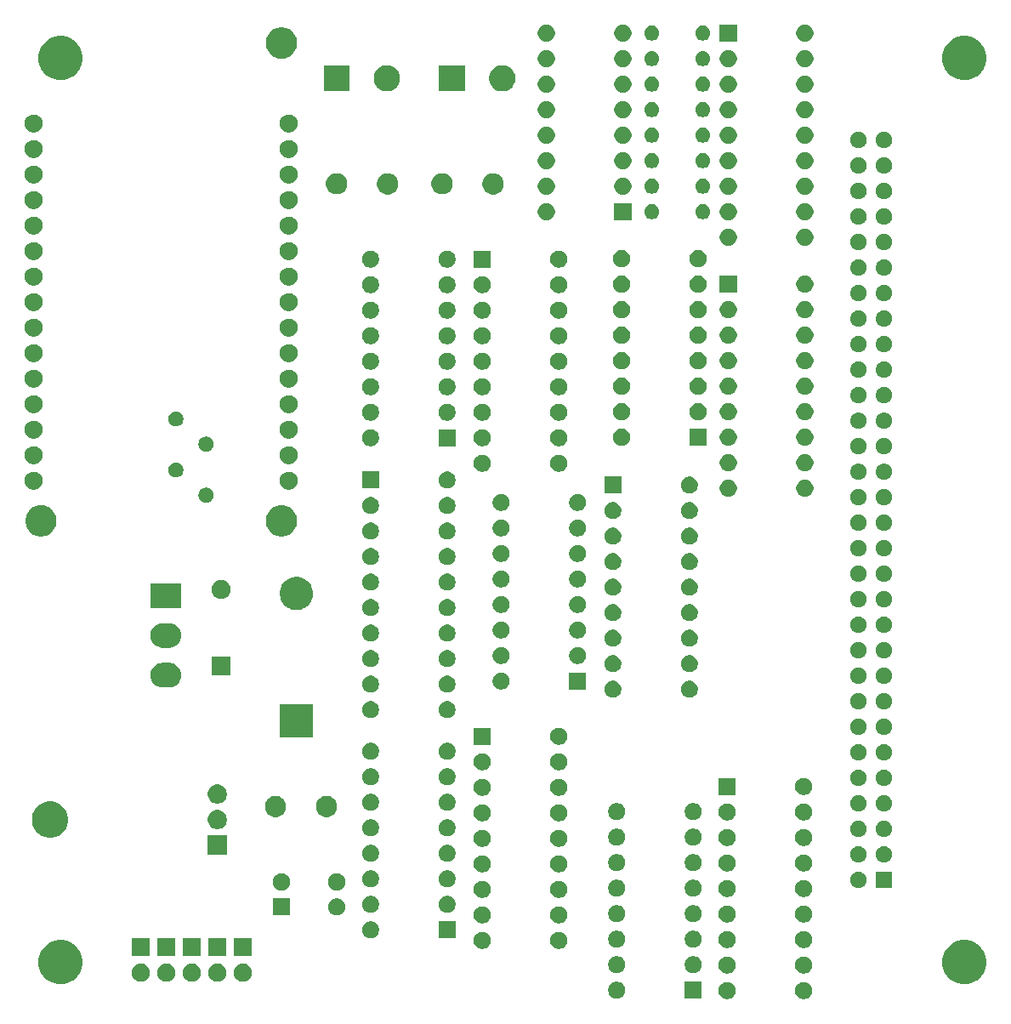
<source format=gbr>
G04 #@! TF.GenerationSoftware,KiCad,Pcbnew,5.1.5*
G04 #@! TF.CreationDate,2020-01-14T22:00:11+01:00*
G04 #@! TF.ProjectId,flipdot-brose,666c6970-646f-4742-9d62-726f73652e6b,rev?*
G04 #@! TF.SameCoordinates,Original*
G04 #@! TF.FileFunction,Soldermask,Bot*
G04 #@! TF.FilePolarity,Negative*
%FSLAX46Y46*%
G04 Gerber Fmt 4.6, Leading zero omitted, Abs format (unit mm)*
G04 Created by KiCad (PCBNEW 5.1.5) date 2020-01-14 22:00:11*
%MOMM*%
%LPD*%
G04 APERTURE LIST*
%ADD10C,0.100000*%
G04 APERTURE END LIST*
D10*
G36*
X242648228Y-129201703D02*
G01*
X242803100Y-129265853D01*
X242942481Y-129358985D01*
X243061015Y-129477519D01*
X243154147Y-129616900D01*
X243218297Y-129771772D01*
X243251000Y-129936184D01*
X243251000Y-130103816D01*
X243218297Y-130268228D01*
X243154147Y-130423100D01*
X243061015Y-130562481D01*
X242942481Y-130681015D01*
X242803100Y-130774147D01*
X242648228Y-130838297D01*
X242483816Y-130871000D01*
X242316184Y-130871000D01*
X242151772Y-130838297D01*
X241996900Y-130774147D01*
X241857519Y-130681015D01*
X241738985Y-130562481D01*
X241645853Y-130423100D01*
X241581703Y-130268228D01*
X241549000Y-130103816D01*
X241549000Y-129936184D01*
X241581703Y-129771772D01*
X241645853Y-129616900D01*
X241738985Y-129477519D01*
X241857519Y-129358985D01*
X241996900Y-129265853D01*
X242151772Y-129201703D01*
X242316184Y-129169000D01*
X242483816Y-129169000D01*
X242648228Y-129201703D01*
G37*
G36*
X235028228Y-129201703D02*
G01*
X235183100Y-129265853D01*
X235322481Y-129358985D01*
X235441015Y-129477519D01*
X235534147Y-129616900D01*
X235598297Y-129771772D01*
X235631000Y-129936184D01*
X235631000Y-130103816D01*
X235598297Y-130268228D01*
X235534147Y-130423100D01*
X235441015Y-130562481D01*
X235322481Y-130681015D01*
X235183100Y-130774147D01*
X235028228Y-130838297D01*
X234863816Y-130871000D01*
X234696184Y-130871000D01*
X234531772Y-130838297D01*
X234376900Y-130774147D01*
X234237519Y-130681015D01*
X234118985Y-130562481D01*
X234025853Y-130423100D01*
X233961703Y-130268228D01*
X233929000Y-130103816D01*
X233929000Y-129936184D01*
X233961703Y-129771772D01*
X234025853Y-129616900D01*
X234118985Y-129477519D01*
X234237519Y-129358985D01*
X234376900Y-129265853D01*
X234531772Y-129201703D01*
X234696184Y-129169000D01*
X234863816Y-129169000D01*
X235028228Y-129201703D01*
G37*
G36*
X232251000Y-130831000D02*
G01*
X230549000Y-130831000D01*
X230549000Y-129129000D01*
X232251000Y-129129000D01*
X232251000Y-130831000D01*
G37*
G36*
X224028228Y-129161703D02*
G01*
X224183100Y-129225853D01*
X224322481Y-129318985D01*
X224441015Y-129437519D01*
X224534147Y-129576900D01*
X224598297Y-129731772D01*
X224631000Y-129896184D01*
X224631000Y-130063816D01*
X224598297Y-130228228D01*
X224534147Y-130383100D01*
X224441015Y-130522481D01*
X224322481Y-130641015D01*
X224183100Y-130734147D01*
X224028228Y-130798297D01*
X223863816Y-130831000D01*
X223696184Y-130831000D01*
X223531772Y-130798297D01*
X223376900Y-130734147D01*
X223237519Y-130641015D01*
X223118985Y-130522481D01*
X223025853Y-130383100D01*
X222961703Y-130228228D01*
X222929000Y-130063816D01*
X222929000Y-129896184D01*
X222961703Y-129731772D01*
X223025853Y-129576900D01*
X223118985Y-129437519D01*
X223237519Y-129318985D01*
X223376900Y-129225853D01*
X223531772Y-129161703D01*
X223696184Y-129129000D01*
X223863816Y-129129000D01*
X224028228Y-129161703D01*
G37*
G36*
X259042007Y-125083582D02*
G01*
X259442563Y-125249498D01*
X259442565Y-125249499D01*
X259803056Y-125490371D01*
X260109629Y-125796944D01*
X260350501Y-126157435D01*
X260350502Y-126157437D01*
X260516418Y-126557993D01*
X260601000Y-126983219D01*
X260601000Y-127416781D01*
X260516418Y-127842007D01*
X260350502Y-128242563D01*
X260350501Y-128242565D01*
X260109629Y-128603056D01*
X259803056Y-128909629D01*
X259442565Y-129150501D01*
X259442564Y-129150502D01*
X259442563Y-129150502D01*
X259042007Y-129316418D01*
X258616781Y-129401000D01*
X258183219Y-129401000D01*
X257757993Y-129316418D01*
X257357437Y-129150502D01*
X257357436Y-129150502D01*
X257357435Y-129150501D01*
X256996944Y-128909629D01*
X256690371Y-128603056D01*
X256449499Y-128242565D01*
X256449498Y-128242563D01*
X256283582Y-127842007D01*
X256199000Y-127416781D01*
X256199000Y-126983219D01*
X256283582Y-126557993D01*
X256449498Y-126157437D01*
X256449499Y-126157435D01*
X256690371Y-125796944D01*
X256996944Y-125490371D01*
X257357435Y-125249499D01*
X257357437Y-125249498D01*
X257757993Y-125083582D01*
X258183219Y-124999000D01*
X258616781Y-124999000D01*
X259042007Y-125083582D01*
G37*
G36*
X169042007Y-125083582D02*
G01*
X169442563Y-125249498D01*
X169442565Y-125249499D01*
X169803056Y-125490371D01*
X170109629Y-125796944D01*
X170350501Y-126157435D01*
X170350502Y-126157437D01*
X170516418Y-126557993D01*
X170601000Y-126983219D01*
X170601000Y-127416781D01*
X170516418Y-127842007D01*
X170350502Y-128242563D01*
X170350501Y-128242565D01*
X170109629Y-128603056D01*
X169803056Y-128909629D01*
X169442565Y-129150501D01*
X169442564Y-129150502D01*
X169442563Y-129150502D01*
X169042007Y-129316418D01*
X168616781Y-129401000D01*
X168183219Y-129401000D01*
X167757993Y-129316418D01*
X167357437Y-129150502D01*
X167357436Y-129150502D01*
X167357435Y-129150501D01*
X166996944Y-128909629D01*
X166690371Y-128603056D01*
X166449499Y-128242565D01*
X166449498Y-128242563D01*
X166283582Y-127842007D01*
X166199000Y-127416781D01*
X166199000Y-126983219D01*
X166283582Y-126557993D01*
X166449498Y-126157437D01*
X166449499Y-126157435D01*
X166690371Y-125796944D01*
X166996944Y-125490371D01*
X167357435Y-125249499D01*
X167357437Y-125249498D01*
X167757993Y-125083582D01*
X168183219Y-124999000D01*
X168616781Y-124999000D01*
X169042007Y-125083582D01*
G37*
G36*
X186673512Y-127343927D02*
G01*
X186822812Y-127373624D01*
X186986784Y-127441544D01*
X187134354Y-127540147D01*
X187259853Y-127665646D01*
X187358456Y-127813216D01*
X187426376Y-127977188D01*
X187451006Y-128101015D01*
X187458963Y-128141015D01*
X187461000Y-128151259D01*
X187461000Y-128328741D01*
X187426376Y-128502812D01*
X187358456Y-128666784D01*
X187259853Y-128814354D01*
X187134354Y-128939853D01*
X186986784Y-129038456D01*
X186822812Y-129106376D01*
X186673512Y-129136073D01*
X186648742Y-129141000D01*
X186471258Y-129141000D01*
X186446488Y-129136073D01*
X186297188Y-129106376D01*
X186133216Y-129038456D01*
X185985646Y-128939853D01*
X185860147Y-128814354D01*
X185761544Y-128666784D01*
X185693624Y-128502812D01*
X185659000Y-128328741D01*
X185659000Y-128151259D01*
X185661038Y-128141015D01*
X185668994Y-128101015D01*
X185693624Y-127977188D01*
X185761544Y-127813216D01*
X185860147Y-127665646D01*
X185985646Y-127540147D01*
X186133216Y-127441544D01*
X186297188Y-127373624D01*
X186446488Y-127343927D01*
X186471258Y-127339000D01*
X186648742Y-127339000D01*
X186673512Y-127343927D01*
G37*
G36*
X179053512Y-127343927D02*
G01*
X179202812Y-127373624D01*
X179366784Y-127441544D01*
X179514354Y-127540147D01*
X179639853Y-127665646D01*
X179738456Y-127813216D01*
X179806376Y-127977188D01*
X179831006Y-128101015D01*
X179838963Y-128141015D01*
X179841000Y-128151259D01*
X179841000Y-128328741D01*
X179806376Y-128502812D01*
X179738456Y-128666784D01*
X179639853Y-128814354D01*
X179514354Y-128939853D01*
X179366784Y-129038456D01*
X179202812Y-129106376D01*
X179053512Y-129136073D01*
X179028742Y-129141000D01*
X178851258Y-129141000D01*
X178826488Y-129136073D01*
X178677188Y-129106376D01*
X178513216Y-129038456D01*
X178365646Y-128939853D01*
X178240147Y-128814354D01*
X178141544Y-128666784D01*
X178073624Y-128502812D01*
X178039000Y-128328741D01*
X178039000Y-128151259D01*
X178041038Y-128141015D01*
X178048994Y-128101015D01*
X178073624Y-127977188D01*
X178141544Y-127813216D01*
X178240147Y-127665646D01*
X178365646Y-127540147D01*
X178513216Y-127441544D01*
X178677188Y-127373624D01*
X178826488Y-127343927D01*
X178851258Y-127339000D01*
X179028742Y-127339000D01*
X179053512Y-127343927D01*
G37*
G36*
X181593512Y-127343927D02*
G01*
X181742812Y-127373624D01*
X181906784Y-127441544D01*
X182054354Y-127540147D01*
X182179853Y-127665646D01*
X182278456Y-127813216D01*
X182346376Y-127977188D01*
X182371006Y-128101015D01*
X182378963Y-128141015D01*
X182381000Y-128151259D01*
X182381000Y-128328741D01*
X182346376Y-128502812D01*
X182278456Y-128666784D01*
X182179853Y-128814354D01*
X182054354Y-128939853D01*
X181906784Y-129038456D01*
X181742812Y-129106376D01*
X181593512Y-129136073D01*
X181568742Y-129141000D01*
X181391258Y-129141000D01*
X181366488Y-129136073D01*
X181217188Y-129106376D01*
X181053216Y-129038456D01*
X180905646Y-128939853D01*
X180780147Y-128814354D01*
X180681544Y-128666784D01*
X180613624Y-128502812D01*
X180579000Y-128328741D01*
X180579000Y-128151259D01*
X180581038Y-128141015D01*
X180588994Y-128101015D01*
X180613624Y-127977188D01*
X180681544Y-127813216D01*
X180780147Y-127665646D01*
X180905646Y-127540147D01*
X181053216Y-127441544D01*
X181217188Y-127373624D01*
X181366488Y-127343927D01*
X181391258Y-127339000D01*
X181568742Y-127339000D01*
X181593512Y-127343927D01*
G37*
G36*
X184133512Y-127343927D02*
G01*
X184282812Y-127373624D01*
X184446784Y-127441544D01*
X184594354Y-127540147D01*
X184719853Y-127665646D01*
X184818456Y-127813216D01*
X184886376Y-127977188D01*
X184911006Y-128101015D01*
X184918963Y-128141015D01*
X184921000Y-128151259D01*
X184921000Y-128328741D01*
X184886376Y-128502812D01*
X184818456Y-128666784D01*
X184719853Y-128814354D01*
X184594354Y-128939853D01*
X184446784Y-129038456D01*
X184282812Y-129106376D01*
X184133512Y-129136073D01*
X184108742Y-129141000D01*
X183931258Y-129141000D01*
X183906488Y-129136073D01*
X183757188Y-129106376D01*
X183593216Y-129038456D01*
X183445646Y-128939853D01*
X183320147Y-128814354D01*
X183221544Y-128666784D01*
X183153624Y-128502812D01*
X183119000Y-128328741D01*
X183119000Y-128151259D01*
X183121038Y-128141015D01*
X183128994Y-128101015D01*
X183153624Y-127977188D01*
X183221544Y-127813216D01*
X183320147Y-127665646D01*
X183445646Y-127540147D01*
X183593216Y-127441544D01*
X183757188Y-127373624D01*
X183906488Y-127343927D01*
X183931258Y-127339000D01*
X184108742Y-127339000D01*
X184133512Y-127343927D01*
G37*
G36*
X176513512Y-127343927D02*
G01*
X176662812Y-127373624D01*
X176826784Y-127441544D01*
X176974354Y-127540147D01*
X177099853Y-127665646D01*
X177198456Y-127813216D01*
X177266376Y-127977188D01*
X177291006Y-128101015D01*
X177298963Y-128141015D01*
X177301000Y-128151259D01*
X177301000Y-128328741D01*
X177266376Y-128502812D01*
X177198456Y-128666784D01*
X177099853Y-128814354D01*
X176974354Y-128939853D01*
X176826784Y-129038456D01*
X176662812Y-129106376D01*
X176513512Y-129136073D01*
X176488742Y-129141000D01*
X176311258Y-129141000D01*
X176286488Y-129136073D01*
X176137188Y-129106376D01*
X175973216Y-129038456D01*
X175825646Y-128939853D01*
X175700147Y-128814354D01*
X175601544Y-128666784D01*
X175533624Y-128502812D01*
X175499000Y-128328741D01*
X175499000Y-128151259D01*
X175501038Y-128141015D01*
X175508994Y-128101015D01*
X175533624Y-127977188D01*
X175601544Y-127813216D01*
X175700147Y-127665646D01*
X175825646Y-127540147D01*
X175973216Y-127441544D01*
X176137188Y-127373624D01*
X176286488Y-127343927D01*
X176311258Y-127339000D01*
X176488742Y-127339000D01*
X176513512Y-127343927D01*
G37*
G36*
X242648228Y-126661703D02*
G01*
X242803100Y-126725853D01*
X242942481Y-126818985D01*
X243061015Y-126937519D01*
X243154147Y-127076900D01*
X243218297Y-127231772D01*
X243251000Y-127396184D01*
X243251000Y-127563816D01*
X243218297Y-127728228D01*
X243154147Y-127883100D01*
X243061015Y-128022481D01*
X242942481Y-128141015D01*
X242803100Y-128234147D01*
X242648228Y-128298297D01*
X242483816Y-128331000D01*
X242316184Y-128331000D01*
X242151772Y-128298297D01*
X241996900Y-128234147D01*
X241857519Y-128141015D01*
X241738985Y-128022481D01*
X241645853Y-127883100D01*
X241581703Y-127728228D01*
X241549000Y-127563816D01*
X241549000Y-127396184D01*
X241581703Y-127231772D01*
X241645853Y-127076900D01*
X241738985Y-126937519D01*
X241857519Y-126818985D01*
X241996900Y-126725853D01*
X242151772Y-126661703D01*
X242316184Y-126629000D01*
X242483816Y-126629000D01*
X242648228Y-126661703D01*
G37*
G36*
X235028228Y-126661703D02*
G01*
X235183100Y-126725853D01*
X235322481Y-126818985D01*
X235441015Y-126937519D01*
X235534147Y-127076900D01*
X235598297Y-127231772D01*
X235631000Y-127396184D01*
X235631000Y-127563816D01*
X235598297Y-127728228D01*
X235534147Y-127883100D01*
X235441015Y-128022481D01*
X235322481Y-128141015D01*
X235183100Y-128234147D01*
X235028228Y-128298297D01*
X234863816Y-128331000D01*
X234696184Y-128331000D01*
X234531772Y-128298297D01*
X234376900Y-128234147D01*
X234237519Y-128141015D01*
X234118985Y-128022481D01*
X234025853Y-127883100D01*
X233961703Y-127728228D01*
X233929000Y-127563816D01*
X233929000Y-127396184D01*
X233961703Y-127231772D01*
X234025853Y-127076900D01*
X234118985Y-126937519D01*
X234237519Y-126818985D01*
X234376900Y-126725853D01*
X234531772Y-126661703D01*
X234696184Y-126629000D01*
X234863816Y-126629000D01*
X235028228Y-126661703D01*
G37*
G36*
X231648228Y-126621703D02*
G01*
X231803100Y-126685853D01*
X231942481Y-126778985D01*
X232061015Y-126897519D01*
X232154147Y-127036900D01*
X232218297Y-127191772D01*
X232251000Y-127356184D01*
X232251000Y-127523816D01*
X232218297Y-127688228D01*
X232154147Y-127843100D01*
X232061015Y-127982481D01*
X231942481Y-128101015D01*
X231803100Y-128194147D01*
X231648228Y-128258297D01*
X231483816Y-128291000D01*
X231316184Y-128291000D01*
X231151772Y-128258297D01*
X230996900Y-128194147D01*
X230857519Y-128101015D01*
X230738985Y-127982481D01*
X230645853Y-127843100D01*
X230581703Y-127688228D01*
X230549000Y-127523816D01*
X230549000Y-127356184D01*
X230581703Y-127191772D01*
X230645853Y-127036900D01*
X230738985Y-126897519D01*
X230857519Y-126778985D01*
X230996900Y-126685853D01*
X231151772Y-126621703D01*
X231316184Y-126589000D01*
X231483816Y-126589000D01*
X231648228Y-126621703D01*
G37*
G36*
X224028228Y-126621703D02*
G01*
X224183100Y-126685853D01*
X224322481Y-126778985D01*
X224441015Y-126897519D01*
X224534147Y-127036900D01*
X224598297Y-127191772D01*
X224631000Y-127356184D01*
X224631000Y-127523816D01*
X224598297Y-127688228D01*
X224534147Y-127843100D01*
X224441015Y-127982481D01*
X224322481Y-128101015D01*
X224183100Y-128194147D01*
X224028228Y-128258297D01*
X223863816Y-128291000D01*
X223696184Y-128291000D01*
X223531772Y-128258297D01*
X223376900Y-128194147D01*
X223237519Y-128101015D01*
X223118985Y-127982481D01*
X223025853Y-127843100D01*
X222961703Y-127688228D01*
X222929000Y-127523816D01*
X222929000Y-127356184D01*
X222961703Y-127191772D01*
X223025853Y-127036900D01*
X223118985Y-126897519D01*
X223237519Y-126778985D01*
X223376900Y-126685853D01*
X223531772Y-126621703D01*
X223696184Y-126589000D01*
X223863816Y-126589000D01*
X224028228Y-126621703D01*
G37*
G36*
X184921000Y-126601000D02*
G01*
X183119000Y-126601000D01*
X183119000Y-124799000D01*
X184921000Y-124799000D01*
X184921000Y-126601000D01*
G37*
G36*
X179841000Y-126601000D02*
G01*
X178039000Y-126601000D01*
X178039000Y-124799000D01*
X179841000Y-124799000D01*
X179841000Y-126601000D01*
G37*
G36*
X187461000Y-126601000D02*
G01*
X185659000Y-126601000D01*
X185659000Y-124799000D01*
X187461000Y-124799000D01*
X187461000Y-126601000D01*
G37*
G36*
X182381000Y-126601000D02*
G01*
X180579000Y-126601000D01*
X180579000Y-124799000D01*
X182381000Y-124799000D01*
X182381000Y-126601000D01*
G37*
G36*
X177301000Y-126601000D02*
G01*
X175499000Y-126601000D01*
X175499000Y-124799000D01*
X177301000Y-124799000D01*
X177301000Y-126601000D01*
G37*
G36*
X210648228Y-124201703D02*
G01*
X210803100Y-124265853D01*
X210942481Y-124358985D01*
X211061015Y-124477519D01*
X211154147Y-124616900D01*
X211218297Y-124771772D01*
X211251000Y-124936184D01*
X211251000Y-125103816D01*
X211218297Y-125268228D01*
X211154147Y-125423100D01*
X211061015Y-125562481D01*
X210942481Y-125681015D01*
X210803100Y-125774147D01*
X210648228Y-125838297D01*
X210483816Y-125871000D01*
X210316184Y-125871000D01*
X210151772Y-125838297D01*
X209996900Y-125774147D01*
X209857519Y-125681015D01*
X209738985Y-125562481D01*
X209645853Y-125423100D01*
X209581703Y-125268228D01*
X209549000Y-125103816D01*
X209549000Y-124936184D01*
X209581703Y-124771772D01*
X209645853Y-124616900D01*
X209738985Y-124477519D01*
X209857519Y-124358985D01*
X209996900Y-124265853D01*
X210151772Y-124201703D01*
X210316184Y-124169000D01*
X210483816Y-124169000D01*
X210648228Y-124201703D01*
G37*
G36*
X218268228Y-124201703D02*
G01*
X218423100Y-124265853D01*
X218562481Y-124358985D01*
X218681015Y-124477519D01*
X218774147Y-124616900D01*
X218838297Y-124771772D01*
X218871000Y-124936184D01*
X218871000Y-125103816D01*
X218838297Y-125268228D01*
X218774147Y-125423100D01*
X218681015Y-125562481D01*
X218562481Y-125681015D01*
X218423100Y-125774147D01*
X218268228Y-125838297D01*
X218103816Y-125871000D01*
X217936184Y-125871000D01*
X217771772Y-125838297D01*
X217616900Y-125774147D01*
X217477519Y-125681015D01*
X217358985Y-125562481D01*
X217265853Y-125423100D01*
X217201703Y-125268228D01*
X217169000Y-125103816D01*
X217169000Y-124936184D01*
X217201703Y-124771772D01*
X217265853Y-124616900D01*
X217358985Y-124477519D01*
X217477519Y-124358985D01*
X217616900Y-124265853D01*
X217771772Y-124201703D01*
X217936184Y-124169000D01*
X218103816Y-124169000D01*
X218268228Y-124201703D01*
G37*
G36*
X242648228Y-124121703D02*
G01*
X242803100Y-124185853D01*
X242942481Y-124278985D01*
X243061015Y-124397519D01*
X243154147Y-124536900D01*
X243218297Y-124691772D01*
X243251000Y-124856184D01*
X243251000Y-125023816D01*
X243218297Y-125188228D01*
X243154147Y-125343100D01*
X243061015Y-125482481D01*
X242942481Y-125601015D01*
X242803100Y-125694147D01*
X242648228Y-125758297D01*
X242483816Y-125791000D01*
X242316184Y-125791000D01*
X242151772Y-125758297D01*
X241996900Y-125694147D01*
X241857519Y-125601015D01*
X241738985Y-125482481D01*
X241645853Y-125343100D01*
X241581703Y-125188228D01*
X241549000Y-125023816D01*
X241549000Y-124856184D01*
X241581703Y-124691772D01*
X241645853Y-124536900D01*
X241738985Y-124397519D01*
X241857519Y-124278985D01*
X241996900Y-124185853D01*
X242151772Y-124121703D01*
X242316184Y-124089000D01*
X242483816Y-124089000D01*
X242648228Y-124121703D01*
G37*
G36*
X235028228Y-124121703D02*
G01*
X235183100Y-124185853D01*
X235322481Y-124278985D01*
X235441015Y-124397519D01*
X235534147Y-124536900D01*
X235598297Y-124691772D01*
X235631000Y-124856184D01*
X235631000Y-125023816D01*
X235598297Y-125188228D01*
X235534147Y-125343100D01*
X235441015Y-125482481D01*
X235322481Y-125601015D01*
X235183100Y-125694147D01*
X235028228Y-125758297D01*
X234863816Y-125791000D01*
X234696184Y-125791000D01*
X234531772Y-125758297D01*
X234376900Y-125694147D01*
X234237519Y-125601015D01*
X234118985Y-125482481D01*
X234025853Y-125343100D01*
X233961703Y-125188228D01*
X233929000Y-125023816D01*
X233929000Y-124856184D01*
X233961703Y-124691772D01*
X234025853Y-124536900D01*
X234118985Y-124397519D01*
X234237519Y-124278985D01*
X234376900Y-124185853D01*
X234531772Y-124121703D01*
X234696184Y-124089000D01*
X234863816Y-124089000D01*
X235028228Y-124121703D01*
G37*
G36*
X231648228Y-124081703D02*
G01*
X231803100Y-124145853D01*
X231942481Y-124238985D01*
X232061015Y-124357519D01*
X232154147Y-124496900D01*
X232218297Y-124651772D01*
X232251000Y-124816184D01*
X232251000Y-124983816D01*
X232218297Y-125148228D01*
X232154147Y-125303100D01*
X232061015Y-125442481D01*
X231942481Y-125561015D01*
X231803100Y-125654147D01*
X231648228Y-125718297D01*
X231483816Y-125751000D01*
X231316184Y-125751000D01*
X231151772Y-125718297D01*
X230996900Y-125654147D01*
X230857519Y-125561015D01*
X230738985Y-125442481D01*
X230645853Y-125303100D01*
X230581703Y-125148228D01*
X230549000Y-124983816D01*
X230549000Y-124816184D01*
X230581703Y-124651772D01*
X230645853Y-124496900D01*
X230738985Y-124357519D01*
X230857519Y-124238985D01*
X230996900Y-124145853D01*
X231151772Y-124081703D01*
X231316184Y-124049000D01*
X231483816Y-124049000D01*
X231648228Y-124081703D01*
G37*
G36*
X224028228Y-124081703D02*
G01*
X224183100Y-124145853D01*
X224322481Y-124238985D01*
X224441015Y-124357519D01*
X224534147Y-124496900D01*
X224598297Y-124651772D01*
X224631000Y-124816184D01*
X224631000Y-124983816D01*
X224598297Y-125148228D01*
X224534147Y-125303100D01*
X224441015Y-125442481D01*
X224322481Y-125561015D01*
X224183100Y-125654147D01*
X224028228Y-125718297D01*
X223863816Y-125751000D01*
X223696184Y-125751000D01*
X223531772Y-125718297D01*
X223376900Y-125654147D01*
X223237519Y-125561015D01*
X223118985Y-125442481D01*
X223025853Y-125303100D01*
X222961703Y-125148228D01*
X222929000Y-124983816D01*
X222929000Y-124816184D01*
X222961703Y-124651772D01*
X223025853Y-124496900D01*
X223118985Y-124357519D01*
X223237519Y-124238985D01*
X223376900Y-124145853D01*
X223531772Y-124081703D01*
X223696184Y-124049000D01*
X223863816Y-124049000D01*
X224028228Y-124081703D01*
G37*
G36*
X199528228Y-123161703D02*
G01*
X199683100Y-123225853D01*
X199822481Y-123318985D01*
X199941015Y-123437519D01*
X200034147Y-123576900D01*
X200098297Y-123731772D01*
X200131000Y-123896184D01*
X200131000Y-124063816D01*
X200098297Y-124228228D01*
X200034147Y-124383100D01*
X199941015Y-124522481D01*
X199822481Y-124641015D01*
X199683100Y-124734147D01*
X199528228Y-124798297D01*
X199363816Y-124831000D01*
X199196184Y-124831000D01*
X199031772Y-124798297D01*
X198876900Y-124734147D01*
X198737519Y-124641015D01*
X198618985Y-124522481D01*
X198525853Y-124383100D01*
X198461703Y-124228228D01*
X198429000Y-124063816D01*
X198429000Y-123896184D01*
X198461703Y-123731772D01*
X198525853Y-123576900D01*
X198618985Y-123437519D01*
X198737519Y-123318985D01*
X198876900Y-123225853D01*
X199031772Y-123161703D01*
X199196184Y-123129000D01*
X199363816Y-123129000D01*
X199528228Y-123161703D01*
G37*
G36*
X207751000Y-124831000D02*
G01*
X206049000Y-124831000D01*
X206049000Y-123129000D01*
X207751000Y-123129000D01*
X207751000Y-124831000D01*
G37*
G36*
X210648228Y-121661703D02*
G01*
X210803100Y-121725853D01*
X210942481Y-121818985D01*
X211061015Y-121937519D01*
X211154147Y-122076900D01*
X211218297Y-122231772D01*
X211251000Y-122396184D01*
X211251000Y-122563816D01*
X211218297Y-122728228D01*
X211154147Y-122883100D01*
X211061015Y-123022481D01*
X210942481Y-123141015D01*
X210803100Y-123234147D01*
X210648228Y-123298297D01*
X210483816Y-123331000D01*
X210316184Y-123331000D01*
X210151772Y-123298297D01*
X209996900Y-123234147D01*
X209857519Y-123141015D01*
X209738985Y-123022481D01*
X209645853Y-122883100D01*
X209581703Y-122728228D01*
X209549000Y-122563816D01*
X209549000Y-122396184D01*
X209581703Y-122231772D01*
X209645853Y-122076900D01*
X209738985Y-121937519D01*
X209857519Y-121818985D01*
X209996900Y-121725853D01*
X210151772Y-121661703D01*
X210316184Y-121629000D01*
X210483816Y-121629000D01*
X210648228Y-121661703D01*
G37*
G36*
X218268228Y-121661703D02*
G01*
X218423100Y-121725853D01*
X218562481Y-121818985D01*
X218681015Y-121937519D01*
X218774147Y-122076900D01*
X218838297Y-122231772D01*
X218871000Y-122396184D01*
X218871000Y-122563816D01*
X218838297Y-122728228D01*
X218774147Y-122883100D01*
X218681015Y-123022481D01*
X218562481Y-123141015D01*
X218423100Y-123234147D01*
X218268228Y-123298297D01*
X218103816Y-123331000D01*
X217936184Y-123331000D01*
X217771772Y-123298297D01*
X217616900Y-123234147D01*
X217477519Y-123141015D01*
X217358985Y-123022481D01*
X217265853Y-122883100D01*
X217201703Y-122728228D01*
X217169000Y-122563816D01*
X217169000Y-122396184D01*
X217201703Y-122231772D01*
X217265853Y-122076900D01*
X217358985Y-121937519D01*
X217477519Y-121818985D01*
X217616900Y-121725853D01*
X217771772Y-121661703D01*
X217936184Y-121629000D01*
X218103816Y-121629000D01*
X218268228Y-121661703D01*
G37*
G36*
X242648228Y-121581703D02*
G01*
X242803100Y-121645853D01*
X242942481Y-121738985D01*
X243061015Y-121857519D01*
X243154147Y-121996900D01*
X243218297Y-122151772D01*
X243251000Y-122316184D01*
X243251000Y-122483816D01*
X243218297Y-122648228D01*
X243154147Y-122803100D01*
X243061015Y-122942481D01*
X242942481Y-123061015D01*
X242803100Y-123154147D01*
X242648228Y-123218297D01*
X242483816Y-123251000D01*
X242316184Y-123251000D01*
X242151772Y-123218297D01*
X241996900Y-123154147D01*
X241857519Y-123061015D01*
X241738985Y-122942481D01*
X241645853Y-122803100D01*
X241581703Y-122648228D01*
X241549000Y-122483816D01*
X241549000Y-122316184D01*
X241581703Y-122151772D01*
X241645853Y-121996900D01*
X241738985Y-121857519D01*
X241857519Y-121738985D01*
X241996900Y-121645853D01*
X242151772Y-121581703D01*
X242316184Y-121549000D01*
X242483816Y-121549000D01*
X242648228Y-121581703D01*
G37*
G36*
X235028228Y-121581703D02*
G01*
X235183100Y-121645853D01*
X235322481Y-121738985D01*
X235441015Y-121857519D01*
X235534147Y-121996900D01*
X235598297Y-122151772D01*
X235631000Y-122316184D01*
X235631000Y-122483816D01*
X235598297Y-122648228D01*
X235534147Y-122803100D01*
X235441015Y-122942481D01*
X235322481Y-123061015D01*
X235183100Y-123154147D01*
X235028228Y-123218297D01*
X234863816Y-123251000D01*
X234696184Y-123251000D01*
X234531772Y-123218297D01*
X234376900Y-123154147D01*
X234237519Y-123061015D01*
X234118985Y-122942481D01*
X234025853Y-122803100D01*
X233961703Y-122648228D01*
X233929000Y-122483816D01*
X233929000Y-122316184D01*
X233961703Y-122151772D01*
X234025853Y-121996900D01*
X234118985Y-121857519D01*
X234237519Y-121738985D01*
X234376900Y-121645853D01*
X234531772Y-121581703D01*
X234696184Y-121549000D01*
X234863816Y-121549000D01*
X235028228Y-121581703D01*
G37*
G36*
X231648228Y-121541703D02*
G01*
X231803100Y-121605853D01*
X231942481Y-121698985D01*
X232061015Y-121817519D01*
X232154147Y-121956900D01*
X232218297Y-122111772D01*
X232251000Y-122276184D01*
X232251000Y-122443816D01*
X232218297Y-122608228D01*
X232154147Y-122763100D01*
X232061015Y-122902481D01*
X231942481Y-123021015D01*
X231803100Y-123114147D01*
X231648228Y-123178297D01*
X231483816Y-123211000D01*
X231316184Y-123211000D01*
X231151772Y-123178297D01*
X230996900Y-123114147D01*
X230857519Y-123021015D01*
X230738985Y-122902481D01*
X230645853Y-122763100D01*
X230581703Y-122608228D01*
X230549000Y-122443816D01*
X230549000Y-122276184D01*
X230581703Y-122111772D01*
X230645853Y-121956900D01*
X230738985Y-121817519D01*
X230857519Y-121698985D01*
X230996900Y-121605853D01*
X231151772Y-121541703D01*
X231316184Y-121509000D01*
X231483816Y-121509000D01*
X231648228Y-121541703D01*
G37*
G36*
X224028228Y-121541703D02*
G01*
X224183100Y-121605853D01*
X224322481Y-121698985D01*
X224441015Y-121817519D01*
X224534147Y-121956900D01*
X224598297Y-122111772D01*
X224631000Y-122276184D01*
X224631000Y-122443816D01*
X224598297Y-122608228D01*
X224534147Y-122763100D01*
X224441015Y-122902481D01*
X224322481Y-123021015D01*
X224183100Y-123114147D01*
X224028228Y-123178297D01*
X223863816Y-123211000D01*
X223696184Y-123211000D01*
X223531772Y-123178297D01*
X223376900Y-123114147D01*
X223237519Y-123021015D01*
X223118985Y-122902481D01*
X223025853Y-122763100D01*
X222961703Y-122608228D01*
X222929000Y-122443816D01*
X222929000Y-122276184D01*
X222961703Y-122111772D01*
X223025853Y-121956900D01*
X223118985Y-121817519D01*
X223237519Y-121698985D01*
X223376900Y-121605853D01*
X223531772Y-121541703D01*
X223696184Y-121509000D01*
X223863816Y-121509000D01*
X224028228Y-121541703D01*
G37*
G36*
X191251000Y-122551000D02*
G01*
X189549000Y-122551000D01*
X189549000Y-120849000D01*
X191251000Y-120849000D01*
X191251000Y-122551000D01*
G37*
G36*
X196148228Y-120881703D02*
G01*
X196303100Y-120945853D01*
X196442481Y-121038985D01*
X196561015Y-121157519D01*
X196654147Y-121296900D01*
X196718297Y-121451772D01*
X196751000Y-121616184D01*
X196751000Y-121783816D01*
X196718297Y-121948228D01*
X196654147Y-122103100D01*
X196561015Y-122242481D01*
X196442481Y-122361015D01*
X196303100Y-122454147D01*
X196148228Y-122518297D01*
X195983816Y-122551000D01*
X195816184Y-122551000D01*
X195651772Y-122518297D01*
X195496900Y-122454147D01*
X195357519Y-122361015D01*
X195238985Y-122242481D01*
X195145853Y-122103100D01*
X195081703Y-121948228D01*
X195049000Y-121783816D01*
X195049000Y-121616184D01*
X195081703Y-121451772D01*
X195145853Y-121296900D01*
X195238985Y-121157519D01*
X195357519Y-121038985D01*
X195496900Y-120945853D01*
X195651772Y-120881703D01*
X195816184Y-120849000D01*
X195983816Y-120849000D01*
X196148228Y-120881703D01*
G37*
G36*
X207148228Y-120621703D02*
G01*
X207303100Y-120685853D01*
X207442481Y-120778985D01*
X207561015Y-120897519D01*
X207654147Y-121036900D01*
X207718297Y-121191772D01*
X207751000Y-121356184D01*
X207751000Y-121523816D01*
X207718297Y-121688228D01*
X207654147Y-121843100D01*
X207561015Y-121982481D01*
X207442481Y-122101015D01*
X207303100Y-122194147D01*
X207148228Y-122258297D01*
X206983816Y-122291000D01*
X206816184Y-122291000D01*
X206651772Y-122258297D01*
X206496900Y-122194147D01*
X206357519Y-122101015D01*
X206238985Y-121982481D01*
X206145853Y-121843100D01*
X206081703Y-121688228D01*
X206049000Y-121523816D01*
X206049000Y-121356184D01*
X206081703Y-121191772D01*
X206145853Y-121036900D01*
X206238985Y-120897519D01*
X206357519Y-120778985D01*
X206496900Y-120685853D01*
X206651772Y-120621703D01*
X206816184Y-120589000D01*
X206983816Y-120589000D01*
X207148228Y-120621703D01*
G37*
G36*
X199528228Y-120621703D02*
G01*
X199683100Y-120685853D01*
X199822481Y-120778985D01*
X199941015Y-120897519D01*
X200034147Y-121036900D01*
X200098297Y-121191772D01*
X200131000Y-121356184D01*
X200131000Y-121523816D01*
X200098297Y-121688228D01*
X200034147Y-121843100D01*
X199941015Y-121982481D01*
X199822481Y-122101015D01*
X199683100Y-122194147D01*
X199528228Y-122258297D01*
X199363816Y-122291000D01*
X199196184Y-122291000D01*
X199031772Y-122258297D01*
X198876900Y-122194147D01*
X198737519Y-122101015D01*
X198618985Y-121982481D01*
X198525853Y-121843100D01*
X198461703Y-121688228D01*
X198429000Y-121523816D01*
X198429000Y-121356184D01*
X198461703Y-121191772D01*
X198525853Y-121036900D01*
X198618985Y-120897519D01*
X198737519Y-120778985D01*
X198876900Y-120685853D01*
X199031772Y-120621703D01*
X199196184Y-120589000D01*
X199363816Y-120589000D01*
X199528228Y-120621703D01*
G37*
G36*
X210648228Y-119121703D02*
G01*
X210803100Y-119185853D01*
X210942481Y-119278985D01*
X211061015Y-119397519D01*
X211154147Y-119536900D01*
X211218297Y-119691772D01*
X211251000Y-119856184D01*
X211251000Y-120023816D01*
X211218297Y-120188228D01*
X211154147Y-120343100D01*
X211061015Y-120482481D01*
X210942481Y-120601015D01*
X210803100Y-120694147D01*
X210648228Y-120758297D01*
X210483816Y-120791000D01*
X210316184Y-120791000D01*
X210151772Y-120758297D01*
X209996900Y-120694147D01*
X209857519Y-120601015D01*
X209738985Y-120482481D01*
X209645853Y-120343100D01*
X209581703Y-120188228D01*
X209549000Y-120023816D01*
X209549000Y-119856184D01*
X209581703Y-119691772D01*
X209645853Y-119536900D01*
X209738985Y-119397519D01*
X209857519Y-119278985D01*
X209996900Y-119185853D01*
X210151772Y-119121703D01*
X210316184Y-119089000D01*
X210483816Y-119089000D01*
X210648228Y-119121703D01*
G37*
G36*
X218268228Y-119121703D02*
G01*
X218423100Y-119185853D01*
X218562481Y-119278985D01*
X218681015Y-119397519D01*
X218774147Y-119536900D01*
X218838297Y-119691772D01*
X218871000Y-119856184D01*
X218871000Y-120023816D01*
X218838297Y-120188228D01*
X218774147Y-120343100D01*
X218681015Y-120482481D01*
X218562481Y-120601015D01*
X218423100Y-120694147D01*
X218268228Y-120758297D01*
X218103816Y-120791000D01*
X217936184Y-120791000D01*
X217771772Y-120758297D01*
X217616900Y-120694147D01*
X217477519Y-120601015D01*
X217358985Y-120482481D01*
X217265853Y-120343100D01*
X217201703Y-120188228D01*
X217169000Y-120023816D01*
X217169000Y-119856184D01*
X217201703Y-119691772D01*
X217265853Y-119536900D01*
X217358985Y-119397519D01*
X217477519Y-119278985D01*
X217616900Y-119185853D01*
X217771772Y-119121703D01*
X217936184Y-119089000D01*
X218103816Y-119089000D01*
X218268228Y-119121703D01*
G37*
G36*
X242648228Y-119041703D02*
G01*
X242803100Y-119105853D01*
X242942481Y-119198985D01*
X243061015Y-119317519D01*
X243154147Y-119456900D01*
X243218297Y-119611772D01*
X243251000Y-119776184D01*
X243251000Y-119943816D01*
X243218297Y-120108228D01*
X243154147Y-120263100D01*
X243061015Y-120402481D01*
X242942481Y-120521015D01*
X242803100Y-120614147D01*
X242648228Y-120678297D01*
X242483816Y-120711000D01*
X242316184Y-120711000D01*
X242151772Y-120678297D01*
X241996900Y-120614147D01*
X241857519Y-120521015D01*
X241738985Y-120402481D01*
X241645853Y-120263100D01*
X241581703Y-120108228D01*
X241549000Y-119943816D01*
X241549000Y-119776184D01*
X241581703Y-119611772D01*
X241645853Y-119456900D01*
X241738985Y-119317519D01*
X241857519Y-119198985D01*
X241996900Y-119105853D01*
X242151772Y-119041703D01*
X242316184Y-119009000D01*
X242483816Y-119009000D01*
X242648228Y-119041703D01*
G37*
G36*
X235028228Y-119041703D02*
G01*
X235183100Y-119105853D01*
X235322481Y-119198985D01*
X235441015Y-119317519D01*
X235534147Y-119456900D01*
X235598297Y-119611772D01*
X235631000Y-119776184D01*
X235631000Y-119943816D01*
X235598297Y-120108228D01*
X235534147Y-120263100D01*
X235441015Y-120402481D01*
X235322481Y-120521015D01*
X235183100Y-120614147D01*
X235028228Y-120678297D01*
X234863816Y-120711000D01*
X234696184Y-120711000D01*
X234531772Y-120678297D01*
X234376900Y-120614147D01*
X234237519Y-120521015D01*
X234118985Y-120402481D01*
X234025853Y-120263100D01*
X233961703Y-120108228D01*
X233929000Y-119943816D01*
X233929000Y-119776184D01*
X233961703Y-119611772D01*
X234025853Y-119456900D01*
X234118985Y-119317519D01*
X234237519Y-119198985D01*
X234376900Y-119105853D01*
X234531772Y-119041703D01*
X234696184Y-119009000D01*
X234863816Y-119009000D01*
X235028228Y-119041703D01*
G37*
G36*
X224028228Y-119001703D02*
G01*
X224183100Y-119065853D01*
X224322481Y-119158985D01*
X224441015Y-119277519D01*
X224534147Y-119416900D01*
X224598297Y-119571772D01*
X224631000Y-119736184D01*
X224631000Y-119903816D01*
X224598297Y-120068228D01*
X224534147Y-120223100D01*
X224441015Y-120362481D01*
X224322481Y-120481015D01*
X224183100Y-120574147D01*
X224028228Y-120638297D01*
X223863816Y-120671000D01*
X223696184Y-120671000D01*
X223531772Y-120638297D01*
X223376900Y-120574147D01*
X223237519Y-120481015D01*
X223118985Y-120362481D01*
X223025853Y-120223100D01*
X222961703Y-120068228D01*
X222929000Y-119903816D01*
X222929000Y-119736184D01*
X222961703Y-119571772D01*
X223025853Y-119416900D01*
X223118985Y-119277519D01*
X223237519Y-119158985D01*
X223376900Y-119065853D01*
X223531772Y-119001703D01*
X223696184Y-118969000D01*
X223863816Y-118969000D01*
X224028228Y-119001703D01*
G37*
G36*
X231648228Y-119001703D02*
G01*
X231803100Y-119065853D01*
X231942481Y-119158985D01*
X232061015Y-119277519D01*
X232154147Y-119416900D01*
X232218297Y-119571772D01*
X232251000Y-119736184D01*
X232251000Y-119903816D01*
X232218297Y-120068228D01*
X232154147Y-120223100D01*
X232061015Y-120362481D01*
X231942481Y-120481015D01*
X231803100Y-120574147D01*
X231648228Y-120638297D01*
X231483816Y-120671000D01*
X231316184Y-120671000D01*
X231151772Y-120638297D01*
X230996900Y-120574147D01*
X230857519Y-120481015D01*
X230738985Y-120362481D01*
X230645853Y-120223100D01*
X230581703Y-120068228D01*
X230549000Y-119903816D01*
X230549000Y-119736184D01*
X230581703Y-119571772D01*
X230645853Y-119416900D01*
X230738985Y-119277519D01*
X230857519Y-119158985D01*
X230996900Y-119065853D01*
X231151772Y-119001703D01*
X231316184Y-118969000D01*
X231483816Y-118969000D01*
X231648228Y-119001703D01*
G37*
G36*
X190648228Y-118381703D02*
G01*
X190803100Y-118445853D01*
X190942481Y-118538985D01*
X191061015Y-118657519D01*
X191154147Y-118796900D01*
X191218297Y-118951772D01*
X191251000Y-119116184D01*
X191251000Y-119283816D01*
X191218297Y-119448228D01*
X191154147Y-119603100D01*
X191061015Y-119742481D01*
X190942481Y-119861015D01*
X190803100Y-119954147D01*
X190648228Y-120018297D01*
X190483816Y-120051000D01*
X190316184Y-120051000D01*
X190151772Y-120018297D01*
X189996900Y-119954147D01*
X189857519Y-119861015D01*
X189738985Y-119742481D01*
X189645853Y-119603100D01*
X189581703Y-119448228D01*
X189549000Y-119283816D01*
X189549000Y-119116184D01*
X189581703Y-118951772D01*
X189645853Y-118796900D01*
X189738985Y-118657519D01*
X189857519Y-118538985D01*
X189996900Y-118445853D01*
X190151772Y-118381703D01*
X190316184Y-118349000D01*
X190483816Y-118349000D01*
X190648228Y-118381703D01*
G37*
G36*
X196148228Y-118381703D02*
G01*
X196303100Y-118445853D01*
X196442481Y-118538985D01*
X196561015Y-118657519D01*
X196654147Y-118796900D01*
X196718297Y-118951772D01*
X196751000Y-119116184D01*
X196751000Y-119283816D01*
X196718297Y-119448228D01*
X196654147Y-119603100D01*
X196561015Y-119742481D01*
X196442481Y-119861015D01*
X196303100Y-119954147D01*
X196148228Y-120018297D01*
X195983816Y-120051000D01*
X195816184Y-120051000D01*
X195651772Y-120018297D01*
X195496900Y-119954147D01*
X195357519Y-119861015D01*
X195238985Y-119742481D01*
X195145853Y-119603100D01*
X195081703Y-119448228D01*
X195049000Y-119283816D01*
X195049000Y-119116184D01*
X195081703Y-118951772D01*
X195145853Y-118796900D01*
X195238985Y-118657519D01*
X195357519Y-118538985D01*
X195496900Y-118445853D01*
X195651772Y-118381703D01*
X195816184Y-118349000D01*
X195983816Y-118349000D01*
X196148228Y-118381703D01*
G37*
G36*
X248087154Y-118218295D02*
G01*
X248096560Y-118220166D01*
X248244153Y-118281301D01*
X248345471Y-118349000D01*
X248376982Y-118370055D01*
X248489945Y-118483018D01*
X248578700Y-118615849D01*
X248639834Y-118763440D01*
X248671000Y-118920122D01*
X248671000Y-119079878D01*
X248639834Y-119236560D01*
X248612274Y-119303097D01*
X248578699Y-119384153D01*
X248489945Y-119516982D01*
X248376982Y-119629945D01*
X248244153Y-119718699D01*
X248244152Y-119718700D01*
X248244151Y-119718700D01*
X248096560Y-119779834D01*
X247939878Y-119811000D01*
X247780122Y-119811000D01*
X247623440Y-119779834D01*
X247475849Y-119718700D01*
X247475848Y-119718700D01*
X247475847Y-119718699D01*
X247343018Y-119629945D01*
X247230055Y-119516982D01*
X247141301Y-119384153D01*
X247107727Y-119303097D01*
X247080166Y-119236560D01*
X247049000Y-119079878D01*
X247049000Y-118920122D01*
X247080166Y-118763440D01*
X247141300Y-118615849D01*
X247230055Y-118483018D01*
X247343018Y-118370055D01*
X247374529Y-118349000D01*
X247475847Y-118281301D01*
X247623440Y-118220166D01*
X247632846Y-118218295D01*
X247780122Y-118189000D01*
X247939878Y-118189000D01*
X248087154Y-118218295D01*
G37*
G36*
X251211000Y-119811000D02*
G01*
X249589000Y-119811000D01*
X249589000Y-118189000D01*
X251211000Y-118189000D01*
X251211000Y-119811000D01*
G37*
G36*
X207148228Y-118081703D02*
G01*
X207303100Y-118145853D01*
X207442481Y-118238985D01*
X207561015Y-118357519D01*
X207654147Y-118496900D01*
X207718297Y-118651772D01*
X207751000Y-118816184D01*
X207751000Y-118983816D01*
X207718297Y-119148228D01*
X207654147Y-119303100D01*
X207561015Y-119442481D01*
X207442481Y-119561015D01*
X207303100Y-119654147D01*
X207148228Y-119718297D01*
X206983816Y-119751000D01*
X206816184Y-119751000D01*
X206651772Y-119718297D01*
X206496900Y-119654147D01*
X206357519Y-119561015D01*
X206238985Y-119442481D01*
X206145853Y-119303100D01*
X206081703Y-119148228D01*
X206049000Y-118983816D01*
X206049000Y-118816184D01*
X206081703Y-118651772D01*
X206145853Y-118496900D01*
X206238985Y-118357519D01*
X206357519Y-118238985D01*
X206496900Y-118145853D01*
X206651772Y-118081703D01*
X206816184Y-118049000D01*
X206983816Y-118049000D01*
X207148228Y-118081703D01*
G37*
G36*
X199528228Y-118081703D02*
G01*
X199683100Y-118145853D01*
X199822481Y-118238985D01*
X199941015Y-118357519D01*
X200034147Y-118496900D01*
X200098297Y-118651772D01*
X200131000Y-118816184D01*
X200131000Y-118983816D01*
X200098297Y-119148228D01*
X200034147Y-119303100D01*
X199941015Y-119442481D01*
X199822481Y-119561015D01*
X199683100Y-119654147D01*
X199528228Y-119718297D01*
X199363816Y-119751000D01*
X199196184Y-119751000D01*
X199031772Y-119718297D01*
X198876900Y-119654147D01*
X198737519Y-119561015D01*
X198618985Y-119442481D01*
X198525853Y-119303100D01*
X198461703Y-119148228D01*
X198429000Y-118983816D01*
X198429000Y-118816184D01*
X198461703Y-118651772D01*
X198525853Y-118496900D01*
X198618985Y-118357519D01*
X198737519Y-118238985D01*
X198876900Y-118145853D01*
X199031772Y-118081703D01*
X199196184Y-118049000D01*
X199363816Y-118049000D01*
X199528228Y-118081703D01*
G37*
G36*
X210648228Y-116581703D02*
G01*
X210803100Y-116645853D01*
X210942481Y-116738985D01*
X211061015Y-116857519D01*
X211154147Y-116996900D01*
X211218297Y-117151772D01*
X211251000Y-117316184D01*
X211251000Y-117483816D01*
X211218297Y-117648228D01*
X211154147Y-117803100D01*
X211061015Y-117942481D01*
X210942481Y-118061015D01*
X210803100Y-118154147D01*
X210648228Y-118218297D01*
X210483816Y-118251000D01*
X210316184Y-118251000D01*
X210151772Y-118218297D01*
X209996900Y-118154147D01*
X209857519Y-118061015D01*
X209738985Y-117942481D01*
X209645853Y-117803100D01*
X209581703Y-117648228D01*
X209549000Y-117483816D01*
X209549000Y-117316184D01*
X209581703Y-117151772D01*
X209645853Y-116996900D01*
X209738985Y-116857519D01*
X209857519Y-116738985D01*
X209996900Y-116645853D01*
X210151772Y-116581703D01*
X210316184Y-116549000D01*
X210483816Y-116549000D01*
X210648228Y-116581703D01*
G37*
G36*
X218268228Y-116581703D02*
G01*
X218423100Y-116645853D01*
X218562481Y-116738985D01*
X218681015Y-116857519D01*
X218774147Y-116996900D01*
X218838297Y-117151772D01*
X218871000Y-117316184D01*
X218871000Y-117483816D01*
X218838297Y-117648228D01*
X218774147Y-117803100D01*
X218681015Y-117942481D01*
X218562481Y-118061015D01*
X218423100Y-118154147D01*
X218268228Y-118218297D01*
X218103816Y-118251000D01*
X217936184Y-118251000D01*
X217771772Y-118218297D01*
X217616900Y-118154147D01*
X217477519Y-118061015D01*
X217358985Y-117942481D01*
X217265853Y-117803100D01*
X217201703Y-117648228D01*
X217169000Y-117483816D01*
X217169000Y-117316184D01*
X217201703Y-117151772D01*
X217265853Y-116996900D01*
X217358985Y-116857519D01*
X217477519Y-116738985D01*
X217616900Y-116645853D01*
X217771772Y-116581703D01*
X217936184Y-116549000D01*
X218103816Y-116549000D01*
X218268228Y-116581703D01*
G37*
G36*
X242648228Y-116501703D02*
G01*
X242803100Y-116565853D01*
X242942481Y-116658985D01*
X243061015Y-116777519D01*
X243154147Y-116916900D01*
X243218297Y-117071772D01*
X243251000Y-117236184D01*
X243251000Y-117403816D01*
X243218297Y-117568228D01*
X243154147Y-117723100D01*
X243061015Y-117862481D01*
X242942481Y-117981015D01*
X242803100Y-118074147D01*
X242648228Y-118138297D01*
X242483816Y-118171000D01*
X242316184Y-118171000D01*
X242151772Y-118138297D01*
X241996900Y-118074147D01*
X241857519Y-117981015D01*
X241738985Y-117862481D01*
X241645853Y-117723100D01*
X241581703Y-117568228D01*
X241549000Y-117403816D01*
X241549000Y-117236184D01*
X241581703Y-117071772D01*
X241645853Y-116916900D01*
X241738985Y-116777519D01*
X241857519Y-116658985D01*
X241996900Y-116565853D01*
X242151772Y-116501703D01*
X242316184Y-116469000D01*
X242483816Y-116469000D01*
X242648228Y-116501703D01*
G37*
G36*
X235028228Y-116501703D02*
G01*
X235183100Y-116565853D01*
X235322481Y-116658985D01*
X235441015Y-116777519D01*
X235534147Y-116916900D01*
X235598297Y-117071772D01*
X235631000Y-117236184D01*
X235631000Y-117403816D01*
X235598297Y-117568228D01*
X235534147Y-117723100D01*
X235441015Y-117862481D01*
X235322481Y-117981015D01*
X235183100Y-118074147D01*
X235028228Y-118138297D01*
X234863816Y-118171000D01*
X234696184Y-118171000D01*
X234531772Y-118138297D01*
X234376900Y-118074147D01*
X234237519Y-117981015D01*
X234118985Y-117862481D01*
X234025853Y-117723100D01*
X233961703Y-117568228D01*
X233929000Y-117403816D01*
X233929000Y-117236184D01*
X233961703Y-117071772D01*
X234025853Y-116916900D01*
X234118985Y-116777519D01*
X234237519Y-116658985D01*
X234376900Y-116565853D01*
X234531772Y-116501703D01*
X234696184Y-116469000D01*
X234863816Y-116469000D01*
X235028228Y-116501703D01*
G37*
G36*
X224028228Y-116461703D02*
G01*
X224183100Y-116525853D01*
X224322481Y-116618985D01*
X224441015Y-116737519D01*
X224534147Y-116876900D01*
X224598297Y-117031772D01*
X224631000Y-117196184D01*
X224631000Y-117363816D01*
X224598297Y-117528228D01*
X224534147Y-117683100D01*
X224441015Y-117822481D01*
X224322481Y-117941015D01*
X224183100Y-118034147D01*
X224028228Y-118098297D01*
X223863816Y-118131000D01*
X223696184Y-118131000D01*
X223531772Y-118098297D01*
X223376900Y-118034147D01*
X223237519Y-117941015D01*
X223118985Y-117822481D01*
X223025853Y-117683100D01*
X222961703Y-117528228D01*
X222929000Y-117363816D01*
X222929000Y-117196184D01*
X222961703Y-117031772D01*
X223025853Y-116876900D01*
X223118985Y-116737519D01*
X223237519Y-116618985D01*
X223376900Y-116525853D01*
X223531772Y-116461703D01*
X223696184Y-116429000D01*
X223863816Y-116429000D01*
X224028228Y-116461703D01*
G37*
G36*
X231648228Y-116461703D02*
G01*
X231803100Y-116525853D01*
X231942481Y-116618985D01*
X232061015Y-116737519D01*
X232154147Y-116876900D01*
X232218297Y-117031772D01*
X232251000Y-117196184D01*
X232251000Y-117363816D01*
X232218297Y-117528228D01*
X232154147Y-117683100D01*
X232061015Y-117822481D01*
X231942481Y-117941015D01*
X231803100Y-118034147D01*
X231648228Y-118098297D01*
X231483816Y-118131000D01*
X231316184Y-118131000D01*
X231151772Y-118098297D01*
X230996900Y-118034147D01*
X230857519Y-117941015D01*
X230738985Y-117822481D01*
X230645853Y-117683100D01*
X230581703Y-117528228D01*
X230549000Y-117363816D01*
X230549000Y-117196184D01*
X230581703Y-117031772D01*
X230645853Y-116876900D01*
X230738985Y-116737519D01*
X230857519Y-116618985D01*
X230996900Y-116525853D01*
X231151772Y-116461703D01*
X231316184Y-116429000D01*
X231483816Y-116429000D01*
X231648228Y-116461703D01*
G37*
G36*
X250627154Y-115678295D02*
G01*
X250636560Y-115680166D01*
X250784153Y-115741301D01*
X250898221Y-115817519D01*
X250916982Y-115830055D01*
X251029945Y-115943018D01*
X251118700Y-116075849D01*
X251179834Y-116223440D01*
X251211000Y-116380122D01*
X251211000Y-116539878D01*
X251179834Y-116696560D01*
X251152274Y-116763097D01*
X251118699Y-116844153D01*
X251029945Y-116976982D01*
X250916982Y-117089945D01*
X250784153Y-117178699D01*
X250784152Y-117178700D01*
X250784151Y-117178700D01*
X250636560Y-117239834D01*
X250479878Y-117271000D01*
X250320122Y-117271000D01*
X250163440Y-117239834D01*
X250015849Y-117178700D01*
X250015848Y-117178700D01*
X250015847Y-117178699D01*
X249883018Y-117089945D01*
X249770055Y-116976982D01*
X249681301Y-116844153D01*
X249647727Y-116763097D01*
X249620166Y-116696560D01*
X249589000Y-116539878D01*
X249589000Y-116380122D01*
X249620166Y-116223440D01*
X249681300Y-116075849D01*
X249770055Y-115943018D01*
X249883018Y-115830055D01*
X249901779Y-115817519D01*
X250015847Y-115741301D01*
X250163440Y-115680166D01*
X250172846Y-115678295D01*
X250320122Y-115649000D01*
X250479878Y-115649000D01*
X250627154Y-115678295D01*
G37*
G36*
X248087154Y-115678295D02*
G01*
X248096560Y-115680166D01*
X248244153Y-115741301D01*
X248358221Y-115817519D01*
X248376982Y-115830055D01*
X248489945Y-115943018D01*
X248578700Y-116075849D01*
X248639834Y-116223440D01*
X248671000Y-116380122D01*
X248671000Y-116539878D01*
X248639834Y-116696560D01*
X248612274Y-116763097D01*
X248578699Y-116844153D01*
X248489945Y-116976982D01*
X248376982Y-117089945D01*
X248244153Y-117178699D01*
X248244152Y-117178700D01*
X248244151Y-117178700D01*
X248096560Y-117239834D01*
X247939878Y-117271000D01*
X247780122Y-117271000D01*
X247623440Y-117239834D01*
X247475849Y-117178700D01*
X247475848Y-117178700D01*
X247475847Y-117178699D01*
X247343018Y-117089945D01*
X247230055Y-116976982D01*
X247141301Y-116844153D01*
X247107727Y-116763097D01*
X247080166Y-116696560D01*
X247049000Y-116539878D01*
X247049000Y-116380122D01*
X247080166Y-116223440D01*
X247141300Y-116075849D01*
X247230055Y-115943018D01*
X247343018Y-115830055D01*
X247361779Y-115817519D01*
X247475847Y-115741301D01*
X247623440Y-115680166D01*
X247632846Y-115678295D01*
X247780122Y-115649000D01*
X247939878Y-115649000D01*
X248087154Y-115678295D01*
G37*
G36*
X199528228Y-115541703D02*
G01*
X199683100Y-115605853D01*
X199822481Y-115698985D01*
X199941015Y-115817519D01*
X200034147Y-115956900D01*
X200098297Y-116111772D01*
X200131000Y-116276184D01*
X200131000Y-116443816D01*
X200098297Y-116608228D01*
X200034147Y-116763100D01*
X199941015Y-116902481D01*
X199822481Y-117021015D01*
X199683100Y-117114147D01*
X199528228Y-117178297D01*
X199363816Y-117211000D01*
X199196184Y-117211000D01*
X199031772Y-117178297D01*
X198876900Y-117114147D01*
X198737519Y-117021015D01*
X198618985Y-116902481D01*
X198525853Y-116763100D01*
X198461703Y-116608228D01*
X198429000Y-116443816D01*
X198429000Y-116276184D01*
X198461703Y-116111772D01*
X198525853Y-115956900D01*
X198618985Y-115817519D01*
X198737519Y-115698985D01*
X198876900Y-115605853D01*
X199031772Y-115541703D01*
X199196184Y-115509000D01*
X199363816Y-115509000D01*
X199528228Y-115541703D01*
G37*
G36*
X207148228Y-115541703D02*
G01*
X207303100Y-115605853D01*
X207442481Y-115698985D01*
X207561015Y-115817519D01*
X207654147Y-115956900D01*
X207718297Y-116111772D01*
X207751000Y-116276184D01*
X207751000Y-116443816D01*
X207718297Y-116608228D01*
X207654147Y-116763100D01*
X207561015Y-116902481D01*
X207442481Y-117021015D01*
X207303100Y-117114147D01*
X207148228Y-117178297D01*
X206983816Y-117211000D01*
X206816184Y-117211000D01*
X206651772Y-117178297D01*
X206496900Y-117114147D01*
X206357519Y-117021015D01*
X206238985Y-116902481D01*
X206145853Y-116763100D01*
X206081703Y-116608228D01*
X206049000Y-116443816D01*
X206049000Y-116276184D01*
X206081703Y-116111772D01*
X206145853Y-115956900D01*
X206238985Y-115817519D01*
X206357519Y-115698985D01*
X206496900Y-115605853D01*
X206651772Y-115541703D01*
X206816184Y-115509000D01*
X206983816Y-115509000D01*
X207148228Y-115541703D01*
G37*
G36*
X184971000Y-116491000D02*
G01*
X183069000Y-116491000D01*
X183069000Y-114589000D01*
X184971000Y-114589000D01*
X184971000Y-116491000D01*
G37*
G36*
X218268228Y-114041703D02*
G01*
X218423100Y-114105853D01*
X218562481Y-114198985D01*
X218681015Y-114317519D01*
X218774147Y-114456900D01*
X218838297Y-114611772D01*
X218871000Y-114776184D01*
X218871000Y-114943816D01*
X218838297Y-115108228D01*
X218774147Y-115263100D01*
X218681015Y-115402481D01*
X218562481Y-115521015D01*
X218423100Y-115614147D01*
X218268228Y-115678297D01*
X218103816Y-115711000D01*
X217936184Y-115711000D01*
X217771772Y-115678297D01*
X217616900Y-115614147D01*
X217477519Y-115521015D01*
X217358985Y-115402481D01*
X217265853Y-115263100D01*
X217201703Y-115108228D01*
X217169000Y-114943816D01*
X217169000Y-114776184D01*
X217201703Y-114611772D01*
X217265853Y-114456900D01*
X217358985Y-114317519D01*
X217477519Y-114198985D01*
X217616900Y-114105853D01*
X217771772Y-114041703D01*
X217936184Y-114009000D01*
X218103816Y-114009000D01*
X218268228Y-114041703D01*
G37*
G36*
X210648228Y-114041703D02*
G01*
X210803100Y-114105853D01*
X210942481Y-114198985D01*
X211061015Y-114317519D01*
X211154147Y-114456900D01*
X211218297Y-114611772D01*
X211251000Y-114776184D01*
X211251000Y-114943816D01*
X211218297Y-115108228D01*
X211154147Y-115263100D01*
X211061015Y-115402481D01*
X210942481Y-115521015D01*
X210803100Y-115614147D01*
X210648228Y-115678297D01*
X210483816Y-115711000D01*
X210316184Y-115711000D01*
X210151772Y-115678297D01*
X209996900Y-115614147D01*
X209857519Y-115521015D01*
X209738985Y-115402481D01*
X209645853Y-115263100D01*
X209581703Y-115108228D01*
X209549000Y-114943816D01*
X209549000Y-114776184D01*
X209581703Y-114611772D01*
X209645853Y-114456900D01*
X209738985Y-114317519D01*
X209857519Y-114198985D01*
X209996900Y-114105853D01*
X210151772Y-114041703D01*
X210316184Y-114009000D01*
X210483816Y-114009000D01*
X210648228Y-114041703D01*
G37*
G36*
X235028228Y-113961703D02*
G01*
X235183100Y-114025853D01*
X235322481Y-114118985D01*
X235441015Y-114237519D01*
X235534147Y-114376900D01*
X235598297Y-114531772D01*
X235631000Y-114696184D01*
X235631000Y-114863816D01*
X235598297Y-115028228D01*
X235534147Y-115183100D01*
X235441015Y-115322481D01*
X235322481Y-115441015D01*
X235183100Y-115534147D01*
X235028228Y-115598297D01*
X234863816Y-115631000D01*
X234696184Y-115631000D01*
X234531772Y-115598297D01*
X234376900Y-115534147D01*
X234237519Y-115441015D01*
X234118985Y-115322481D01*
X234025853Y-115183100D01*
X233961703Y-115028228D01*
X233929000Y-114863816D01*
X233929000Y-114696184D01*
X233961703Y-114531772D01*
X234025853Y-114376900D01*
X234118985Y-114237519D01*
X234237519Y-114118985D01*
X234376900Y-114025853D01*
X234531772Y-113961703D01*
X234696184Y-113929000D01*
X234863816Y-113929000D01*
X235028228Y-113961703D01*
G37*
G36*
X242648228Y-113961703D02*
G01*
X242803100Y-114025853D01*
X242942481Y-114118985D01*
X243061015Y-114237519D01*
X243154147Y-114376900D01*
X243218297Y-114531772D01*
X243251000Y-114696184D01*
X243251000Y-114863816D01*
X243218297Y-115028228D01*
X243154147Y-115183100D01*
X243061015Y-115322481D01*
X242942481Y-115441015D01*
X242803100Y-115534147D01*
X242648228Y-115598297D01*
X242483816Y-115631000D01*
X242316184Y-115631000D01*
X242151772Y-115598297D01*
X241996900Y-115534147D01*
X241857519Y-115441015D01*
X241738985Y-115322481D01*
X241645853Y-115183100D01*
X241581703Y-115028228D01*
X241549000Y-114863816D01*
X241549000Y-114696184D01*
X241581703Y-114531772D01*
X241645853Y-114376900D01*
X241738985Y-114237519D01*
X241857519Y-114118985D01*
X241996900Y-114025853D01*
X242151772Y-113961703D01*
X242316184Y-113929000D01*
X242483816Y-113929000D01*
X242648228Y-113961703D01*
G37*
G36*
X231648228Y-113921703D02*
G01*
X231803100Y-113985853D01*
X231942481Y-114078985D01*
X232061015Y-114197519D01*
X232154147Y-114336900D01*
X232218297Y-114491772D01*
X232251000Y-114656184D01*
X232251000Y-114823816D01*
X232218297Y-114988228D01*
X232154147Y-115143100D01*
X232061015Y-115282481D01*
X231942481Y-115401015D01*
X231803100Y-115494147D01*
X231648228Y-115558297D01*
X231483816Y-115591000D01*
X231316184Y-115591000D01*
X231151772Y-115558297D01*
X230996900Y-115494147D01*
X230857519Y-115401015D01*
X230738985Y-115282481D01*
X230645853Y-115143100D01*
X230581703Y-114988228D01*
X230549000Y-114823816D01*
X230549000Y-114656184D01*
X230581703Y-114491772D01*
X230645853Y-114336900D01*
X230738985Y-114197519D01*
X230857519Y-114078985D01*
X230996900Y-113985853D01*
X231151772Y-113921703D01*
X231316184Y-113889000D01*
X231483816Y-113889000D01*
X231648228Y-113921703D01*
G37*
G36*
X224028228Y-113921703D02*
G01*
X224183100Y-113985853D01*
X224322481Y-114078985D01*
X224441015Y-114197519D01*
X224534147Y-114336900D01*
X224598297Y-114491772D01*
X224631000Y-114656184D01*
X224631000Y-114823816D01*
X224598297Y-114988228D01*
X224534147Y-115143100D01*
X224441015Y-115282481D01*
X224322481Y-115401015D01*
X224183100Y-115494147D01*
X224028228Y-115558297D01*
X223863816Y-115591000D01*
X223696184Y-115591000D01*
X223531772Y-115558297D01*
X223376900Y-115494147D01*
X223237519Y-115401015D01*
X223118985Y-115282481D01*
X223025853Y-115143100D01*
X222961703Y-114988228D01*
X222929000Y-114823816D01*
X222929000Y-114656184D01*
X222961703Y-114491772D01*
X223025853Y-114336900D01*
X223118985Y-114197519D01*
X223237519Y-114078985D01*
X223376900Y-113985853D01*
X223531772Y-113921703D01*
X223696184Y-113889000D01*
X223863816Y-113889000D01*
X224028228Y-113921703D01*
G37*
G36*
X167885331Y-111268211D02*
G01*
X168213092Y-111403974D01*
X168508070Y-111601072D01*
X168758928Y-111851930D01*
X168956026Y-112146908D01*
X169091789Y-112474669D01*
X169161000Y-112822616D01*
X169161000Y-113177384D01*
X169091789Y-113525331D01*
X168956026Y-113853092D01*
X168758928Y-114148070D01*
X168508070Y-114398928D01*
X168213092Y-114596026D01*
X167885331Y-114731789D01*
X167537384Y-114801000D01*
X167182616Y-114801000D01*
X166834669Y-114731789D01*
X166506908Y-114596026D01*
X166211930Y-114398928D01*
X165961072Y-114148070D01*
X165763974Y-113853092D01*
X165628211Y-113525331D01*
X165559000Y-113177384D01*
X165559000Y-112822616D01*
X165628211Y-112474669D01*
X165763974Y-112146908D01*
X165961072Y-111851930D01*
X166211930Y-111601072D01*
X166506908Y-111403974D01*
X166834669Y-111268211D01*
X167182616Y-111199000D01*
X167537384Y-111199000D01*
X167885331Y-111268211D01*
G37*
G36*
X248087154Y-113138295D02*
G01*
X248096560Y-113140166D01*
X248244153Y-113201301D01*
X248376982Y-113290055D01*
X248489945Y-113403018D01*
X248521650Y-113450467D01*
X248578700Y-113535849D01*
X248639834Y-113683440D01*
X248671000Y-113840122D01*
X248671000Y-113999878D01*
X248639834Y-114156560D01*
X248612274Y-114223097D01*
X248578699Y-114304153D01*
X248489945Y-114436982D01*
X248376982Y-114549945D01*
X248244153Y-114638699D01*
X248244152Y-114638700D01*
X248244151Y-114638700D01*
X248096560Y-114699834D01*
X247939878Y-114731000D01*
X247780122Y-114731000D01*
X247623440Y-114699834D01*
X247475849Y-114638700D01*
X247475848Y-114638700D01*
X247475847Y-114638699D01*
X247343018Y-114549945D01*
X247230055Y-114436982D01*
X247141301Y-114304153D01*
X247107727Y-114223097D01*
X247080166Y-114156560D01*
X247049000Y-113999878D01*
X247049000Y-113840122D01*
X247080166Y-113683440D01*
X247141300Y-113535849D01*
X247198351Y-113450467D01*
X247230055Y-113403018D01*
X247343018Y-113290055D01*
X247475847Y-113201301D01*
X247623440Y-113140166D01*
X247632846Y-113138295D01*
X247780122Y-113109000D01*
X247939878Y-113109000D01*
X248087154Y-113138295D01*
G37*
G36*
X250627154Y-113138295D02*
G01*
X250636560Y-113140166D01*
X250784153Y-113201301D01*
X250916982Y-113290055D01*
X251029945Y-113403018D01*
X251061650Y-113450467D01*
X251118700Y-113535849D01*
X251179834Y-113683440D01*
X251211000Y-113840122D01*
X251211000Y-113999878D01*
X251179834Y-114156560D01*
X251152274Y-114223097D01*
X251118699Y-114304153D01*
X251029945Y-114436982D01*
X250916982Y-114549945D01*
X250784153Y-114638699D01*
X250784152Y-114638700D01*
X250784151Y-114638700D01*
X250636560Y-114699834D01*
X250479878Y-114731000D01*
X250320122Y-114731000D01*
X250163440Y-114699834D01*
X250015849Y-114638700D01*
X250015848Y-114638700D01*
X250015847Y-114638699D01*
X249883018Y-114549945D01*
X249770055Y-114436982D01*
X249681301Y-114304153D01*
X249647727Y-114223097D01*
X249620166Y-114156560D01*
X249589000Y-113999878D01*
X249589000Y-113840122D01*
X249620166Y-113683440D01*
X249681300Y-113535849D01*
X249738351Y-113450467D01*
X249770055Y-113403018D01*
X249883018Y-113290055D01*
X250015847Y-113201301D01*
X250163440Y-113140166D01*
X250172846Y-113138295D01*
X250320122Y-113109000D01*
X250479878Y-113109000D01*
X250627154Y-113138295D01*
G37*
G36*
X207148228Y-113001703D02*
G01*
X207303100Y-113065853D01*
X207442481Y-113158985D01*
X207561015Y-113277519D01*
X207654147Y-113416900D01*
X207718297Y-113571772D01*
X207751000Y-113736184D01*
X207751000Y-113903816D01*
X207718297Y-114068228D01*
X207654147Y-114223100D01*
X207561015Y-114362481D01*
X207442481Y-114481015D01*
X207303100Y-114574147D01*
X207148228Y-114638297D01*
X206983816Y-114671000D01*
X206816184Y-114671000D01*
X206651772Y-114638297D01*
X206496900Y-114574147D01*
X206357519Y-114481015D01*
X206238985Y-114362481D01*
X206145853Y-114223100D01*
X206081703Y-114068228D01*
X206049000Y-113903816D01*
X206049000Y-113736184D01*
X206081703Y-113571772D01*
X206145853Y-113416900D01*
X206238985Y-113277519D01*
X206357519Y-113158985D01*
X206496900Y-113065853D01*
X206651772Y-113001703D01*
X206816184Y-112969000D01*
X206983816Y-112969000D01*
X207148228Y-113001703D01*
G37*
G36*
X199528228Y-113001703D02*
G01*
X199683100Y-113065853D01*
X199822481Y-113158985D01*
X199941015Y-113277519D01*
X200034147Y-113416900D01*
X200098297Y-113571772D01*
X200131000Y-113736184D01*
X200131000Y-113903816D01*
X200098297Y-114068228D01*
X200034147Y-114223100D01*
X199941015Y-114362481D01*
X199822481Y-114481015D01*
X199683100Y-114574147D01*
X199528228Y-114638297D01*
X199363816Y-114671000D01*
X199196184Y-114671000D01*
X199031772Y-114638297D01*
X198876900Y-114574147D01*
X198737519Y-114481015D01*
X198618985Y-114362481D01*
X198525853Y-114223100D01*
X198461703Y-114068228D01*
X198429000Y-113903816D01*
X198429000Y-113736184D01*
X198461703Y-113571772D01*
X198525853Y-113416900D01*
X198618985Y-113277519D01*
X198737519Y-113158985D01*
X198876900Y-113065853D01*
X199031772Y-113001703D01*
X199196184Y-112969000D01*
X199363816Y-112969000D01*
X199528228Y-113001703D01*
G37*
G36*
X184297395Y-112085546D02*
G01*
X184470466Y-112157234D01*
X184547818Y-112208919D01*
X184626227Y-112261310D01*
X184758690Y-112393773D01*
X184758691Y-112393775D01*
X184862766Y-112549534D01*
X184934454Y-112722605D01*
X184971000Y-112906333D01*
X184971000Y-113093667D01*
X184934454Y-113277395D01*
X184862766Y-113450466D01*
X184862765Y-113450467D01*
X184758690Y-113606227D01*
X184626227Y-113738690D01*
X184547818Y-113791081D01*
X184470466Y-113842766D01*
X184297395Y-113914454D01*
X184113667Y-113951000D01*
X183926333Y-113951000D01*
X183742605Y-113914454D01*
X183569534Y-113842766D01*
X183492182Y-113791081D01*
X183413773Y-113738690D01*
X183281310Y-113606227D01*
X183177235Y-113450467D01*
X183177234Y-113450466D01*
X183105546Y-113277395D01*
X183069000Y-113093667D01*
X183069000Y-112906333D01*
X183105546Y-112722605D01*
X183177234Y-112549534D01*
X183281309Y-112393775D01*
X183281310Y-112393773D01*
X183413773Y-112261310D01*
X183492182Y-112208919D01*
X183569534Y-112157234D01*
X183742605Y-112085546D01*
X183926333Y-112049000D01*
X184113667Y-112049000D01*
X184297395Y-112085546D01*
G37*
G36*
X210648228Y-111501703D02*
G01*
X210803100Y-111565853D01*
X210942481Y-111658985D01*
X211061015Y-111777519D01*
X211154147Y-111916900D01*
X211218297Y-112071772D01*
X211251000Y-112236184D01*
X211251000Y-112403816D01*
X211218297Y-112568228D01*
X211154147Y-112723100D01*
X211061015Y-112862481D01*
X210942481Y-112981015D01*
X210803100Y-113074147D01*
X210648228Y-113138297D01*
X210483816Y-113171000D01*
X210316184Y-113171000D01*
X210151772Y-113138297D01*
X209996900Y-113074147D01*
X209857519Y-112981015D01*
X209738985Y-112862481D01*
X209645853Y-112723100D01*
X209581703Y-112568228D01*
X209549000Y-112403816D01*
X209549000Y-112236184D01*
X209581703Y-112071772D01*
X209645853Y-111916900D01*
X209738985Y-111777519D01*
X209857519Y-111658985D01*
X209996900Y-111565853D01*
X210151772Y-111501703D01*
X210316184Y-111469000D01*
X210483816Y-111469000D01*
X210648228Y-111501703D01*
G37*
G36*
X218268228Y-111501703D02*
G01*
X218423100Y-111565853D01*
X218562481Y-111658985D01*
X218681015Y-111777519D01*
X218774147Y-111916900D01*
X218838297Y-112071772D01*
X218871000Y-112236184D01*
X218871000Y-112403816D01*
X218838297Y-112568228D01*
X218774147Y-112723100D01*
X218681015Y-112862481D01*
X218562481Y-112981015D01*
X218423100Y-113074147D01*
X218268228Y-113138297D01*
X218103816Y-113171000D01*
X217936184Y-113171000D01*
X217771772Y-113138297D01*
X217616900Y-113074147D01*
X217477519Y-112981015D01*
X217358985Y-112862481D01*
X217265853Y-112723100D01*
X217201703Y-112568228D01*
X217169000Y-112403816D01*
X217169000Y-112236184D01*
X217201703Y-112071772D01*
X217265853Y-111916900D01*
X217358985Y-111777519D01*
X217477519Y-111658985D01*
X217616900Y-111565853D01*
X217771772Y-111501703D01*
X217936184Y-111469000D01*
X218103816Y-111469000D01*
X218268228Y-111501703D01*
G37*
G36*
X242648228Y-111421703D02*
G01*
X242803100Y-111485853D01*
X242942481Y-111578985D01*
X243061015Y-111697519D01*
X243154147Y-111836900D01*
X243218297Y-111991772D01*
X243251000Y-112156184D01*
X243251000Y-112323816D01*
X243218297Y-112488228D01*
X243154147Y-112643100D01*
X243061015Y-112782481D01*
X242942481Y-112901015D01*
X242803100Y-112994147D01*
X242648228Y-113058297D01*
X242483816Y-113091000D01*
X242316184Y-113091000D01*
X242151772Y-113058297D01*
X241996900Y-112994147D01*
X241857519Y-112901015D01*
X241738985Y-112782481D01*
X241645853Y-112643100D01*
X241581703Y-112488228D01*
X241549000Y-112323816D01*
X241549000Y-112156184D01*
X241581703Y-111991772D01*
X241645853Y-111836900D01*
X241738985Y-111697519D01*
X241857519Y-111578985D01*
X241996900Y-111485853D01*
X242151772Y-111421703D01*
X242316184Y-111389000D01*
X242483816Y-111389000D01*
X242648228Y-111421703D01*
G37*
G36*
X235028228Y-111421703D02*
G01*
X235183100Y-111485853D01*
X235322481Y-111578985D01*
X235441015Y-111697519D01*
X235534147Y-111836900D01*
X235598297Y-111991772D01*
X235631000Y-112156184D01*
X235631000Y-112323816D01*
X235598297Y-112488228D01*
X235534147Y-112643100D01*
X235441015Y-112782481D01*
X235322481Y-112901015D01*
X235183100Y-112994147D01*
X235028228Y-113058297D01*
X234863816Y-113091000D01*
X234696184Y-113091000D01*
X234531772Y-113058297D01*
X234376900Y-112994147D01*
X234237519Y-112901015D01*
X234118985Y-112782481D01*
X234025853Y-112643100D01*
X233961703Y-112488228D01*
X233929000Y-112323816D01*
X233929000Y-112156184D01*
X233961703Y-111991772D01*
X234025853Y-111836900D01*
X234118985Y-111697519D01*
X234237519Y-111578985D01*
X234376900Y-111485853D01*
X234531772Y-111421703D01*
X234696184Y-111389000D01*
X234863816Y-111389000D01*
X235028228Y-111421703D01*
G37*
G36*
X231648228Y-111381703D02*
G01*
X231803100Y-111445853D01*
X231942481Y-111538985D01*
X232061015Y-111657519D01*
X232154147Y-111796900D01*
X232218297Y-111951772D01*
X232251000Y-112116184D01*
X232251000Y-112283816D01*
X232218297Y-112448228D01*
X232154147Y-112603100D01*
X232061015Y-112742481D01*
X231942481Y-112861015D01*
X231803100Y-112954147D01*
X231648228Y-113018297D01*
X231483816Y-113051000D01*
X231316184Y-113051000D01*
X231151772Y-113018297D01*
X230996900Y-112954147D01*
X230857519Y-112861015D01*
X230738985Y-112742481D01*
X230645853Y-112603100D01*
X230581703Y-112448228D01*
X230549000Y-112283816D01*
X230549000Y-112116184D01*
X230581703Y-111951772D01*
X230645853Y-111796900D01*
X230738985Y-111657519D01*
X230857519Y-111538985D01*
X230996900Y-111445853D01*
X231151772Y-111381703D01*
X231316184Y-111349000D01*
X231483816Y-111349000D01*
X231648228Y-111381703D01*
G37*
G36*
X224028228Y-111381703D02*
G01*
X224183100Y-111445853D01*
X224322481Y-111538985D01*
X224441015Y-111657519D01*
X224534147Y-111796900D01*
X224598297Y-111951772D01*
X224631000Y-112116184D01*
X224631000Y-112283816D01*
X224598297Y-112448228D01*
X224534147Y-112603100D01*
X224441015Y-112742481D01*
X224322481Y-112861015D01*
X224183100Y-112954147D01*
X224028228Y-113018297D01*
X223863816Y-113051000D01*
X223696184Y-113051000D01*
X223531772Y-113018297D01*
X223376900Y-112954147D01*
X223237519Y-112861015D01*
X223118985Y-112742481D01*
X223025853Y-112603100D01*
X222961703Y-112448228D01*
X222929000Y-112283816D01*
X222929000Y-112116184D01*
X222961703Y-111951772D01*
X223025853Y-111796900D01*
X223118985Y-111657519D01*
X223237519Y-111538985D01*
X223376900Y-111445853D01*
X223531772Y-111381703D01*
X223696184Y-111349000D01*
X223863816Y-111349000D01*
X224028228Y-111381703D01*
G37*
G36*
X195206564Y-110689389D02*
G01*
X195373693Y-110758616D01*
X195397835Y-110768616D01*
X195569973Y-110883635D01*
X195716365Y-111030027D01*
X195829063Y-111198691D01*
X195831385Y-111202167D01*
X195910611Y-111393436D01*
X195951000Y-111596484D01*
X195951000Y-111803516D01*
X195910611Y-112006564D01*
X195835527Y-112187833D01*
X195831384Y-112197835D01*
X195716365Y-112369973D01*
X195569973Y-112516365D01*
X195397835Y-112631384D01*
X195397834Y-112631385D01*
X195397833Y-112631385D01*
X195206564Y-112710611D01*
X195003516Y-112751000D01*
X194796484Y-112751000D01*
X194593436Y-112710611D01*
X194402167Y-112631385D01*
X194402166Y-112631385D01*
X194402165Y-112631384D01*
X194230027Y-112516365D01*
X194083635Y-112369973D01*
X193968616Y-112197835D01*
X193964473Y-112187833D01*
X193889389Y-112006564D01*
X193849000Y-111803516D01*
X193849000Y-111596484D01*
X193889389Y-111393436D01*
X193968615Y-111202167D01*
X193970938Y-111198691D01*
X194083635Y-111030027D01*
X194230027Y-110883635D01*
X194402165Y-110768616D01*
X194426307Y-110758616D01*
X194593436Y-110689389D01*
X194796484Y-110649000D01*
X195003516Y-110649000D01*
X195206564Y-110689389D01*
G37*
G36*
X190126564Y-110679389D02*
G01*
X190297167Y-110750055D01*
X190317835Y-110758616D01*
X190489973Y-110873635D01*
X190636365Y-111020027D01*
X190667234Y-111066225D01*
X190751385Y-111192167D01*
X190830611Y-111383436D01*
X190871000Y-111586484D01*
X190871000Y-111793516D01*
X190830611Y-111996564D01*
X190751385Y-112187833D01*
X190751384Y-112187835D01*
X190636365Y-112359973D01*
X190489973Y-112506365D01*
X190317835Y-112621384D01*
X190317834Y-112621385D01*
X190317833Y-112621385D01*
X190126564Y-112700611D01*
X189923516Y-112741000D01*
X189716484Y-112741000D01*
X189513436Y-112700611D01*
X189322167Y-112621385D01*
X189322166Y-112621385D01*
X189322165Y-112621384D01*
X189150027Y-112506365D01*
X189003635Y-112359973D01*
X188888616Y-112187835D01*
X188888615Y-112187833D01*
X188809389Y-111996564D01*
X188769000Y-111793516D01*
X188769000Y-111586484D01*
X188809389Y-111383436D01*
X188888615Y-111192167D01*
X188972767Y-111066225D01*
X189003635Y-111020027D01*
X189150027Y-110873635D01*
X189322165Y-110758616D01*
X189342833Y-110750055D01*
X189513436Y-110679389D01*
X189716484Y-110639000D01*
X189923516Y-110639000D01*
X190126564Y-110679389D01*
G37*
G36*
X250627154Y-110598295D02*
G01*
X250636560Y-110600166D01*
X250784153Y-110661301D01*
X250916982Y-110750055D01*
X251029945Y-110863018D01*
X251061650Y-110910467D01*
X251118700Y-110995849D01*
X251179834Y-111143440D01*
X251211000Y-111300122D01*
X251211000Y-111459878D01*
X251179834Y-111616560D01*
X251152274Y-111683097D01*
X251118699Y-111764153D01*
X251029945Y-111896982D01*
X250916982Y-112009945D01*
X250784153Y-112098699D01*
X250784152Y-112098700D01*
X250784151Y-112098700D01*
X250636560Y-112159834D01*
X250479878Y-112191000D01*
X250320122Y-112191000D01*
X250163440Y-112159834D01*
X250015849Y-112098700D01*
X250015848Y-112098700D01*
X250015847Y-112098699D01*
X249883018Y-112009945D01*
X249770055Y-111896982D01*
X249681301Y-111764153D01*
X249647727Y-111683097D01*
X249620166Y-111616560D01*
X249589000Y-111459878D01*
X249589000Y-111300122D01*
X249620166Y-111143440D01*
X249681300Y-110995849D01*
X249738351Y-110910467D01*
X249770055Y-110863018D01*
X249883018Y-110750055D01*
X250015847Y-110661301D01*
X250163440Y-110600166D01*
X250172846Y-110598295D01*
X250320122Y-110569000D01*
X250479878Y-110569000D01*
X250627154Y-110598295D01*
G37*
G36*
X248087154Y-110598295D02*
G01*
X248096560Y-110600166D01*
X248244153Y-110661301D01*
X248376982Y-110750055D01*
X248489945Y-110863018D01*
X248521650Y-110910467D01*
X248578700Y-110995849D01*
X248639834Y-111143440D01*
X248671000Y-111300122D01*
X248671000Y-111459878D01*
X248639834Y-111616560D01*
X248612274Y-111683097D01*
X248578699Y-111764153D01*
X248489945Y-111896982D01*
X248376982Y-112009945D01*
X248244153Y-112098699D01*
X248244152Y-112098700D01*
X248244151Y-112098700D01*
X248096560Y-112159834D01*
X247939878Y-112191000D01*
X247780122Y-112191000D01*
X247623440Y-112159834D01*
X247475849Y-112098700D01*
X247475848Y-112098700D01*
X247475847Y-112098699D01*
X247343018Y-112009945D01*
X247230055Y-111896982D01*
X247141301Y-111764153D01*
X247107727Y-111683097D01*
X247080166Y-111616560D01*
X247049000Y-111459878D01*
X247049000Y-111300122D01*
X247080166Y-111143440D01*
X247141300Y-110995849D01*
X247198351Y-110910467D01*
X247230055Y-110863018D01*
X247343018Y-110750055D01*
X247475847Y-110661301D01*
X247623440Y-110600166D01*
X247632846Y-110598295D01*
X247780122Y-110569000D01*
X247939878Y-110569000D01*
X248087154Y-110598295D01*
G37*
G36*
X199528228Y-110461703D02*
G01*
X199683100Y-110525853D01*
X199822481Y-110618985D01*
X199941015Y-110737519D01*
X200034147Y-110876900D01*
X200098297Y-111031772D01*
X200131000Y-111196184D01*
X200131000Y-111363816D01*
X200098297Y-111528228D01*
X200034147Y-111683100D01*
X199941015Y-111822481D01*
X199822481Y-111941015D01*
X199683100Y-112034147D01*
X199528228Y-112098297D01*
X199363816Y-112131000D01*
X199196184Y-112131000D01*
X199031772Y-112098297D01*
X198876900Y-112034147D01*
X198737519Y-111941015D01*
X198618985Y-111822481D01*
X198525853Y-111683100D01*
X198461703Y-111528228D01*
X198429000Y-111363816D01*
X198429000Y-111196184D01*
X198461703Y-111031772D01*
X198525853Y-110876900D01*
X198618985Y-110737519D01*
X198737519Y-110618985D01*
X198876900Y-110525853D01*
X199031772Y-110461703D01*
X199196184Y-110429000D01*
X199363816Y-110429000D01*
X199528228Y-110461703D01*
G37*
G36*
X207148228Y-110461703D02*
G01*
X207303100Y-110525853D01*
X207442481Y-110618985D01*
X207561015Y-110737519D01*
X207654147Y-110876900D01*
X207718297Y-111031772D01*
X207751000Y-111196184D01*
X207751000Y-111363816D01*
X207718297Y-111528228D01*
X207654147Y-111683100D01*
X207561015Y-111822481D01*
X207442481Y-111941015D01*
X207303100Y-112034147D01*
X207148228Y-112098297D01*
X206983816Y-112131000D01*
X206816184Y-112131000D01*
X206651772Y-112098297D01*
X206496900Y-112034147D01*
X206357519Y-111941015D01*
X206238985Y-111822481D01*
X206145853Y-111683100D01*
X206081703Y-111528228D01*
X206049000Y-111363816D01*
X206049000Y-111196184D01*
X206081703Y-111031772D01*
X206145853Y-110876900D01*
X206238985Y-110737519D01*
X206357519Y-110618985D01*
X206496900Y-110525853D01*
X206651772Y-110461703D01*
X206816184Y-110429000D01*
X206983816Y-110429000D01*
X207148228Y-110461703D01*
G37*
G36*
X184297395Y-109545546D02*
G01*
X184470466Y-109617234D01*
X184470467Y-109617235D01*
X184626227Y-109721310D01*
X184758690Y-109853773D01*
X184758691Y-109853775D01*
X184862766Y-110009534D01*
X184934454Y-110182605D01*
X184971000Y-110366333D01*
X184971000Y-110553667D01*
X184934454Y-110737395D01*
X184862766Y-110910466D01*
X184862765Y-110910467D01*
X184758690Y-111066227D01*
X184626227Y-111198690D01*
X184625763Y-111199000D01*
X184470466Y-111302766D01*
X184297395Y-111374454D01*
X184113667Y-111411000D01*
X183926333Y-111411000D01*
X183742605Y-111374454D01*
X183569534Y-111302766D01*
X183414237Y-111199000D01*
X183413773Y-111198690D01*
X183281310Y-111066227D01*
X183177235Y-110910467D01*
X183177234Y-110910466D01*
X183105546Y-110737395D01*
X183069000Y-110553667D01*
X183069000Y-110366333D01*
X183105546Y-110182605D01*
X183177234Y-110009534D01*
X183281309Y-109853775D01*
X183281310Y-109853773D01*
X183413773Y-109721310D01*
X183569533Y-109617235D01*
X183569534Y-109617234D01*
X183742605Y-109545546D01*
X183926333Y-109509000D01*
X184113667Y-109509000D01*
X184297395Y-109545546D01*
G37*
G36*
X210648228Y-108961703D02*
G01*
X210803100Y-109025853D01*
X210942481Y-109118985D01*
X211061015Y-109237519D01*
X211154147Y-109376900D01*
X211218297Y-109531772D01*
X211251000Y-109696184D01*
X211251000Y-109863816D01*
X211218297Y-110028228D01*
X211154147Y-110183100D01*
X211061015Y-110322481D01*
X210942481Y-110441015D01*
X210803100Y-110534147D01*
X210648228Y-110598297D01*
X210483816Y-110631000D01*
X210316184Y-110631000D01*
X210151772Y-110598297D01*
X209996900Y-110534147D01*
X209857519Y-110441015D01*
X209738985Y-110322481D01*
X209645853Y-110183100D01*
X209581703Y-110028228D01*
X209549000Y-109863816D01*
X209549000Y-109696184D01*
X209581703Y-109531772D01*
X209645853Y-109376900D01*
X209738985Y-109237519D01*
X209857519Y-109118985D01*
X209996900Y-109025853D01*
X210151772Y-108961703D01*
X210316184Y-108929000D01*
X210483816Y-108929000D01*
X210648228Y-108961703D01*
G37*
G36*
X218268228Y-108961703D02*
G01*
X218423100Y-109025853D01*
X218562481Y-109118985D01*
X218681015Y-109237519D01*
X218774147Y-109376900D01*
X218838297Y-109531772D01*
X218871000Y-109696184D01*
X218871000Y-109863816D01*
X218838297Y-110028228D01*
X218774147Y-110183100D01*
X218681015Y-110322481D01*
X218562481Y-110441015D01*
X218423100Y-110534147D01*
X218268228Y-110598297D01*
X218103816Y-110631000D01*
X217936184Y-110631000D01*
X217771772Y-110598297D01*
X217616900Y-110534147D01*
X217477519Y-110441015D01*
X217358985Y-110322481D01*
X217265853Y-110183100D01*
X217201703Y-110028228D01*
X217169000Y-109863816D01*
X217169000Y-109696184D01*
X217201703Y-109531772D01*
X217265853Y-109376900D01*
X217358985Y-109237519D01*
X217477519Y-109118985D01*
X217616900Y-109025853D01*
X217771772Y-108961703D01*
X217936184Y-108929000D01*
X218103816Y-108929000D01*
X218268228Y-108961703D01*
G37*
G36*
X242648228Y-108881703D02*
G01*
X242803100Y-108945853D01*
X242942481Y-109038985D01*
X243061015Y-109157519D01*
X243154147Y-109296900D01*
X243218297Y-109451772D01*
X243251000Y-109616184D01*
X243251000Y-109783816D01*
X243218297Y-109948228D01*
X243154147Y-110103100D01*
X243061015Y-110242481D01*
X242942481Y-110361015D01*
X242803100Y-110454147D01*
X242648228Y-110518297D01*
X242483816Y-110551000D01*
X242316184Y-110551000D01*
X242151772Y-110518297D01*
X241996900Y-110454147D01*
X241857519Y-110361015D01*
X241738985Y-110242481D01*
X241645853Y-110103100D01*
X241581703Y-109948228D01*
X241549000Y-109783816D01*
X241549000Y-109616184D01*
X241581703Y-109451772D01*
X241645853Y-109296900D01*
X241738985Y-109157519D01*
X241857519Y-109038985D01*
X241996900Y-108945853D01*
X242151772Y-108881703D01*
X242316184Y-108849000D01*
X242483816Y-108849000D01*
X242648228Y-108881703D01*
G37*
G36*
X235631000Y-110551000D02*
G01*
X233929000Y-110551000D01*
X233929000Y-108849000D01*
X235631000Y-108849000D01*
X235631000Y-110551000D01*
G37*
G36*
X250627154Y-108058295D02*
G01*
X250636560Y-108060166D01*
X250784153Y-108121301D01*
X250898221Y-108197519D01*
X250916982Y-108210055D01*
X251029945Y-108323018D01*
X251118700Y-108455849D01*
X251179834Y-108603440D01*
X251211000Y-108760122D01*
X251211000Y-108919878D01*
X251179834Y-109076560D01*
X251152274Y-109143097D01*
X251118699Y-109224153D01*
X251029945Y-109356982D01*
X250916982Y-109469945D01*
X250784153Y-109558699D01*
X250784152Y-109558700D01*
X250784151Y-109558700D01*
X250636560Y-109619834D01*
X250479878Y-109651000D01*
X250320122Y-109651000D01*
X250163440Y-109619834D01*
X250015849Y-109558700D01*
X250015848Y-109558700D01*
X250015847Y-109558699D01*
X249883018Y-109469945D01*
X249770055Y-109356982D01*
X249681301Y-109224153D01*
X249647727Y-109143097D01*
X249620166Y-109076560D01*
X249589000Y-108919878D01*
X249589000Y-108760122D01*
X249620166Y-108603440D01*
X249681300Y-108455849D01*
X249770055Y-108323018D01*
X249883018Y-108210055D01*
X249901779Y-108197519D01*
X250015847Y-108121301D01*
X250163440Y-108060166D01*
X250172846Y-108058295D01*
X250320122Y-108029000D01*
X250479878Y-108029000D01*
X250627154Y-108058295D01*
G37*
G36*
X248087154Y-108058295D02*
G01*
X248096560Y-108060166D01*
X248244153Y-108121301D01*
X248358221Y-108197519D01*
X248376982Y-108210055D01*
X248489945Y-108323018D01*
X248578700Y-108455849D01*
X248639834Y-108603440D01*
X248671000Y-108760122D01*
X248671000Y-108919878D01*
X248639834Y-109076560D01*
X248612274Y-109143097D01*
X248578699Y-109224153D01*
X248489945Y-109356982D01*
X248376982Y-109469945D01*
X248244153Y-109558699D01*
X248244152Y-109558700D01*
X248244151Y-109558700D01*
X248096560Y-109619834D01*
X247939878Y-109651000D01*
X247780122Y-109651000D01*
X247623440Y-109619834D01*
X247475849Y-109558700D01*
X247475848Y-109558700D01*
X247475847Y-109558699D01*
X247343018Y-109469945D01*
X247230055Y-109356982D01*
X247141301Y-109224153D01*
X247107727Y-109143097D01*
X247080166Y-109076560D01*
X247049000Y-108919878D01*
X247049000Y-108760122D01*
X247080166Y-108603440D01*
X247141300Y-108455849D01*
X247230055Y-108323018D01*
X247343018Y-108210055D01*
X247361779Y-108197519D01*
X247475847Y-108121301D01*
X247623440Y-108060166D01*
X247632846Y-108058295D01*
X247780122Y-108029000D01*
X247939878Y-108029000D01*
X248087154Y-108058295D01*
G37*
G36*
X199528228Y-107921703D02*
G01*
X199683100Y-107985853D01*
X199822481Y-108078985D01*
X199941015Y-108197519D01*
X200034147Y-108336900D01*
X200098297Y-108491772D01*
X200131000Y-108656184D01*
X200131000Y-108823816D01*
X200098297Y-108988228D01*
X200034147Y-109143100D01*
X199941015Y-109282481D01*
X199822481Y-109401015D01*
X199683100Y-109494147D01*
X199528228Y-109558297D01*
X199363816Y-109591000D01*
X199196184Y-109591000D01*
X199031772Y-109558297D01*
X198876900Y-109494147D01*
X198737519Y-109401015D01*
X198618985Y-109282481D01*
X198525853Y-109143100D01*
X198461703Y-108988228D01*
X198429000Y-108823816D01*
X198429000Y-108656184D01*
X198461703Y-108491772D01*
X198525853Y-108336900D01*
X198618985Y-108197519D01*
X198737519Y-108078985D01*
X198876900Y-107985853D01*
X199031772Y-107921703D01*
X199196184Y-107889000D01*
X199363816Y-107889000D01*
X199528228Y-107921703D01*
G37*
G36*
X207148228Y-107921703D02*
G01*
X207303100Y-107985853D01*
X207442481Y-108078985D01*
X207561015Y-108197519D01*
X207654147Y-108336900D01*
X207718297Y-108491772D01*
X207751000Y-108656184D01*
X207751000Y-108823816D01*
X207718297Y-108988228D01*
X207654147Y-109143100D01*
X207561015Y-109282481D01*
X207442481Y-109401015D01*
X207303100Y-109494147D01*
X207148228Y-109558297D01*
X206983816Y-109591000D01*
X206816184Y-109591000D01*
X206651772Y-109558297D01*
X206496900Y-109494147D01*
X206357519Y-109401015D01*
X206238985Y-109282481D01*
X206145853Y-109143100D01*
X206081703Y-108988228D01*
X206049000Y-108823816D01*
X206049000Y-108656184D01*
X206081703Y-108491772D01*
X206145853Y-108336900D01*
X206238985Y-108197519D01*
X206357519Y-108078985D01*
X206496900Y-107985853D01*
X206651772Y-107921703D01*
X206816184Y-107889000D01*
X206983816Y-107889000D01*
X207148228Y-107921703D01*
G37*
G36*
X218268228Y-106421703D02*
G01*
X218423100Y-106485853D01*
X218562481Y-106578985D01*
X218681015Y-106697519D01*
X218774147Y-106836900D01*
X218838297Y-106991772D01*
X218871000Y-107156184D01*
X218871000Y-107323816D01*
X218838297Y-107488228D01*
X218774147Y-107643100D01*
X218681015Y-107782481D01*
X218562481Y-107901015D01*
X218423100Y-107994147D01*
X218268228Y-108058297D01*
X218103816Y-108091000D01*
X217936184Y-108091000D01*
X217771772Y-108058297D01*
X217616900Y-107994147D01*
X217477519Y-107901015D01*
X217358985Y-107782481D01*
X217265853Y-107643100D01*
X217201703Y-107488228D01*
X217169000Y-107323816D01*
X217169000Y-107156184D01*
X217201703Y-106991772D01*
X217265853Y-106836900D01*
X217358985Y-106697519D01*
X217477519Y-106578985D01*
X217616900Y-106485853D01*
X217771772Y-106421703D01*
X217936184Y-106389000D01*
X218103816Y-106389000D01*
X218268228Y-106421703D01*
G37*
G36*
X210648228Y-106421703D02*
G01*
X210803100Y-106485853D01*
X210942481Y-106578985D01*
X211061015Y-106697519D01*
X211154147Y-106836900D01*
X211218297Y-106991772D01*
X211251000Y-107156184D01*
X211251000Y-107323816D01*
X211218297Y-107488228D01*
X211154147Y-107643100D01*
X211061015Y-107782481D01*
X210942481Y-107901015D01*
X210803100Y-107994147D01*
X210648228Y-108058297D01*
X210483816Y-108091000D01*
X210316184Y-108091000D01*
X210151772Y-108058297D01*
X209996900Y-107994147D01*
X209857519Y-107901015D01*
X209738985Y-107782481D01*
X209645853Y-107643100D01*
X209581703Y-107488228D01*
X209549000Y-107323816D01*
X209549000Y-107156184D01*
X209581703Y-106991772D01*
X209645853Y-106836900D01*
X209738985Y-106697519D01*
X209857519Y-106578985D01*
X209996900Y-106485853D01*
X210151772Y-106421703D01*
X210316184Y-106389000D01*
X210483816Y-106389000D01*
X210648228Y-106421703D01*
G37*
G36*
X248087154Y-105518295D02*
G01*
X248096560Y-105520166D01*
X248244153Y-105581301D01*
X248358221Y-105657519D01*
X248376982Y-105670055D01*
X248489945Y-105783018D01*
X248578700Y-105915849D01*
X248639834Y-106063440D01*
X248671000Y-106220122D01*
X248671000Y-106379878D01*
X248639834Y-106536560D01*
X248612274Y-106603097D01*
X248578699Y-106684153D01*
X248489945Y-106816982D01*
X248376982Y-106929945D01*
X248244153Y-107018699D01*
X248244152Y-107018700D01*
X248244151Y-107018700D01*
X248096560Y-107079834D01*
X247939878Y-107111000D01*
X247780122Y-107111000D01*
X247623440Y-107079834D01*
X247475849Y-107018700D01*
X247475848Y-107018700D01*
X247475847Y-107018699D01*
X247343018Y-106929945D01*
X247230055Y-106816982D01*
X247141301Y-106684153D01*
X247107727Y-106603097D01*
X247080166Y-106536560D01*
X247049000Y-106379878D01*
X247049000Y-106220122D01*
X247080166Y-106063440D01*
X247141300Y-105915849D01*
X247230055Y-105783018D01*
X247343018Y-105670055D01*
X247361779Y-105657519D01*
X247475847Y-105581301D01*
X247623440Y-105520166D01*
X247632846Y-105518295D01*
X247780122Y-105489000D01*
X247939878Y-105489000D01*
X248087154Y-105518295D01*
G37*
G36*
X250627154Y-105518295D02*
G01*
X250636560Y-105520166D01*
X250784153Y-105581301D01*
X250898221Y-105657519D01*
X250916982Y-105670055D01*
X251029945Y-105783018D01*
X251118700Y-105915849D01*
X251179834Y-106063440D01*
X251211000Y-106220122D01*
X251211000Y-106379878D01*
X251179834Y-106536560D01*
X251152274Y-106603097D01*
X251118699Y-106684153D01*
X251029945Y-106816982D01*
X250916982Y-106929945D01*
X250784153Y-107018699D01*
X250784152Y-107018700D01*
X250784151Y-107018700D01*
X250636560Y-107079834D01*
X250479878Y-107111000D01*
X250320122Y-107111000D01*
X250163440Y-107079834D01*
X250015849Y-107018700D01*
X250015848Y-107018700D01*
X250015847Y-107018699D01*
X249883018Y-106929945D01*
X249770055Y-106816982D01*
X249681301Y-106684153D01*
X249647727Y-106603097D01*
X249620166Y-106536560D01*
X249589000Y-106379878D01*
X249589000Y-106220122D01*
X249620166Y-106063440D01*
X249681300Y-105915849D01*
X249770055Y-105783018D01*
X249883018Y-105670055D01*
X249901779Y-105657519D01*
X250015847Y-105581301D01*
X250163440Y-105520166D01*
X250172846Y-105518295D01*
X250320122Y-105489000D01*
X250479878Y-105489000D01*
X250627154Y-105518295D01*
G37*
G36*
X199528228Y-105381703D02*
G01*
X199683100Y-105445853D01*
X199822481Y-105538985D01*
X199941015Y-105657519D01*
X200034147Y-105796900D01*
X200098297Y-105951772D01*
X200131000Y-106116184D01*
X200131000Y-106283816D01*
X200098297Y-106448228D01*
X200034147Y-106603100D01*
X199941015Y-106742481D01*
X199822481Y-106861015D01*
X199683100Y-106954147D01*
X199528228Y-107018297D01*
X199363816Y-107051000D01*
X199196184Y-107051000D01*
X199031772Y-107018297D01*
X198876900Y-106954147D01*
X198737519Y-106861015D01*
X198618985Y-106742481D01*
X198525853Y-106603100D01*
X198461703Y-106448228D01*
X198429000Y-106283816D01*
X198429000Y-106116184D01*
X198461703Y-105951772D01*
X198525853Y-105796900D01*
X198618985Y-105657519D01*
X198737519Y-105538985D01*
X198876900Y-105445853D01*
X199031772Y-105381703D01*
X199196184Y-105349000D01*
X199363816Y-105349000D01*
X199528228Y-105381703D01*
G37*
G36*
X207148228Y-105381703D02*
G01*
X207303100Y-105445853D01*
X207442481Y-105538985D01*
X207561015Y-105657519D01*
X207654147Y-105796900D01*
X207718297Y-105951772D01*
X207751000Y-106116184D01*
X207751000Y-106283816D01*
X207718297Y-106448228D01*
X207654147Y-106603100D01*
X207561015Y-106742481D01*
X207442481Y-106861015D01*
X207303100Y-106954147D01*
X207148228Y-107018297D01*
X206983816Y-107051000D01*
X206816184Y-107051000D01*
X206651772Y-107018297D01*
X206496900Y-106954147D01*
X206357519Y-106861015D01*
X206238985Y-106742481D01*
X206145853Y-106603100D01*
X206081703Y-106448228D01*
X206049000Y-106283816D01*
X206049000Y-106116184D01*
X206081703Y-105951772D01*
X206145853Y-105796900D01*
X206238985Y-105657519D01*
X206357519Y-105538985D01*
X206496900Y-105445853D01*
X206651772Y-105381703D01*
X206816184Y-105349000D01*
X206983816Y-105349000D01*
X207148228Y-105381703D01*
G37*
G36*
X218268228Y-103881703D02*
G01*
X218423100Y-103945853D01*
X218562481Y-104038985D01*
X218681015Y-104157519D01*
X218774147Y-104296900D01*
X218838297Y-104451772D01*
X218871000Y-104616184D01*
X218871000Y-104783816D01*
X218838297Y-104948228D01*
X218774147Y-105103100D01*
X218681015Y-105242481D01*
X218562481Y-105361015D01*
X218423100Y-105454147D01*
X218268228Y-105518297D01*
X218103816Y-105551000D01*
X217936184Y-105551000D01*
X217771772Y-105518297D01*
X217616900Y-105454147D01*
X217477519Y-105361015D01*
X217358985Y-105242481D01*
X217265853Y-105103100D01*
X217201703Y-104948228D01*
X217169000Y-104783816D01*
X217169000Y-104616184D01*
X217201703Y-104451772D01*
X217265853Y-104296900D01*
X217358985Y-104157519D01*
X217477519Y-104038985D01*
X217616900Y-103945853D01*
X217771772Y-103881703D01*
X217936184Y-103849000D01*
X218103816Y-103849000D01*
X218268228Y-103881703D01*
G37*
G36*
X211251000Y-105551000D02*
G01*
X209549000Y-105551000D01*
X209549000Y-103849000D01*
X211251000Y-103849000D01*
X211251000Y-105551000D01*
G37*
G36*
X193551000Y-104851000D02*
G01*
X190249000Y-104851000D01*
X190249000Y-101549000D01*
X193551000Y-101549000D01*
X193551000Y-104851000D01*
G37*
G36*
X250636560Y-102980166D02*
G01*
X250784153Y-103041301D01*
X250916982Y-103130055D01*
X251029945Y-103243018D01*
X251118700Y-103375849D01*
X251179834Y-103523440D01*
X251211000Y-103680122D01*
X251211000Y-103839878D01*
X251202680Y-103881703D01*
X251179834Y-103996560D01*
X251118699Y-104144153D01*
X251029945Y-104276982D01*
X250916982Y-104389945D01*
X250784153Y-104478699D01*
X250784152Y-104478700D01*
X250784151Y-104478700D01*
X250636560Y-104539834D01*
X250479878Y-104571000D01*
X250320122Y-104571000D01*
X250163440Y-104539834D01*
X250015849Y-104478700D01*
X250015848Y-104478700D01*
X250015847Y-104478699D01*
X249883018Y-104389945D01*
X249770055Y-104276982D01*
X249681301Y-104144153D01*
X249620166Y-103996560D01*
X249597320Y-103881703D01*
X249589000Y-103839878D01*
X249589000Y-103680122D01*
X249620166Y-103523440D01*
X249681300Y-103375849D01*
X249770055Y-103243018D01*
X249883018Y-103130055D01*
X250015847Y-103041301D01*
X250163440Y-102980166D01*
X250320122Y-102949000D01*
X250479878Y-102949000D01*
X250636560Y-102980166D01*
G37*
G36*
X248096560Y-102980166D02*
G01*
X248244153Y-103041301D01*
X248376982Y-103130055D01*
X248489945Y-103243018D01*
X248578700Y-103375849D01*
X248639834Y-103523440D01*
X248671000Y-103680122D01*
X248671000Y-103839878D01*
X248662680Y-103881703D01*
X248639834Y-103996560D01*
X248578699Y-104144153D01*
X248489945Y-104276982D01*
X248376982Y-104389945D01*
X248244153Y-104478699D01*
X248244152Y-104478700D01*
X248244151Y-104478700D01*
X248096560Y-104539834D01*
X247939878Y-104571000D01*
X247780122Y-104571000D01*
X247623440Y-104539834D01*
X247475849Y-104478700D01*
X247475848Y-104478700D01*
X247475847Y-104478699D01*
X247343018Y-104389945D01*
X247230055Y-104276982D01*
X247141301Y-104144153D01*
X247080166Y-103996560D01*
X247057320Y-103881703D01*
X247049000Y-103839878D01*
X247049000Y-103680122D01*
X247080166Y-103523440D01*
X247141300Y-103375849D01*
X247230055Y-103243018D01*
X247343018Y-103130055D01*
X247475847Y-103041301D01*
X247623440Y-102980166D01*
X247780122Y-102949000D01*
X247939878Y-102949000D01*
X248096560Y-102980166D01*
G37*
G36*
X199528228Y-101241703D02*
G01*
X199683100Y-101305853D01*
X199822481Y-101398985D01*
X199941015Y-101517519D01*
X200034147Y-101656900D01*
X200098297Y-101811772D01*
X200131000Y-101976184D01*
X200131000Y-102143816D01*
X200098297Y-102308228D01*
X200034147Y-102463100D01*
X199941015Y-102602481D01*
X199822481Y-102721015D01*
X199683100Y-102814147D01*
X199528228Y-102878297D01*
X199363816Y-102911000D01*
X199196184Y-102911000D01*
X199031772Y-102878297D01*
X198876900Y-102814147D01*
X198737519Y-102721015D01*
X198618985Y-102602481D01*
X198525853Y-102463100D01*
X198461703Y-102308228D01*
X198429000Y-102143816D01*
X198429000Y-101976184D01*
X198461703Y-101811772D01*
X198525853Y-101656900D01*
X198618985Y-101517519D01*
X198737519Y-101398985D01*
X198876900Y-101305853D01*
X199031772Y-101241703D01*
X199196184Y-101209000D01*
X199363816Y-101209000D01*
X199528228Y-101241703D01*
G37*
G36*
X207148228Y-101241703D02*
G01*
X207303100Y-101305853D01*
X207442481Y-101398985D01*
X207561015Y-101517519D01*
X207654147Y-101656900D01*
X207718297Y-101811772D01*
X207751000Y-101976184D01*
X207751000Y-102143816D01*
X207718297Y-102308228D01*
X207654147Y-102463100D01*
X207561015Y-102602481D01*
X207442481Y-102721015D01*
X207303100Y-102814147D01*
X207148228Y-102878297D01*
X206983816Y-102911000D01*
X206816184Y-102911000D01*
X206651772Y-102878297D01*
X206496900Y-102814147D01*
X206357519Y-102721015D01*
X206238985Y-102602481D01*
X206145853Y-102463100D01*
X206081703Y-102308228D01*
X206049000Y-102143816D01*
X206049000Y-101976184D01*
X206081703Y-101811772D01*
X206145853Y-101656900D01*
X206238985Y-101517519D01*
X206357519Y-101398985D01*
X206496900Y-101305853D01*
X206651772Y-101241703D01*
X206816184Y-101209000D01*
X206983816Y-101209000D01*
X207148228Y-101241703D01*
G37*
G36*
X248010748Y-100423097D02*
G01*
X248096560Y-100440166D01*
X248244153Y-100501301D01*
X248376982Y-100590055D01*
X248489945Y-100703018D01*
X248578699Y-100835847D01*
X248639834Y-100983440D01*
X248671000Y-101140123D01*
X248671000Y-101299877D01*
X248639834Y-101456560D01*
X248578699Y-101604153D01*
X248489945Y-101736982D01*
X248376982Y-101849945D01*
X248244153Y-101938699D01*
X248244152Y-101938700D01*
X248244151Y-101938700D01*
X248096560Y-101999834D01*
X247939878Y-102031000D01*
X247780122Y-102031000D01*
X247623440Y-101999834D01*
X247475849Y-101938700D01*
X247475848Y-101938700D01*
X247475847Y-101938699D01*
X247343018Y-101849945D01*
X247230055Y-101736982D01*
X247141301Y-101604153D01*
X247080166Y-101456560D01*
X247049000Y-101299877D01*
X247049000Y-101140123D01*
X247080166Y-100983440D01*
X247141301Y-100835847D01*
X247230055Y-100703018D01*
X247343018Y-100590055D01*
X247475847Y-100501301D01*
X247623440Y-100440166D01*
X247709252Y-100423097D01*
X247780122Y-100409000D01*
X247939878Y-100409000D01*
X248010748Y-100423097D01*
G37*
G36*
X250550748Y-100423097D02*
G01*
X250636560Y-100440166D01*
X250784153Y-100501301D01*
X250916982Y-100590055D01*
X251029945Y-100703018D01*
X251118699Y-100835847D01*
X251179834Y-100983440D01*
X251211000Y-101140123D01*
X251211000Y-101299877D01*
X251179834Y-101456560D01*
X251118699Y-101604153D01*
X251029945Y-101736982D01*
X250916982Y-101849945D01*
X250784153Y-101938699D01*
X250784152Y-101938700D01*
X250784151Y-101938700D01*
X250636560Y-101999834D01*
X250479878Y-102031000D01*
X250320122Y-102031000D01*
X250163440Y-101999834D01*
X250015849Y-101938700D01*
X250015848Y-101938700D01*
X250015847Y-101938699D01*
X249883018Y-101849945D01*
X249770055Y-101736982D01*
X249681301Y-101604153D01*
X249620166Y-101456560D01*
X249589000Y-101299877D01*
X249589000Y-101140123D01*
X249620166Y-100983440D01*
X249681301Y-100835847D01*
X249770055Y-100703018D01*
X249883018Y-100590055D01*
X250015847Y-100501301D01*
X250163440Y-100440166D01*
X250249252Y-100423097D01*
X250320122Y-100409000D01*
X250479878Y-100409000D01*
X250550748Y-100423097D01*
G37*
G36*
X231268228Y-99201703D02*
G01*
X231423100Y-99265853D01*
X231562481Y-99358985D01*
X231681015Y-99477519D01*
X231774147Y-99616900D01*
X231838297Y-99771772D01*
X231871000Y-99936184D01*
X231871000Y-100103816D01*
X231838297Y-100268228D01*
X231774147Y-100423100D01*
X231681015Y-100562481D01*
X231562481Y-100681015D01*
X231423100Y-100774147D01*
X231268228Y-100838297D01*
X231103816Y-100871000D01*
X230936184Y-100871000D01*
X230771772Y-100838297D01*
X230616900Y-100774147D01*
X230477519Y-100681015D01*
X230358985Y-100562481D01*
X230265853Y-100423100D01*
X230201703Y-100268228D01*
X230169000Y-100103816D01*
X230169000Y-99936184D01*
X230201703Y-99771772D01*
X230265853Y-99616900D01*
X230358985Y-99477519D01*
X230477519Y-99358985D01*
X230616900Y-99265853D01*
X230771772Y-99201703D01*
X230936184Y-99169000D01*
X231103816Y-99169000D01*
X231268228Y-99201703D01*
G37*
G36*
X223648228Y-99201703D02*
G01*
X223803100Y-99265853D01*
X223942481Y-99358985D01*
X224061015Y-99477519D01*
X224154147Y-99616900D01*
X224218297Y-99771772D01*
X224251000Y-99936184D01*
X224251000Y-100103816D01*
X224218297Y-100268228D01*
X224154147Y-100423100D01*
X224061015Y-100562481D01*
X223942481Y-100681015D01*
X223803100Y-100774147D01*
X223648228Y-100838297D01*
X223483816Y-100871000D01*
X223316184Y-100871000D01*
X223151772Y-100838297D01*
X222996900Y-100774147D01*
X222857519Y-100681015D01*
X222738985Y-100562481D01*
X222645853Y-100423100D01*
X222581703Y-100268228D01*
X222549000Y-100103816D01*
X222549000Y-99936184D01*
X222581703Y-99771772D01*
X222645853Y-99616900D01*
X222738985Y-99477519D01*
X222857519Y-99358985D01*
X222996900Y-99265853D01*
X223151772Y-99201703D01*
X223316184Y-99169000D01*
X223483816Y-99169000D01*
X223648228Y-99201703D01*
G37*
G36*
X207148228Y-98701703D02*
G01*
X207303100Y-98765853D01*
X207442481Y-98858985D01*
X207561015Y-98977519D01*
X207654147Y-99116900D01*
X207718297Y-99271772D01*
X207751000Y-99436184D01*
X207751000Y-99603816D01*
X207718297Y-99768228D01*
X207654147Y-99923100D01*
X207561015Y-100062481D01*
X207442481Y-100181015D01*
X207303100Y-100274147D01*
X207148228Y-100338297D01*
X206983816Y-100371000D01*
X206816184Y-100371000D01*
X206651772Y-100338297D01*
X206496900Y-100274147D01*
X206357519Y-100181015D01*
X206238985Y-100062481D01*
X206145853Y-99923100D01*
X206081703Y-99768228D01*
X206049000Y-99603816D01*
X206049000Y-99436184D01*
X206081703Y-99271772D01*
X206145853Y-99116900D01*
X206238985Y-98977519D01*
X206357519Y-98858985D01*
X206496900Y-98765853D01*
X206651772Y-98701703D01*
X206816184Y-98669000D01*
X206983816Y-98669000D01*
X207148228Y-98701703D01*
G37*
G36*
X199528228Y-98701703D02*
G01*
X199683100Y-98765853D01*
X199822481Y-98858985D01*
X199941015Y-98977519D01*
X200034147Y-99116900D01*
X200098297Y-99271772D01*
X200131000Y-99436184D01*
X200131000Y-99603816D01*
X200098297Y-99768228D01*
X200034147Y-99923100D01*
X199941015Y-100062481D01*
X199822481Y-100181015D01*
X199683100Y-100274147D01*
X199528228Y-100338297D01*
X199363816Y-100371000D01*
X199196184Y-100371000D01*
X199031772Y-100338297D01*
X198876900Y-100274147D01*
X198737519Y-100181015D01*
X198618985Y-100062481D01*
X198525853Y-99923100D01*
X198461703Y-99768228D01*
X198429000Y-99603816D01*
X198429000Y-99436184D01*
X198461703Y-99271772D01*
X198525853Y-99116900D01*
X198618985Y-98977519D01*
X198737519Y-98858985D01*
X198876900Y-98765853D01*
X199031772Y-98701703D01*
X199196184Y-98669000D01*
X199363816Y-98669000D01*
X199528228Y-98701703D01*
G37*
G36*
X220751000Y-100051000D02*
G01*
X219049000Y-100051000D01*
X219049000Y-98349000D01*
X220751000Y-98349000D01*
X220751000Y-100051000D01*
G37*
G36*
X212528228Y-98381703D02*
G01*
X212683100Y-98445853D01*
X212822481Y-98538985D01*
X212941015Y-98657519D01*
X213034147Y-98796900D01*
X213098297Y-98951772D01*
X213131000Y-99116184D01*
X213131000Y-99283816D01*
X213098297Y-99448228D01*
X213034147Y-99603100D01*
X212941015Y-99742481D01*
X212822481Y-99861015D01*
X212683100Y-99954147D01*
X212528228Y-100018297D01*
X212363816Y-100051000D01*
X212196184Y-100051000D01*
X212031772Y-100018297D01*
X211876900Y-99954147D01*
X211737519Y-99861015D01*
X211618985Y-99742481D01*
X211525853Y-99603100D01*
X211461703Y-99448228D01*
X211429000Y-99283816D01*
X211429000Y-99116184D01*
X211461703Y-98951772D01*
X211525853Y-98796900D01*
X211618985Y-98657519D01*
X211737519Y-98538985D01*
X211876900Y-98445853D01*
X212031772Y-98381703D01*
X212196184Y-98349000D01*
X212363816Y-98349000D01*
X212528228Y-98381703D01*
G37*
G36*
X179465338Y-97411739D02*
G01*
X179696440Y-97481843D01*
X179909425Y-97595686D01*
X180096107Y-97748893D01*
X180249314Y-97935575D01*
X180363157Y-98148560D01*
X180433261Y-98379662D01*
X180456932Y-98620000D01*
X180433261Y-98860338D01*
X180363157Y-99091440D01*
X180249314Y-99304425D01*
X180096107Y-99491107D01*
X179909425Y-99644314D01*
X179696440Y-99758157D01*
X179465338Y-99828261D01*
X179285229Y-99846000D01*
X178514771Y-99846000D01*
X178334662Y-99828261D01*
X178103560Y-99758157D01*
X177890575Y-99644314D01*
X177703893Y-99491107D01*
X177550686Y-99304425D01*
X177436843Y-99091440D01*
X177366739Y-98860338D01*
X177343068Y-98620000D01*
X177366739Y-98379662D01*
X177436843Y-98148560D01*
X177550686Y-97935575D01*
X177703893Y-97748893D01*
X177890575Y-97595686D01*
X178103560Y-97481843D01*
X178334662Y-97411739D01*
X178514771Y-97394000D01*
X179285229Y-97394000D01*
X179465338Y-97411739D01*
G37*
G36*
X248010748Y-97883097D02*
G01*
X248096560Y-97900166D01*
X248244153Y-97961301D01*
X248376982Y-98050055D01*
X248489945Y-98163018D01*
X248578699Y-98295847D01*
X248639834Y-98443440D01*
X248671000Y-98600123D01*
X248671000Y-98759877D01*
X248639834Y-98916560D01*
X248578699Y-99064153D01*
X248489945Y-99196982D01*
X248376982Y-99309945D01*
X248244153Y-99398699D01*
X248244152Y-99398700D01*
X248244151Y-99398700D01*
X248096560Y-99459834D01*
X247939878Y-99491000D01*
X247780122Y-99491000D01*
X247623440Y-99459834D01*
X247475849Y-99398700D01*
X247475848Y-99398700D01*
X247475847Y-99398699D01*
X247343018Y-99309945D01*
X247230055Y-99196982D01*
X247141301Y-99064153D01*
X247080166Y-98916560D01*
X247049000Y-98759877D01*
X247049000Y-98600123D01*
X247080166Y-98443440D01*
X247141301Y-98295847D01*
X247230055Y-98163018D01*
X247343018Y-98050055D01*
X247475847Y-97961301D01*
X247623440Y-97900166D01*
X247709252Y-97883097D01*
X247780122Y-97869000D01*
X247939878Y-97869000D01*
X248010748Y-97883097D01*
G37*
G36*
X250550748Y-97883097D02*
G01*
X250636560Y-97900166D01*
X250784153Y-97961301D01*
X250916982Y-98050055D01*
X251029945Y-98163018D01*
X251118699Y-98295847D01*
X251179834Y-98443440D01*
X251211000Y-98600123D01*
X251211000Y-98759877D01*
X251179834Y-98916560D01*
X251118699Y-99064153D01*
X251029945Y-99196982D01*
X250916982Y-99309945D01*
X250784153Y-99398699D01*
X250784152Y-99398700D01*
X250784151Y-99398700D01*
X250636560Y-99459834D01*
X250479878Y-99491000D01*
X250320122Y-99491000D01*
X250163440Y-99459834D01*
X250015849Y-99398700D01*
X250015848Y-99398700D01*
X250015847Y-99398699D01*
X249883018Y-99309945D01*
X249770055Y-99196982D01*
X249681301Y-99064153D01*
X249620166Y-98916560D01*
X249589000Y-98759877D01*
X249589000Y-98600123D01*
X249620166Y-98443440D01*
X249681301Y-98295847D01*
X249770055Y-98163018D01*
X249883018Y-98050055D01*
X250015847Y-97961301D01*
X250163440Y-97900166D01*
X250249252Y-97883097D01*
X250320122Y-97869000D01*
X250479878Y-97869000D01*
X250550748Y-97883097D01*
G37*
G36*
X185351000Y-98651000D02*
G01*
X183449000Y-98651000D01*
X183449000Y-96749000D01*
X185351000Y-96749000D01*
X185351000Y-98651000D01*
G37*
G36*
X223648228Y-96661703D02*
G01*
X223803100Y-96725853D01*
X223942481Y-96818985D01*
X224061015Y-96937519D01*
X224154147Y-97076900D01*
X224218297Y-97231772D01*
X224251000Y-97396184D01*
X224251000Y-97563816D01*
X224218297Y-97728228D01*
X224154147Y-97883100D01*
X224061015Y-98022481D01*
X223942481Y-98141015D01*
X223803100Y-98234147D01*
X223648228Y-98298297D01*
X223483816Y-98331000D01*
X223316184Y-98331000D01*
X223151772Y-98298297D01*
X222996900Y-98234147D01*
X222857519Y-98141015D01*
X222738985Y-98022481D01*
X222645853Y-97883100D01*
X222581703Y-97728228D01*
X222549000Y-97563816D01*
X222549000Y-97396184D01*
X222581703Y-97231772D01*
X222645853Y-97076900D01*
X222738985Y-96937519D01*
X222857519Y-96818985D01*
X222996900Y-96725853D01*
X223151772Y-96661703D01*
X223316184Y-96629000D01*
X223483816Y-96629000D01*
X223648228Y-96661703D01*
G37*
G36*
X231268228Y-96661703D02*
G01*
X231423100Y-96725853D01*
X231562481Y-96818985D01*
X231681015Y-96937519D01*
X231774147Y-97076900D01*
X231838297Y-97231772D01*
X231871000Y-97396184D01*
X231871000Y-97563816D01*
X231838297Y-97728228D01*
X231774147Y-97883100D01*
X231681015Y-98022481D01*
X231562481Y-98141015D01*
X231423100Y-98234147D01*
X231268228Y-98298297D01*
X231103816Y-98331000D01*
X230936184Y-98331000D01*
X230771772Y-98298297D01*
X230616900Y-98234147D01*
X230477519Y-98141015D01*
X230358985Y-98022481D01*
X230265853Y-97883100D01*
X230201703Y-97728228D01*
X230169000Y-97563816D01*
X230169000Y-97396184D01*
X230201703Y-97231772D01*
X230265853Y-97076900D01*
X230358985Y-96937519D01*
X230477519Y-96818985D01*
X230616900Y-96725853D01*
X230771772Y-96661703D01*
X230936184Y-96629000D01*
X231103816Y-96629000D01*
X231268228Y-96661703D01*
G37*
G36*
X207148228Y-96161703D02*
G01*
X207303100Y-96225853D01*
X207442481Y-96318985D01*
X207561015Y-96437519D01*
X207654147Y-96576900D01*
X207718297Y-96731772D01*
X207751000Y-96896184D01*
X207751000Y-97063816D01*
X207718297Y-97228228D01*
X207654147Y-97383100D01*
X207561015Y-97522481D01*
X207442481Y-97641015D01*
X207303100Y-97734147D01*
X207148228Y-97798297D01*
X206983816Y-97831000D01*
X206816184Y-97831000D01*
X206651772Y-97798297D01*
X206496900Y-97734147D01*
X206357519Y-97641015D01*
X206238985Y-97522481D01*
X206145853Y-97383100D01*
X206081703Y-97228228D01*
X206049000Y-97063816D01*
X206049000Y-96896184D01*
X206081703Y-96731772D01*
X206145853Y-96576900D01*
X206238985Y-96437519D01*
X206357519Y-96318985D01*
X206496900Y-96225853D01*
X206651772Y-96161703D01*
X206816184Y-96129000D01*
X206983816Y-96129000D01*
X207148228Y-96161703D01*
G37*
G36*
X199528228Y-96161703D02*
G01*
X199683100Y-96225853D01*
X199822481Y-96318985D01*
X199941015Y-96437519D01*
X200034147Y-96576900D01*
X200098297Y-96731772D01*
X200131000Y-96896184D01*
X200131000Y-97063816D01*
X200098297Y-97228228D01*
X200034147Y-97383100D01*
X199941015Y-97522481D01*
X199822481Y-97641015D01*
X199683100Y-97734147D01*
X199528228Y-97798297D01*
X199363816Y-97831000D01*
X199196184Y-97831000D01*
X199031772Y-97798297D01*
X198876900Y-97734147D01*
X198737519Y-97641015D01*
X198618985Y-97522481D01*
X198525853Y-97383100D01*
X198461703Y-97228228D01*
X198429000Y-97063816D01*
X198429000Y-96896184D01*
X198461703Y-96731772D01*
X198525853Y-96576900D01*
X198618985Y-96437519D01*
X198737519Y-96318985D01*
X198876900Y-96225853D01*
X199031772Y-96161703D01*
X199196184Y-96129000D01*
X199363816Y-96129000D01*
X199528228Y-96161703D01*
G37*
G36*
X220148228Y-95841703D02*
G01*
X220303100Y-95905853D01*
X220442481Y-95998985D01*
X220561015Y-96117519D01*
X220654147Y-96256900D01*
X220718297Y-96411772D01*
X220751000Y-96576184D01*
X220751000Y-96743816D01*
X220718297Y-96908228D01*
X220654147Y-97063100D01*
X220561015Y-97202481D01*
X220442481Y-97321015D01*
X220303100Y-97414147D01*
X220148228Y-97478297D01*
X219983816Y-97511000D01*
X219816184Y-97511000D01*
X219651772Y-97478297D01*
X219496900Y-97414147D01*
X219357519Y-97321015D01*
X219238985Y-97202481D01*
X219145853Y-97063100D01*
X219081703Y-96908228D01*
X219049000Y-96743816D01*
X219049000Y-96576184D01*
X219081703Y-96411772D01*
X219145853Y-96256900D01*
X219238985Y-96117519D01*
X219357519Y-95998985D01*
X219496900Y-95905853D01*
X219651772Y-95841703D01*
X219816184Y-95809000D01*
X219983816Y-95809000D01*
X220148228Y-95841703D01*
G37*
G36*
X212528228Y-95841703D02*
G01*
X212683100Y-95905853D01*
X212822481Y-95998985D01*
X212941015Y-96117519D01*
X213034147Y-96256900D01*
X213098297Y-96411772D01*
X213131000Y-96576184D01*
X213131000Y-96743816D01*
X213098297Y-96908228D01*
X213034147Y-97063100D01*
X212941015Y-97202481D01*
X212822481Y-97321015D01*
X212683100Y-97414147D01*
X212528228Y-97478297D01*
X212363816Y-97511000D01*
X212196184Y-97511000D01*
X212031772Y-97478297D01*
X211876900Y-97414147D01*
X211737519Y-97321015D01*
X211618985Y-97202481D01*
X211525853Y-97063100D01*
X211461703Y-96908228D01*
X211429000Y-96743816D01*
X211429000Y-96576184D01*
X211461703Y-96411772D01*
X211525853Y-96256900D01*
X211618985Y-96117519D01*
X211737519Y-95998985D01*
X211876900Y-95905853D01*
X212031772Y-95841703D01*
X212196184Y-95809000D01*
X212363816Y-95809000D01*
X212528228Y-95841703D01*
G37*
G36*
X248096560Y-95360166D02*
G01*
X248244153Y-95421301D01*
X248376982Y-95510055D01*
X248489945Y-95623018D01*
X248578699Y-95755847D01*
X248639834Y-95903440D01*
X248671000Y-96060123D01*
X248671000Y-96219877D01*
X248639834Y-96376560D01*
X248578699Y-96524153D01*
X248489945Y-96656982D01*
X248376982Y-96769945D01*
X248244153Y-96858699D01*
X248244152Y-96858700D01*
X248244151Y-96858700D01*
X248096560Y-96919834D01*
X247939878Y-96951000D01*
X247780122Y-96951000D01*
X247623440Y-96919834D01*
X247475849Y-96858700D01*
X247475848Y-96858700D01*
X247475847Y-96858699D01*
X247343018Y-96769945D01*
X247230055Y-96656982D01*
X247141301Y-96524153D01*
X247080166Y-96376560D01*
X247049000Y-96219877D01*
X247049000Y-96060123D01*
X247080166Y-95903440D01*
X247141301Y-95755847D01*
X247230055Y-95623018D01*
X247343018Y-95510055D01*
X247475847Y-95421301D01*
X247623440Y-95360166D01*
X247780122Y-95329000D01*
X247939878Y-95329000D01*
X248096560Y-95360166D01*
G37*
G36*
X250636560Y-95360166D02*
G01*
X250784153Y-95421301D01*
X250916982Y-95510055D01*
X251029945Y-95623018D01*
X251118699Y-95755847D01*
X251179834Y-95903440D01*
X251211000Y-96060123D01*
X251211000Y-96219877D01*
X251179834Y-96376560D01*
X251118699Y-96524153D01*
X251029945Y-96656982D01*
X250916982Y-96769945D01*
X250784153Y-96858699D01*
X250784152Y-96858700D01*
X250784151Y-96858700D01*
X250636560Y-96919834D01*
X250479878Y-96951000D01*
X250320122Y-96951000D01*
X250163440Y-96919834D01*
X250015849Y-96858700D01*
X250015848Y-96858700D01*
X250015847Y-96858699D01*
X249883018Y-96769945D01*
X249770055Y-96656982D01*
X249681301Y-96524153D01*
X249620166Y-96376560D01*
X249589000Y-96219877D01*
X249589000Y-96060123D01*
X249620166Y-95903440D01*
X249681301Y-95755847D01*
X249770055Y-95623018D01*
X249883018Y-95510055D01*
X250015847Y-95421301D01*
X250163440Y-95360166D01*
X250320122Y-95329000D01*
X250479878Y-95329000D01*
X250636560Y-95360166D01*
G37*
G36*
X179465338Y-93451739D02*
G01*
X179696440Y-93521843D01*
X179909425Y-93635686D01*
X180096107Y-93788893D01*
X180249314Y-93975575D01*
X180363157Y-94188560D01*
X180433261Y-94419662D01*
X180456932Y-94660000D01*
X180433261Y-94900338D01*
X180363157Y-95131440D01*
X180249314Y-95344425D01*
X180096107Y-95531107D01*
X179909425Y-95684314D01*
X179696440Y-95798157D01*
X179465338Y-95868261D01*
X179285229Y-95886000D01*
X178514771Y-95886000D01*
X178334662Y-95868261D01*
X178103560Y-95798157D01*
X177890575Y-95684314D01*
X177703893Y-95531107D01*
X177550686Y-95344425D01*
X177436843Y-95131440D01*
X177366739Y-94900338D01*
X177343068Y-94660000D01*
X177366739Y-94419662D01*
X177436843Y-94188560D01*
X177550686Y-93975575D01*
X177703893Y-93788893D01*
X177890575Y-93635686D01*
X178103560Y-93521843D01*
X178334662Y-93451739D01*
X178514771Y-93434000D01*
X179285229Y-93434000D01*
X179465338Y-93451739D01*
G37*
G36*
X223648228Y-94121703D02*
G01*
X223803100Y-94185853D01*
X223942481Y-94278985D01*
X224061015Y-94397519D01*
X224154147Y-94536900D01*
X224218297Y-94691772D01*
X224251000Y-94856184D01*
X224251000Y-95023816D01*
X224218297Y-95188228D01*
X224154147Y-95343100D01*
X224061015Y-95482481D01*
X223942481Y-95601015D01*
X223803100Y-95694147D01*
X223648228Y-95758297D01*
X223483816Y-95791000D01*
X223316184Y-95791000D01*
X223151772Y-95758297D01*
X222996900Y-95694147D01*
X222857519Y-95601015D01*
X222738985Y-95482481D01*
X222645853Y-95343100D01*
X222581703Y-95188228D01*
X222549000Y-95023816D01*
X222549000Y-94856184D01*
X222581703Y-94691772D01*
X222645853Y-94536900D01*
X222738985Y-94397519D01*
X222857519Y-94278985D01*
X222996900Y-94185853D01*
X223151772Y-94121703D01*
X223316184Y-94089000D01*
X223483816Y-94089000D01*
X223648228Y-94121703D01*
G37*
G36*
X231268228Y-94121703D02*
G01*
X231423100Y-94185853D01*
X231562481Y-94278985D01*
X231681015Y-94397519D01*
X231774147Y-94536900D01*
X231838297Y-94691772D01*
X231871000Y-94856184D01*
X231871000Y-95023816D01*
X231838297Y-95188228D01*
X231774147Y-95343100D01*
X231681015Y-95482481D01*
X231562481Y-95601015D01*
X231423100Y-95694147D01*
X231268228Y-95758297D01*
X231103816Y-95791000D01*
X230936184Y-95791000D01*
X230771772Y-95758297D01*
X230616900Y-95694147D01*
X230477519Y-95601015D01*
X230358985Y-95482481D01*
X230265853Y-95343100D01*
X230201703Y-95188228D01*
X230169000Y-95023816D01*
X230169000Y-94856184D01*
X230201703Y-94691772D01*
X230265853Y-94536900D01*
X230358985Y-94397519D01*
X230477519Y-94278985D01*
X230616900Y-94185853D01*
X230771772Y-94121703D01*
X230936184Y-94089000D01*
X231103816Y-94089000D01*
X231268228Y-94121703D01*
G37*
G36*
X207148228Y-93621703D02*
G01*
X207303100Y-93685853D01*
X207442481Y-93778985D01*
X207561015Y-93897519D01*
X207654147Y-94036900D01*
X207718297Y-94191772D01*
X207751000Y-94356184D01*
X207751000Y-94523816D01*
X207718297Y-94688228D01*
X207654147Y-94843100D01*
X207561015Y-94982481D01*
X207442481Y-95101015D01*
X207303100Y-95194147D01*
X207148228Y-95258297D01*
X206983816Y-95291000D01*
X206816184Y-95291000D01*
X206651772Y-95258297D01*
X206496900Y-95194147D01*
X206357519Y-95101015D01*
X206238985Y-94982481D01*
X206145853Y-94843100D01*
X206081703Y-94688228D01*
X206049000Y-94523816D01*
X206049000Y-94356184D01*
X206081703Y-94191772D01*
X206145853Y-94036900D01*
X206238985Y-93897519D01*
X206357519Y-93778985D01*
X206496900Y-93685853D01*
X206651772Y-93621703D01*
X206816184Y-93589000D01*
X206983816Y-93589000D01*
X207148228Y-93621703D01*
G37*
G36*
X199528228Y-93621703D02*
G01*
X199683100Y-93685853D01*
X199822481Y-93778985D01*
X199941015Y-93897519D01*
X200034147Y-94036900D01*
X200098297Y-94191772D01*
X200131000Y-94356184D01*
X200131000Y-94523816D01*
X200098297Y-94688228D01*
X200034147Y-94843100D01*
X199941015Y-94982481D01*
X199822481Y-95101015D01*
X199683100Y-95194147D01*
X199528228Y-95258297D01*
X199363816Y-95291000D01*
X199196184Y-95291000D01*
X199031772Y-95258297D01*
X198876900Y-95194147D01*
X198737519Y-95101015D01*
X198618985Y-94982481D01*
X198525853Y-94843100D01*
X198461703Y-94688228D01*
X198429000Y-94523816D01*
X198429000Y-94356184D01*
X198461703Y-94191772D01*
X198525853Y-94036900D01*
X198618985Y-93897519D01*
X198737519Y-93778985D01*
X198876900Y-93685853D01*
X199031772Y-93621703D01*
X199196184Y-93589000D01*
X199363816Y-93589000D01*
X199528228Y-93621703D01*
G37*
G36*
X212528228Y-93301703D02*
G01*
X212683100Y-93365853D01*
X212822481Y-93458985D01*
X212941015Y-93577519D01*
X213034147Y-93716900D01*
X213098297Y-93871772D01*
X213131000Y-94036184D01*
X213131000Y-94203816D01*
X213098297Y-94368228D01*
X213034147Y-94523100D01*
X212941015Y-94662481D01*
X212822481Y-94781015D01*
X212683100Y-94874147D01*
X212528228Y-94938297D01*
X212363816Y-94971000D01*
X212196184Y-94971000D01*
X212031772Y-94938297D01*
X211876900Y-94874147D01*
X211737519Y-94781015D01*
X211618985Y-94662481D01*
X211525853Y-94523100D01*
X211461703Y-94368228D01*
X211429000Y-94203816D01*
X211429000Y-94036184D01*
X211461703Y-93871772D01*
X211525853Y-93716900D01*
X211618985Y-93577519D01*
X211737519Y-93458985D01*
X211876900Y-93365853D01*
X212031772Y-93301703D01*
X212196184Y-93269000D01*
X212363816Y-93269000D01*
X212528228Y-93301703D01*
G37*
G36*
X220148228Y-93301703D02*
G01*
X220303100Y-93365853D01*
X220442481Y-93458985D01*
X220561015Y-93577519D01*
X220654147Y-93716900D01*
X220718297Y-93871772D01*
X220751000Y-94036184D01*
X220751000Y-94203816D01*
X220718297Y-94368228D01*
X220654147Y-94523100D01*
X220561015Y-94662481D01*
X220442481Y-94781015D01*
X220303100Y-94874147D01*
X220148228Y-94938297D01*
X219983816Y-94971000D01*
X219816184Y-94971000D01*
X219651772Y-94938297D01*
X219496900Y-94874147D01*
X219357519Y-94781015D01*
X219238985Y-94662481D01*
X219145853Y-94523100D01*
X219081703Y-94368228D01*
X219049000Y-94203816D01*
X219049000Y-94036184D01*
X219081703Y-93871772D01*
X219145853Y-93716900D01*
X219238985Y-93577519D01*
X219357519Y-93458985D01*
X219496900Y-93365853D01*
X219651772Y-93301703D01*
X219816184Y-93269000D01*
X219983816Y-93269000D01*
X220148228Y-93301703D01*
G37*
G36*
X250550748Y-92803097D02*
G01*
X250636560Y-92820166D01*
X250784153Y-92881301D01*
X250875713Y-92942480D01*
X250916982Y-92970055D01*
X251029945Y-93083018D01*
X251118700Y-93215849D01*
X251179834Y-93363440D01*
X251211000Y-93520122D01*
X251211000Y-93679878D01*
X251179834Y-93836560D01*
X251118699Y-93984153D01*
X251029945Y-94116982D01*
X250916982Y-94229945D01*
X250784153Y-94318699D01*
X250784152Y-94318700D01*
X250784151Y-94318700D01*
X250636560Y-94379834D01*
X250479878Y-94411000D01*
X250320122Y-94411000D01*
X250163440Y-94379834D01*
X250015849Y-94318700D01*
X250015848Y-94318700D01*
X250015847Y-94318699D01*
X249883018Y-94229945D01*
X249770055Y-94116982D01*
X249681301Y-93984153D01*
X249620166Y-93836560D01*
X249589000Y-93679878D01*
X249589000Y-93520122D01*
X249620166Y-93363440D01*
X249681300Y-93215849D01*
X249770055Y-93083018D01*
X249883018Y-92970055D01*
X249924287Y-92942480D01*
X250015847Y-92881301D01*
X250163440Y-92820166D01*
X250249252Y-92803097D01*
X250320122Y-92789000D01*
X250479878Y-92789000D01*
X250550748Y-92803097D01*
G37*
G36*
X248010748Y-92803097D02*
G01*
X248096560Y-92820166D01*
X248244153Y-92881301D01*
X248335713Y-92942480D01*
X248376982Y-92970055D01*
X248489945Y-93083018D01*
X248578700Y-93215849D01*
X248639834Y-93363440D01*
X248671000Y-93520122D01*
X248671000Y-93679878D01*
X248639834Y-93836560D01*
X248578699Y-93984153D01*
X248489945Y-94116982D01*
X248376982Y-94229945D01*
X248244153Y-94318699D01*
X248244152Y-94318700D01*
X248244151Y-94318700D01*
X248096560Y-94379834D01*
X247939878Y-94411000D01*
X247780122Y-94411000D01*
X247623440Y-94379834D01*
X247475849Y-94318700D01*
X247475848Y-94318700D01*
X247475847Y-94318699D01*
X247343018Y-94229945D01*
X247230055Y-94116982D01*
X247141301Y-93984153D01*
X247080166Y-93836560D01*
X247049000Y-93679878D01*
X247049000Y-93520122D01*
X247080166Y-93363440D01*
X247141300Y-93215849D01*
X247230055Y-93083018D01*
X247343018Y-92970055D01*
X247384287Y-92942480D01*
X247475847Y-92881301D01*
X247623440Y-92820166D01*
X247709252Y-92803097D01*
X247780122Y-92789000D01*
X247939878Y-92789000D01*
X248010748Y-92803097D01*
G37*
G36*
X223648228Y-91581703D02*
G01*
X223803100Y-91645853D01*
X223942481Y-91738985D01*
X224061015Y-91857519D01*
X224154147Y-91996900D01*
X224218297Y-92151772D01*
X224251000Y-92316184D01*
X224251000Y-92483816D01*
X224218297Y-92648228D01*
X224154147Y-92803100D01*
X224061015Y-92942481D01*
X223942481Y-93061015D01*
X223803100Y-93154147D01*
X223648228Y-93218297D01*
X223483816Y-93251000D01*
X223316184Y-93251000D01*
X223151772Y-93218297D01*
X222996900Y-93154147D01*
X222857519Y-93061015D01*
X222738985Y-92942481D01*
X222645853Y-92803100D01*
X222581703Y-92648228D01*
X222549000Y-92483816D01*
X222549000Y-92316184D01*
X222581703Y-92151772D01*
X222645853Y-91996900D01*
X222738985Y-91857519D01*
X222857519Y-91738985D01*
X222996900Y-91645853D01*
X223151772Y-91581703D01*
X223316184Y-91549000D01*
X223483816Y-91549000D01*
X223648228Y-91581703D01*
G37*
G36*
X231268228Y-91581703D02*
G01*
X231423100Y-91645853D01*
X231562481Y-91738985D01*
X231681015Y-91857519D01*
X231774147Y-91996900D01*
X231838297Y-92151772D01*
X231871000Y-92316184D01*
X231871000Y-92483816D01*
X231838297Y-92648228D01*
X231774147Y-92803100D01*
X231681015Y-92942481D01*
X231562481Y-93061015D01*
X231423100Y-93154147D01*
X231268228Y-93218297D01*
X231103816Y-93251000D01*
X230936184Y-93251000D01*
X230771772Y-93218297D01*
X230616900Y-93154147D01*
X230477519Y-93061015D01*
X230358985Y-92942481D01*
X230265853Y-92803100D01*
X230201703Y-92648228D01*
X230169000Y-92483816D01*
X230169000Y-92316184D01*
X230201703Y-92151772D01*
X230265853Y-91996900D01*
X230358985Y-91857519D01*
X230477519Y-91738985D01*
X230616900Y-91645853D01*
X230771772Y-91581703D01*
X230936184Y-91549000D01*
X231103816Y-91549000D01*
X231268228Y-91581703D01*
G37*
G36*
X207148228Y-91081703D02*
G01*
X207303100Y-91145853D01*
X207442481Y-91238985D01*
X207561015Y-91357519D01*
X207654147Y-91496900D01*
X207718297Y-91651772D01*
X207751000Y-91816184D01*
X207751000Y-91983816D01*
X207718297Y-92148228D01*
X207654147Y-92303100D01*
X207561015Y-92442481D01*
X207442481Y-92561015D01*
X207303100Y-92654147D01*
X207148228Y-92718297D01*
X206983816Y-92751000D01*
X206816184Y-92751000D01*
X206651772Y-92718297D01*
X206496900Y-92654147D01*
X206357519Y-92561015D01*
X206238985Y-92442481D01*
X206145853Y-92303100D01*
X206081703Y-92148228D01*
X206049000Y-91983816D01*
X206049000Y-91816184D01*
X206081703Y-91651772D01*
X206145853Y-91496900D01*
X206238985Y-91357519D01*
X206357519Y-91238985D01*
X206496900Y-91145853D01*
X206651772Y-91081703D01*
X206816184Y-91049000D01*
X206983816Y-91049000D01*
X207148228Y-91081703D01*
G37*
G36*
X199528228Y-91081703D02*
G01*
X199683100Y-91145853D01*
X199822481Y-91238985D01*
X199941015Y-91357519D01*
X200034147Y-91496900D01*
X200098297Y-91651772D01*
X200131000Y-91816184D01*
X200131000Y-91983816D01*
X200098297Y-92148228D01*
X200034147Y-92303100D01*
X199941015Y-92442481D01*
X199822481Y-92561015D01*
X199683100Y-92654147D01*
X199528228Y-92718297D01*
X199363816Y-92751000D01*
X199196184Y-92751000D01*
X199031772Y-92718297D01*
X198876900Y-92654147D01*
X198737519Y-92561015D01*
X198618985Y-92442481D01*
X198525853Y-92303100D01*
X198461703Y-92148228D01*
X198429000Y-91983816D01*
X198429000Y-91816184D01*
X198461703Y-91651772D01*
X198525853Y-91496900D01*
X198618985Y-91357519D01*
X198737519Y-91238985D01*
X198876900Y-91145853D01*
X199031772Y-91081703D01*
X199196184Y-91049000D01*
X199363816Y-91049000D01*
X199528228Y-91081703D01*
G37*
G36*
X220148228Y-90761703D02*
G01*
X220303100Y-90825853D01*
X220442481Y-90918985D01*
X220561015Y-91037519D01*
X220654147Y-91176900D01*
X220718297Y-91331772D01*
X220751000Y-91496184D01*
X220751000Y-91663816D01*
X220718297Y-91828228D01*
X220654147Y-91983100D01*
X220561015Y-92122481D01*
X220442481Y-92241015D01*
X220303100Y-92334147D01*
X220148228Y-92398297D01*
X219983816Y-92431000D01*
X219816184Y-92431000D01*
X219651772Y-92398297D01*
X219496900Y-92334147D01*
X219357519Y-92241015D01*
X219238985Y-92122481D01*
X219145853Y-91983100D01*
X219081703Y-91828228D01*
X219049000Y-91663816D01*
X219049000Y-91496184D01*
X219081703Y-91331772D01*
X219145853Y-91176900D01*
X219238985Y-91037519D01*
X219357519Y-90918985D01*
X219496900Y-90825853D01*
X219651772Y-90761703D01*
X219816184Y-90729000D01*
X219983816Y-90729000D01*
X220148228Y-90761703D01*
G37*
G36*
X212528228Y-90761703D02*
G01*
X212683100Y-90825853D01*
X212822481Y-90918985D01*
X212941015Y-91037519D01*
X213034147Y-91176900D01*
X213098297Y-91331772D01*
X213131000Y-91496184D01*
X213131000Y-91663816D01*
X213098297Y-91828228D01*
X213034147Y-91983100D01*
X212941015Y-92122481D01*
X212822481Y-92241015D01*
X212683100Y-92334147D01*
X212528228Y-92398297D01*
X212363816Y-92431000D01*
X212196184Y-92431000D01*
X212031772Y-92398297D01*
X211876900Y-92334147D01*
X211737519Y-92241015D01*
X211618985Y-92122481D01*
X211525853Y-91983100D01*
X211461703Y-91828228D01*
X211429000Y-91663816D01*
X211429000Y-91496184D01*
X211461703Y-91331772D01*
X211525853Y-91176900D01*
X211618985Y-91037519D01*
X211737519Y-90918985D01*
X211876900Y-90825853D01*
X212031772Y-90761703D01*
X212196184Y-90729000D01*
X212363816Y-90729000D01*
X212528228Y-90761703D01*
G37*
G36*
X192275256Y-88891298D02*
G01*
X192381579Y-88912447D01*
X192682042Y-89036903D01*
X192952451Y-89217585D01*
X193182415Y-89447549D01*
X193351776Y-89701015D01*
X193363098Y-89717960D01*
X193394656Y-89794147D01*
X193474263Y-89986335D01*
X193487553Y-90018422D01*
X193551000Y-90337389D01*
X193551000Y-90662611D01*
X193519009Y-90823440D01*
X193487553Y-90981579D01*
X193363097Y-91282042D01*
X193182415Y-91552451D01*
X192952451Y-91782415D01*
X192682042Y-91963097D01*
X192682041Y-91963098D01*
X192682040Y-91963098D01*
X192632022Y-91983816D01*
X192381579Y-92087553D01*
X192275256Y-92108702D01*
X192062611Y-92151000D01*
X191737389Y-92151000D01*
X191524744Y-92108702D01*
X191418421Y-92087553D01*
X191167978Y-91983816D01*
X191117960Y-91963098D01*
X191117959Y-91963098D01*
X191117958Y-91963097D01*
X190847549Y-91782415D01*
X190617585Y-91552451D01*
X190436903Y-91282042D01*
X190312447Y-90981579D01*
X190280991Y-90823440D01*
X190249000Y-90662611D01*
X190249000Y-90337389D01*
X190312447Y-90018422D01*
X190325738Y-89986335D01*
X190405344Y-89794147D01*
X190436902Y-89717960D01*
X190448224Y-89701015D01*
X190617585Y-89447549D01*
X190847549Y-89217585D01*
X191117958Y-89036903D01*
X191418421Y-88912447D01*
X191524744Y-88891298D01*
X191737389Y-88849000D01*
X192062611Y-88849000D01*
X192275256Y-88891298D01*
G37*
G36*
X180451000Y-91926000D02*
G01*
X177349000Y-91926000D01*
X177349000Y-89474000D01*
X180451000Y-89474000D01*
X180451000Y-91926000D01*
G37*
G36*
X250636560Y-90280166D02*
G01*
X250774714Y-90337391D01*
X250784153Y-90341301D01*
X250916982Y-90430055D01*
X251029945Y-90543018D01*
X251118699Y-90675847D01*
X251179834Y-90823440D01*
X251211000Y-90980123D01*
X251211000Y-91139877D01*
X251179834Y-91296560D01*
X251118699Y-91444153D01*
X251029945Y-91576982D01*
X250916982Y-91689945D01*
X250784153Y-91778699D01*
X250784152Y-91778700D01*
X250784151Y-91778700D01*
X250636560Y-91839834D01*
X250479878Y-91871000D01*
X250320122Y-91871000D01*
X250163440Y-91839834D01*
X250015849Y-91778700D01*
X250015848Y-91778700D01*
X250015847Y-91778699D01*
X249883018Y-91689945D01*
X249770055Y-91576982D01*
X249681301Y-91444153D01*
X249620166Y-91296560D01*
X249589000Y-91139877D01*
X249589000Y-90980123D01*
X249620166Y-90823440D01*
X249681301Y-90675847D01*
X249770055Y-90543018D01*
X249883018Y-90430055D01*
X250015847Y-90341301D01*
X250025287Y-90337391D01*
X250163440Y-90280166D01*
X250320122Y-90249000D01*
X250479878Y-90249000D01*
X250636560Y-90280166D01*
G37*
G36*
X248096560Y-90280166D02*
G01*
X248234714Y-90337391D01*
X248244153Y-90341301D01*
X248376982Y-90430055D01*
X248489945Y-90543018D01*
X248578699Y-90675847D01*
X248639834Y-90823440D01*
X248671000Y-90980123D01*
X248671000Y-91139877D01*
X248639834Y-91296560D01*
X248578699Y-91444153D01*
X248489945Y-91576982D01*
X248376982Y-91689945D01*
X248244153Y-91778699D01*
X248244152Y-91778700D01*
X248244151Y-91778700D01*
X248096560Y-91839834D01*
X247939878Y-91871000D01*
X247780122Y-91871000D01*
X247623440Y-91839834D01*
X247475849Y-91778700D01*
X247475848Y-91778700D01*
X247475847Y-91778699D01*
X247343018Y-91689945D01*
X247230055Y-91576982D01*
X247141301Y-91444153D01*
X247080166Y-91296560D01*
X247049000Y-91139877D01*
X247049000Y-90980123D01*
X247080166Y-90823440D01*
X247141301Y-90675847D01*
X247230055Y-90543018D01*
X247343018Y-90430055D01*
X247475847Y-90341301D01*
X247485287Y-90337391D01*
X247623440Y-90280166D01*
X247780122Y-90249000D01*
X247939878Y-90249000D01*
X248096560Y-90280166D01*
G37*
G36*
X184677395Y-89165546D02*
G01*
X184850466Y-89237234D01*
X184852660Y-89238700D01*
X185006227Y-89341310D01*
X185138690Y-89473773D01*
X185191081Y-89552182D01*
X185242766Y-89629534D01*
X185314454Y-89802605D01*
X185351000Y-89986333D01*
X185351000Y-90173667D01*
X185314454Y-90357395D01*
X185242766Y-90530466D01*
X185242765Y-90530467D01*
X185138690Y-90686227D01*
X185006227Y-90818690D01*
X184927818Y-90871081D01*
X184850466Y-90922766D01*
X184677395Y-90994454D01*
X184493667Y-91031000D01*
X184306333Y-91031000D01*
X184122605Y-90994454D01*
X183949534Y-90922766D01*
X183872182Y-90871081D01*
X183793773Y-90818690D01*
X183661310Y-90686227D01*
X183557235Y-90530467D01*
X183557234Y-90530466D01*
X183485546Y-90357395D01*
X183449000Y-90173667D01*
X183449000Y-89986333D01*
X183485546Y-89802605D01*
X183557234Y-89629534D01*
X183608919Y-89552182D01*
X183661310Y-89473773D01*
X183793773Y-89341310D01*
X183947340Y-89238700D01*
X183949534Y-89237234D01*
X184122605Y-89165546D01*
X184306333Y-89129000D01*
X184493667Y-89129000D01*
X184677395Y-89165546D01*
G37*
G36*
X231268228Y-89041703D02*
G01*
X231423100Y-89105853D01*
X231562481Y-89198985D01*
X231681015Y-89317519D01*
X231774147Y-89456900D01*
X231838297Y-89611772D01*
X231871000Y-89776184D01*
X231871000Y-89943816D01*
X231838297Y-90108228D01*
X231774147Y-90263100D01*
X231681015Y-90402481D01*
X231562481Y-90521015D01*
X231423100Y-90614147D01*
X231268228Y-90678297D01*
X231103816Y-90711000D01*
X230936184Y-90711000D01*
X230771772Y-90678297D01*
X230616900Y-90614147D01*
X230477519Y-90521015D01*
X230358985Y-90402481D01*
X230265853Y-90263100D01*
X230201703Y-90108228D01*
X230169000Y-89943816D01*
X230169000Y-89776184D01*
X230201703Y-89611772D01*
X230265853Y-89456900D01*
X230358985Y-89317519D01*
X230477519Y-89198985D01*
X230616900Y-89105853D01*
X230771772Y-89041703D01*
X230936184Y-89009000D01*
X231103816Y-89009000D01*
X231268228Y-89041703D01*
G37*
G36*
X223648228Y-89041703D02*
G01*
X223803100Y-89105853D01*
X223942481Y-89198985D01*
X224061015Y-89317519D01*
X224154147Y-89456900D01*
X224218297Y-89611772D01*
X224251000Y-89776184D01*
X224251000Y-89943816D01*
X224218297Y-90108228D01*
X224154147Y-90263100D01*
X224061015Y-90402481D01*
X223942481Y-90521015D01*
X223803100Y-90614147D01*
X223648228Y-90678297D01*
X223483816Y-90711000D01*
X223316184Y-90711000D01*
X223151772Y-90678297D01*
X222996900Y-90614147D01*
X222857519Y-90521015D01*
X222738985Y-90402481D01*
X222645853Y-90263100D01*
X222581703Y-90108228D01*
X222549000Y-89943816D01*
X222549000Y-89776184D01*
X222581703Y-89611772D01*
X222645853Y-89456900D01*
X222738985Y-89317519D01*
X222857519Y-89198985D01*
X222996900Y-89105853D01*
X223151772Y-89041703D01*
X223316184Y-89009000D01*
X223483816Y-89009000D01*
X223648228Y-89041703D01*
G37*
G36*
X199528228Y-88541703D02*
G01*
X199683100Y-88605853D01*
X199822481Y-88698985D01*
X199941015Y-88817519D01*
X200034147Y-88956900D01*
X200098297Y-89111772D01*
X200131000Y-89276184D01*
X200131000Y-89443816D01*
X200098297Y-89608228D01*
X200034147Y-89763100D01*
X199941015Y-89902481D01*
X199822481Y-90021015D01*
X199683100Y-90114147D01*
X199528228Y-90178297D01*
X199363816Y-90211000D01*
X199196184Y-90211000D01*
X199031772Y-90178297D01*
X198876900Y-90114147D01*
X198737519Y-90021015D01*
X198618985Y-89902481D01*
X198525853Y-89763100D01*
X198461703Y-89608228D01*
X198429000Y-89443816D01*
X198429000Y-89276184D01*
X198461703Y-89111772D01*
X198525853Y-88956900D01*
X198618985Y-88817519D01*
X198737519Y-88698985D01*
X198876900Y-88605853D01*
X199031772Y-88541703D01*
X199196184Y-88509000D01*
X199363816Y-88509000D01*
X199528228Y-88541703D01*
G37*
G36*
X207148228Y-88541703D02*
G01*
X207303100Y-88605853D01*
X207442481Y-88698985D01*
X207561015Y-88817519D01*
X207654147Y-88956900D01*
X207718297Y-89111772D01*
X207751000Y-89276184D01*
X207751000Y-89443816D01*
X207718297Y-89608228D01*
X207654147Y-89763100D01*
X207561015Y-89902481D01*
X207442481Y-90021015D01*
X207303100Y-90114147D01*
X207148228Y-90178297D01*
X206983816Y-90211000D01*
X206816184Y-90211000D01*
X206651772Y-90178297D01*
X206496900Y-90114147D01*
X206357519Y-90021015D01*
X206238985Y-89902481D01*
X206145853Y-89763100D01*
X206081703Y-89608228D01*
X206049000Y-89443816D01*
X206049000Y-89276184D01*
X206081703Y-89111772D01*
X206145853Y-88956900D01*
X206238985Y-88817519D01*
X206357519Y-88698985D01*
X206496900Y-88605853D01*
X206651772Y-88541703D01*
X206816184Y-88509000D01*
X206983816Y-88509000D01*
X207148228Y-88541703D01*
G37*
G36*
X212528228Y-88221703D02*
G01*
X212683100Y-88285853D01*
X212822481Y-88378985D01*
X212941015Y-88497519D01*
X213034147Y-88636900D01*
X213098297Y-88791772D01*
X213131000Y-88956184D01*
X213131000Y-89123816D01*
X213098297Y-89288228D01*
X213034147Y-89443100D01*
X212941015Y-89582481D01*
X212822481Y-89701015D01*
X212683100Y-89794147D01*
X212528228Y-89858297D01*
X212363816Y-89891000D01*
X212196184Y-89891000D01*
X212031772Y-89858297D01*
X211876900Y-89794147D01*
X211737519Y-89701015D01*
X211618985Y-89582481D01*
X211525853Y-89443100D01*
X211461703Y-89288228D01*
X211429000Y-89123816D01*
X211429000Y-88956184D01*
X211461703Y-88791772D01*
X211525853Y-88636900D01*
X211618985Y-88497519D01*
X211737519Y-88378985D01*
X211876900Y-88285853D01*
X212031772Y-88221703D01*
X212196184Y-88189000D01*
X212363816Y-88189000D01*
X212528228Y-88221703D01*
G37*
G36*
X220148228Y-88221703D02*
G01*
X220303100Y-88285853D01*
X220442481Y-88378985D01*
X220561015Y-88497519D01*
X220654147Y-88636900D01*
X220718297Y-88791772D01*
X220751000Y-88956184D01*
X220751000Y-89123816D01*
X220718297Y-89288228D01*
X220654147Y-89443100D01*
X220561015Y-89582481D01*
X220442481Y-89701015D01*
X220303100Y-89794147D01*
X220148228Y-89858297D01*
X219983816Y-89891000D01*
X219816184Y-89891000D01*
X219651772Y-89858297D01*
X219496900Y-89794147D01*
X219357519Y-89701015D01*
X219238985Y-89582481D01*
X219145853Y-89443100D01*
X219081703Y-89288228D01*
X219049000Y-89123816D01*
X219049000Y-88956184D01*
X219081703Y-88791772D01*
X219145853Y-88636900D01*
X219238985Y-88497519D01*
X219357519Y-88378985D01*
X219496900Y-88285853D01*
X219651772Y-88221703D01*
X219816184Y-88189000D01*
X219983816Y-88189000D01*
X220148228Y-88221703D01*
G37*
G36*
X248010748Y-87723097D02*
G01*
X248096560Y-87740166D01*
X248244153Y-87801301D01*
X248376982Y-87890055D01*
X248489945Y-88003018D01*
X248578699Y-88135847D01*
X248639834Y-88283440D01*
X248671000Y-88440123D01*
X248671000Y-88599877D01*
X248639834Y-88756560D01*
X248578699Y-88904153D01*
X248489945Y-89036982D01*
X248376982Y-89149945D01*
X248244153Y-89238699D01*
X248244152Y-89238700D01*
X248244151Y-89238700D01*
X248096560Y-89299834D01*
X247939878Y-89331000D01*
X247780122Y-89331000D01*
X247623440Y-89299834D01*
X247475849Y-89238700D01*
X247475848Y-89238700D01*
X247475847Y-89238699D01*
X247343018Y-89149945D01*
X247230055Y-89036982D01*
X247141301Y-88904153D01*
X247080166Y-88756560D01*
X247049000Y-88599877D01*
X247049000Y-88440123D01*
X247080166Y-88283440D01*
X247141301Y-88135847D01*
X247230055Y-88003018D01*
X247343018Y-87890055D01*
X247475847Y-87801301D01*
X247623440Y-87740166D01*
X247709252Y-87723097D01*
X247780122Y-87709000D01*
X247939878Y-87709000D01*
X248010748Y-87723097D01*
G37*
G36*
X250550748Y-87723097D02*
G01*
X250636560Y-87740166D01*
X250784153Y-87801301D01*
X250916982Y-87890055D01*
X251029945Y-88003018D01*
X251118699Y-88135847D01*
X251179834Y-88283440D01*
X251211000Y-88440123D01*
X251211000Y-88599877D01*
X251179834Y-88756560D01*
X251118699Y-88904153D01*
X251029945Y-89036982D01*
X250916982Y-89149945D01*
X250784153Y-89238699D01*
X250784152Y-89238700D01*
X250784151Y-89238700D01*
X250636560Y-89299834D01*
X250479878Y-89331000D01*
X250320122Y-89331000D01*
X250163440Y-89299834D01*
X250015849Y-89238700D01*
X250015848Y-89238700D01*
X250015847Y-89238699D01*
X249883018Y-89149945D01*
X249770055Y-89036982D01*
X249681301Y-88904153D01*
X249620166Y-88756560D01*
X249589000Y-88599877D01*
X249589000Y-88440123D01*
X249620166Y-88283440D01*
X249681301Y-88135847D01*
X249770055Y-88003018D01*
X249883018Y-87890055D01*
X250015847Y-87801301D01*
X250163440Y-87740166D01*
X250249252Y-87723097D01*
X250320122Y-87709000D01*
X250479878Y-87709000D01*
X250550748Y-87723097D01*
G37*
G36*
X223648228Y-86501703D02*
G01*
X223803100Y-86565853D01*
X223942481Y-86658985D01*
X224061015Y-86777519D01*
X224154147Y-86916900D01*
X224218297Y-87071772D01*
X224251000Y-87236184D01*
X224251000Y-87403816D01*
X224218297Y-87568228D01*
X224154147Y-87723100D01*
X224061015Y-87862481D01*
X223942481Y-87981015D01*
X223803100Y-88074147D01*
X223648228Y-88138297D01*
X223483816Y-88171000D01*
X223316184Y-88171000D01*
X223151772Y-88138297D01*
X222996900Y-88074147D01*
X222857519Y-87981015D01*
X222738985Y-87862481D01*
X222645853Y-87723100D01*
X222581703Y-87568228D01*
X222549000Y-87403816D01*
X222549000Y-87236184D01*
X222581703Y-87071772D01*
X222645853Y-86916900D01*
X222738985Y-86777519D01*
X222857519Y-86658985D01*
X222996900Y-86565853D01*
X223151772Y-86501703D01*
X223316184Y-86469000D01*
X223483816Y-86469000D01*
X223648228Y-86501703D01*
G37*
G36*
X231268228Y-86501703D02*
G01*
X231423100Y-86565853D01*
X231562481Y-86658985D01*
X231681015Y-86777519D01*
X231774147Y-86916900D01*
X231838297Y-87071772D01*
X231871000Y-87236184D01*
X231871000Y-87403816D01*
X231838297Y-87568228D01*
X231774147Y-87723100D01*
X231681015Y-87862481D01*
X231562481Y-87981015D01*
X231423100Y-88074147D01*
X231268228Y-88138297D01*
X231103816Y-88171000D01*
X230936184Y-88171000D01*
X230771772Y-88138297D01*
X230616900Y-88074147D01*
X230477519Y-87981015D01*
X230358985Y-87862481D01*
X230265853Y-87723100D01*
X230201703Y-87568228D01*
X230169000Y-87403816D01*
X230169000Y-87236184D01*
X230201703Y-87071772D01*
X230265853Y-86916900D01*
X230358985Y-86777519D01*
X230477519Y-86658985D01*
X230616900Y-86565853D01*
X230771772Y-86501703D01*
X230936184Y-86469000D01*
X231103816Y-86469000D01*
X231268228Y-86501703D01*
G37*
G36*
X207148228Y-86001703D02*
G01*
X207303100Y-86065853D01*
X207442481Y-86158985D01*
X207561015Y-86277519D01*
X207654147Y-86416900D01*
X207718297Y-86571772D01*
X207751000Y-86736184D01*
X207751000Y-86903816D01*
X207718297Y-87068228D01*
X207654147Y-87223100D01*
X207561015Y-87362481D01*
X207442481Y-87481015D01*
X207303100Y-87574147D01*
X207148228Y-87638297D01*
X206983816Y-87671000D01*
X206816184Y-87671000D01*
X206651772Y-87638297D01*
X206496900Y-87574147D01*
X206357519Y-87481015D01*
X206238985Y-87362481D01*
X206145853Y-87223100D01*
X206081703Y-87068228D01*
X206049000Y-86903816D01*
X206049000Y-86736184D01*
X206081703Y-86571772D01*
X206145853Y-86416900D01*
X206238985Y-86277519D01*
X206357519Y-86158985D01*
X206496900Y-86065853D01*
X206651772Y-86001703D01*
X206816184Y-85969000D01*
X206983816Y-85969000D01*
X207148228Y-86001703D01*
G37*
G36*
X199528228Y-86001703D02*
G01*
X199683100Y-86065853D01*
X199822481Y-86158985D01*
X199941015Y-86277519D01*
X200034147Y-86416900D01*
X200098297Y-86571772D01*
X200131000Y-86736184D01*
X200131000Y-86903816D01*
X200098297Y-87068228D01*
X200034147Y-87223100D01*
X199941015Y-87362481D01*
X199822481Y-87481015D01*
X199683100Y-87574147D01*
X199528228Y-87638297D01*
X199363816Y-87671000D01*
X199196184Y-87671000D01*
X199031772Y-87638297D01*
X198876900Y-87574147D01*
X198737519Y-87481015D01*
X198618985Y-87362481D01*
X198525853Y-87223100D01*
X198461703Y-87068228D01*
X198429000Y-86903816D01*
X198429000Y-86736184D01*
X198461703Y-86571772D01*
X198525853Y-86416900D01*
X198618985Y-86277519D01*
X198737519Y-86158985D01*
X198876900Y-86065853D01*
X199031772Y-86001703D01*
X199196184Y-85969000D01*
X199363816Y-85969000D01*
X199528228Y-86001703D01*
G37*
G36*
X212528228Y-85681703D02*
G01*
X212683100Y-85745853D01*
X212822481Y-85838985D01*
X212941015Y-85957519D01*
X213034147Y-86096900D01*
X213098297Y-86251772D01*
X213131000Y-86416184D01*
X213131000Y-86583816D01*
X213098297Y-86748228D01*
X213034147Y-86903100D01*
X212941015Y-87042481D01*
X212822481Y-87161015D01*
X212683100Y-87254147D01*
X212528228Y-87318297D01*
X212363816Y-87351000D01*
X212196184Y-87351000D01*
X212031772Y-87318297D01*
X211876900Y-87254147D01*
X211737519Y-87161015D01*
X211618985Y-87042481D01*
X211525853Y-86903100D01*
X211461703Y-86748228D01*
X211429000Y-86583816D01*
X211429000Y-86416184D01*
X211461703Y-86251772D01*
X211525853Y-86096900D01*
X211618985Y-85957519D01*
X211737519Y-85838985D01*
X211876900Y-85745853D01*
X212031772Y-85681703D01*
X212196184Y-85649000D01*
X212363816Y-85649000D01*
X212528228Y-85681703D01*
G37*
G36*
X220148228Y-85681703D02*
G01*
X220303100Y-85745853D01*
X220442481Y-85838985D01*
X220561015Y-85957519D01*
X220654147Y-86096900D01*
X220718297Y-86251772D01*
X220751000Y-86416184D01*
X220751000Y-86583816D01*
X220718297Y-86748228D01*
X220654147Y-86903100D01*
X220561015Y-87042481D01*
X220442481Y-87161015D01*
X220303100Y-87254147D01*
X220148228Y-87318297D01*
X219983816Y-87351000D01*
X219816184Y-87351000D01*
X219651772Y-87318297D01*
X219496900Y-87254147D01*
X219357519Y-87161015D01*
X219238985Y-87042481D01*
X219145853Y-86903100D01*
X219081703Y-86748228D01*
X219049000Y-86583816D01*
X219049000Y-86416184D01*
X219081703Y-86251772D01*
X219145853Y-86096900D01*
X219238985Y-85957519D01*
X219357519Y-85838985D01*
X219496900Y-85745853D01*
X219651772Y-85681703D01*
X219816184Y-85649000D01*
X219983816Y-85649000D01*
X220148228Y-85681703D01*
G37*
G36*
X250550748Y-85183097D02*
G01*
X250636560Y-85200166D01*
X250784153Y-85261301D01*
X250916982Y-85350055D01*
X251029945Y-85463018D01*
X251118699Y-85595847D01*
X251179834Y-85743440D01*
X251211000Y-85900123D01*
X251211000Y-86059877D01*
X251179834Y-86216560D01*
X251118699Y-86364153D01*
X251029945Y-86496982D01*
X250916982Y-86609945D01*
X250784153Y-86698699D01*
X250784152Y-86698700D01*
X250784151Y-86698700D01*
X250636560Y-86759834D01*
X250479878Y-86791000D01*
X250320122Y-86791000D01*
X250163440Y-86759834D01*
X250015849Y-86698700D01*
X250015848Y-86698700D01*
X250015847Y-86698699D01*
X249883018Y-86609945D01*
X249770055Y-86496982D01*
X249681301Y-86364153D01*
X249620166Y-86216560D01*
X249589000Y-86059877D01*
X249589000Y-85900123D01*
X249620166Y-85743440D01*
X249681301Y-85595847D01*
X249770055Y-85463018D01*
X249883018Y-85350055D01*
X250015847Y-85261301D01*
X250163440Y-85200166D01*
X250249252Y-85183097D01*
X250320122Y-85169000D01*
X250479878Y-85169000D01*
X250550748Y-85183097D01*
G37*
G36*
X248010748Y-85183097D02*
G01*
X248096560Y-85200166D01*
X248244153Y-85261301D01*
X248376982Y-85350055D01*
X248489945Y-85463018D01*
X248578699Y-85595847D01*
X248639834Y-85743440D01*
X248671000Y-85900123D01*
X248671000Y-86059877D01*
X248639834Y-86216560D01*
X248578699Y-86364153D01*
X248489945Y-86496982D01*
X248376982Y-86609945D01*
X248244153Y-86698699D01*
X248244152Y-86698700D01*
X248244151Y-86698700D01*
X248096560Y-86759834D01*
X247939878Y-86791000D01*
X247780122Y-86791000D01*
X247623440Y-86759834D01*
X247475849Y-86698700D01*
X247475848Y-86698700D01*
X247475847Y-86698699D01*
X247343018Y-86609945D01*
X247230055Y-86496982D01*
X247141301Y-86364153D01*
X247080166Y-86216560D01*
X247049000Y-86059877D01*
X247049000Y-85900123D01*
X247080166Y-85743440D01*
X247141301Y-85595847D01*
X247230055Y-85463018D01*
X247343018Y-85350055D01*
X247475847Y-85261301D01*
X247623440Y-85200166D01*
X247709252Y-85183097D01*
X247780122Y-85169000D01*
X247939878Y-85169000D01*
X248010748Y-85183097D01*
G37*
G36*
X223648228Y-83961703D02*
G01*
X223803100Y-84025853D01*
X223942481Y-84118985D01*
X224061015Y-84237519D01*
X224154147Y-84376900D01*
X224218297Y-84531772D01*
X224251000Y-84696184D01*
X224251000Y-84863816D01*
X224218297Y-85028228D01*
X224154147Y-85183100D01*
X224061015Y-85322481D01*
X223942481Y-85441015D01*
X223803100Y-85534147D01*
X223648228Y-85598297D01*
X223483816Y-85631000D01*
X223316184Y-85631000D01*
X223151772Y-85598297D01*
X222996900Y-85534147D01*
X222857519Y-85441015D01*
X222738985Y-85322481D01*
X222645853Y-85183100D01*
X222581703Y-85028228D01*
X222549000Y-84863816D01*
X222549000Y-84696184D01*
X222581703Y-84531772D01*
X222645853Y-84376900D01*
X222738985Y-84237519D01*
X222857519Y-84118985D01*
X222996900Y-84025853D01*
X223151772Y-83961703D01*
X223316184Y-83929000D01*
X223483816Y-83929000D01*
X223648228Y-83961703D01*
G37*
G36*
X231268228Y-83961703D02*
G01*
X231423100Y-84025853D01*
X231562481Y-84118985D01*
X231681015Y-84237519D01*
X231774147Y-84376900D01*
X231838297Y-84531772D01*
X231871000Y-84696184D01*
X231871000Y-84863816D01*
X231838297Y-85028228D01*
X231774147Y-85183100D01*
X231681015Y-85322481D01*
X231562481Y-85441015D01*
X231423100Y-85534147D01*
X231268228Y-85598297D01*
X231103816Y-85631000D01*
X230936184Y-85631000D01*
X230771772Y-85598297D01*
X230616900Y-85534147D01*
X230477519Y-85441015D01*
X230358985Y-85322481D01*
X230265853Y-85183100D01*
X230201703Y-85028228D01*
X230169000Y-84863816D01*
X230169000Y-84696184D01*
X230201703Y-84531772D01*
X230265853Y-84376900D01*
X230358985Y-84237519D01*
X230477519Y-84118985D01*
X230616900Y-84025853D01*
X230771772Y-83961703D01*
X230936184Y-83929000D01*
X231103816Y-83929000D01*
X231268228Y-83961703D01*
G37*
G36*
X199528228Y-83461703D02*
G01*
X199683100Y-83525853D01*
X199822481Y-83618985D01*
X199941015Y-83737519D01*
X200034147Y-83876900D01*
X200098297Y-84031772D01*
X200131000Y-84196184D01*
X200131000Y-84363816D01*
X200098297Y-84528228D01*
X200034147Y-84683100D01*
X199941015Y-84822481D01*
X199822481Y-84941015D01*
X199683100Y-85034147D01*
X199528228Y-85098297D01*
X199363816Y-85131000D01*
X199196184Y-85131000D01*
X199031772Y-85098297D01*
X198876900Y-85034147D01*
X198737519Y-84941015D01*
X198618985Y-84822481D01*
X198525853Y-84683100D01*
X198461703Y-84528228D01*
X198429000Y-84363816D01*
X198429000Y-84196184D01*
X198461703Y-84031772D01*
X198525853Y-83876900D01*
X198618985Y-83737519D01*
X198737519Y-83618985D01*
X198876900Y-83525853D01*
X199031772Y-83461703D01*
X199196184Y-83429000D01*
X199363816Y-83429000D01*
X199528228Y-83461703D01*
G37*
G36*
X207148228Y-83461703D02*
G01*
X207303100Y-83525853D01*
X207442481Y-83618985D01*
X207561015Y-83737519D01*
X207654147Y-83876900D01*
X207718297Y-84031772D01*
X207751000Y-84196184D01*
X207751000Y-84363816D01*
X207718297Y-84528228D01*
X207654147Y-84683100D01*
X207561015Y-84822481D01*
X207442481Y-84941015D01*
X207303100Y-85034147D01*
X207148228Y-85098297D01*
X206983816Y-85131000D01*
X206816184Y-85131000D01*
X206651772Y-85098297D01*
X206496900Y-85034147D01*
X206357519Y-84941015D01*
X206238985Y-84822481D01*
X206145853Y-84683100D01*
X206081703Y-84528228D01*
X206049000Y-84363816D01*
X206049000Y-84196184D01*
X206081703Y-84031772D01*
X206145853Y-83876900D01*
X206238985Y-83737519D01*
X206357519Y-83618985D01*
X206496900Y-83525853D01*
X206651772Y-83461703D01*
X206816184Y-83429000D01*
X206983816Y-83429000D01*
X207148228Y-83461703D01*
G37*
G36*
X220148228Y-83141703D02*
G01*
X220303100Y-83205853D01*
X220442481Y-83298985D01*
X220561015Y-83417519D01*
X220654147Y-83556900D01*
X220718297Y-83711772D01*
X220751000Y-83876184D01*
X220751000Y-84043816D01*
X220718297Y-84208228D01*
X220654147Y-84363100D01*
X220561015Y-84502481D01*
X220442481Y-84621015D01*
X220303100Y-84714147D01*
X220148228Y-84778297D01*
X219983816Y-84811000D01*
X219816184Y-84811000D01*
X219651772Y-84778297D01*
X219496900Y-84714147D01*
X219357519Y-84621015D01*
X219238985Y-84502481D01*
X219145853Y-84363100D01*
X219081703Y-84208228D01*
X219049000Y-84043816D01*
X219049000Y-83876184D01*
X219081703Y-83711772D01*
X219145853Y-83556900D01*
X219238985Y-83417519D01*
X219357519Y-83298985D01*
X219496900Y-83205853D01*
X219651772Y-83141703D01*
X219816184Y-83109000D01*
X219983816Y-83109000D01*
X220148228Y-83141703D01*
G37*
G36*
X166762585Y-81738802D02*
G01*
X166912410Y-81768604D01*
X167194674Y-81885521D01*
X167448705Y-82055259D01*
X167664741Y-82271295D01*
X167834479Y-82525326D01*
X167951396Y-82807590D01*
X167951396Y-82807591D01*
X168011000Y-83107239D01*
X168011000Y-83412761D01*
X168010053Y-83417520D01*
X167951396Y-83712410D01*
X167834479Y-83994674D01*
X167664741Y-84248705D01*
X167448705Y-84464741D01*
X167194674Y-84634479D01*
X166912410Y-84751396D01*
X166777179Y-84778295D01*
X166612761Y-84811000D01*
X166307239Y-84811000D01*
X166142821Y-84778295D01*
X166007590Y-84751396D01*
X165725326Y-84634479D01*
X165471295Y-84464741D01*
X165255259Y-84248705D01*
X165085521Y-83994674D01*
X164968604Y-83712410D01*
X164909947Y-83417520D01*
X164909000Y-83412761D01*
X164909000Y-83107239D01*
X164968604Y-82807591D01*
X164968604Y-82807590D01*
X165085521Y-82525326D01*
X165255259Y-82271295D01*
X165471295Y-82055259D01*
X165725326Y-81885521D01*
X166007590Y-81768604D01*
X166157415Y-81738802D01*
X166307239Y-81709000D01*
X166612761Y-81709000D01*
X166762585Y-81738802D01*
G37*
G36*
X190702585Y-81738802D02*
G01*
X190852410Y-81768604D01*
X191134674Y-81885521D01*
X191388705Y-82055259D01*
X191604741Y-82271295D01*
X191774479Y-82525326D01*
X191891396Y-82807590D01*
X191891396Y-82807591D01*
X191951000Y-83107239D01*
X191951000Y-83412761D01*
X191950053Y-83417520D01*
X191891396Y-83712410D01*
X191774479Y-83994674D01*
X191604741Y-84248705D01*
X191388705Y-84464741D01*
X191134674Y-84634479D01*
X190852410Y-84751396D01*
X190717179Y-84778295D01*
X190552761Y-84811000D01*
X190247239Y-84811000D01*
X190082821Y-84778295D01*
X189947590Y-84751396D01*
X189665326Y-84634479D01*
X189411295Y-84464741D01*
X189195259Y-84248705D01*
X189025521Y-83994674D01*
X188908604Y-83712410D01*
X188849947Y-83417520D01*
X188849000Y-83412761D01*
X188849000Y-83107239D01*
X188908604Y-82807591D01*
X188908604Y-82807590D01*
X189025521Y-82525326D01*
X189195259Y-82271295D01*
X189411295Y-82055259D01*
X189665326Y-81885521D01*
X189947590Y-81768604D01*
X190097415Y-81738802D01*
X190247239Y-81709000D01*
X190552761Y-81709000D01*
X190702585Y-81738802D01*
G37*
G36*
X212528228Y-83141703D02*
G01*
X212683100Y-83205853D01*
X212822481Y-83298985D01*
X212941015Y-83417519D01*
X213034147Y-83556900D01*
X213098297Y-83711772D01*
X213131000Y-83876184D01*
X213131000Y-84043816D01*
X213098297Y-84208228D01*
X213034147Y-84363100D01*
X212941015Y-84502481D01*
X212822481Y-84621015D01*
X212683100Y-84714147D01*
X212528228Y-84778297D01*
X212363816Y-84811000D01*
X212196184Y-84811000D01*
X212031772Y-84778297D01*
X211876900Y-84714147D01*
X211737519Y-84621015D01*
X211618985Y-84502481D01*
X211525853Y-84363100D01*
X211461703Y-84208228D01*
X211429000Y-84043816D01*
X211429000Y-83876184D01*
X211461703Y-83711772D01*
X211525853Y-83556900D01*
X211618985Y-83417519D01*
X211737519Y-83298985D01*
X211876900Y-83205853D01*
X212031772Y-83141703D01*
X212196184Y-83109000D01*
X212363816Y-83109000D01*
X212528228Y-83141703D01*
G37*
G36*
X248010748Y-82643097D02*
G01*
X248096560Y-82660166D01*
X248244153Y-82721301D01*
X248376982Y-82810055D01*
X248489945Y-82923018D01*
X248578699Y-83055847D01*
X248639834Y-83203440D01*
X248671000Y-83360123D01*
X248671000Y-83519877D01*
X248639834Y-83676560D01*
X248578699Y-83824153D01*
X248489945Y-83956982D01*
X248376982Y-84069945D01*
X248244153Y-84158699D01*
X248244152Y-84158700D01*
X248244151Y-84158700D01*
X248096560Y-84219834D01*
X247939878Y-84251000D01*
X247780122Y-84251000D01*
X247623440Y-84219834D01*
X247475849Y-84158700D01*
X247475848Y-84158700D01*
X247475847Y-84158699D01*
X247343018Y-84069945D01*
X247230055Y-83956982D01*
X247141301Y-83824153D01*
X247080166Y-83676560D01*
X247049000Y-83519877D01*
X247049000Y-83360123D01*
X247080166Y-83203440D01*
X247141301Y-83055847D01*
X247230055Y-82923018D01*
X247343018Y-82810055D01*
X247475847Y-82721301D01*
X247623440Y-82660166D01*
X247709252Y-82643097D01*
X247780122Y-82629000D01*
X247939878Y-82629000D01*
X248010748Y-82643097D01*
G37*
G36*
X250550748Y-82643097D02*
G01*
X250636560Y-82660166D01*
X250784153Y-82721301D01*
X250916982Y-82810055D01*
X251029945Y-82923018D01*
X251118699Y-83055847D01*
X251179834Y-83203440D01*
X251211000Y-83360123D01*
X251211000Y-83519877D01*
X251179834Y-83676560D01*
X251118699Y-83824153D01*
X251029945Y-83956982D01*
X250916982Y-84069945D01*
X250784153Y-84158699D01*
X250784152Y-84158700D01*
X250784151Y-84158700D01*
X250636560Y-84219834D01*
X250479878Y-84251000D01*
X250320122Y-84251000D01*
X250163440Y-84219834D01*
X250015849Y-84158700D01*
X250015848Y-84158700D01*
X250015847Y-84158699D01*
X249883018Y-84069945D01*
X249770055Y-83956982D01*
X249681301Y-83824153D01*
X249620166Y-83676560D01*
X249589000Y-83519877D01*
X249589000Y-83360123D01*
X249620166Y-83203440D01*
X249681301Y-83055847D01*
X249770055Y-82923018D01*
X249883018Y-82810055D01*
X250015847Y-82721301D01*
X250163440Y-82660166D01*
X250249252Y-82643097D01*
X250320122Y-82629000D01*
X250479878Y-82629000D01*
X250550748Y-82643097D01*
G37*
G36*
X223648228Y-81421703D02*
G01*
X223803100Y-81485853D01*
X223942481Y-81578985D01*
X224061015Y-81697519D01*
X224154147Y-81836900D01*
X224218297Y-81991772D01*
X224251000Y-82156184D01*
X224251000Y-82323816D01*
X224218297Y-82488228D01*
X224154147Y-82643100D01*
X224061015Y-82782481D01*
X223942481Y-82901015D01*
X223803100Y-82994147D01*
X223648228Y-83058297D01*
X223483816Y-83091000D01*
X223316184Y-83091000D01*
X223151772Y-83058297D01*
X222996900Y-82994147D01*
X222857519Y-82901015D01*
X222738985Y-82782481D01*
X222645853Y-82643100D01*
X222581703Y-82488228D01*
X222549000Y-82323816D01*
X222549000Y-82156184D01*
X222581703Y-81991772D01*
X222645853Y-81836900D01*
X222738985Y-81697519D01*
X222857519Y-81578985D01*
X222996900Y-81485853D01*
X223151772Y-81421703D01*
X223316184Y-81389000D01*
X223483816Y-81389000D01*
X223648228Y-81421703D01*
G37*
G36*
X231268228Y-81421703D02*
G01*
X231423100Y-81485853D01*
X231562481Y-81578985D01*
X231681015Y-81697519D01*
X231774147Y-81836900D01*
X231838297Y-81991772D01*
X231871000Y-82156184D01*
X231871000Y-82323816D01*
X231838297Y-82488228D01*
X231774147Y-82643100D01*
X231681015Y-82782481D01*
X231562481Y-82901015D01*
X231423100Y-82994147D01*
X231268228Y-83058297D01*
X231103816Y-83091000D01*
X230936184Y-83091000D01*
X230771772Y-83058297D01*
X230616900Y-82994147D01*
X230477519Y-82901015D01*
X230358985Y-82782481D01*
X230265853Y-82643100D01*
X230201703Y-82488228D01*
X230169000Y-82323816D01*
X230169000Y-82156184D01*
X230201703Y-81991772D01*
X230265853Y-81836900D01*
X230358985Y-81697519D01*
X230477519Y-81578985D01*
X230616900Y-81485853D01*
X230771772Y-81421703D01*
X230936184Y-81389000D01*
X231103816Y-81389000D01*
X231268228Y-81421703D01*
G37*
G36*
X199528228Y-80921703D02*
G01*
X199683100Y-80985853D01*
X199822481Y-81078985D01*
X199941015Y-81197519D01*
X200034147Y-81336900D01*
X200098297Y-81491772D01*
X200131000Y-81656184D01*
X200131000Y-81823816D01*
X200098297Y-81988228D01*
X200034147Y-82143100D01*
X199941015Y-82282481D01*
X199822481Y-82401015D01*
X199683100Y-82494147D01*
X199528228Y-82558297D01*
X199363816Y-82591000D01*
X199196184Y-82591000D01*
X199031772Y-82558297D01*
X198876900Y-82494147D01*
X198737519Y-82401015D01*
X198618985Y-82282481D01*
X198525853Y-82143100D01*
X198461703Y-81988228D01*
X198429000Y-81823816D01*
X198429000Y-81656184D01*
X198461703Y-81491772D01*
X198525853Y-81336900D01*
X198618985Y-81197519D01*
X198737519Y-81078985D01*
X198876900Y-80985853D01*
X199031772Y-80921703D01*
X199196184Y-80889000D01*
X199363816Y-80889000D01*
X199528228Y-80921703D01*
G37*
G36*
X207148228Y-80921703D02*
G01*
X207303100Y-80985853D01*
X207442481Y-81078985D01*
X207561015Y-81197519D01*
X207654147Y-81336900D01*
X207718297Y-81491772D01*
X207751000Y-81656184D01*
X207751000Y-81823816D01*
X207718297Y-81988228D01*
X207654147Y-82143100D01*
X207561015Y-82282481D01*
X207442481Y-82401015D01*
X207303100Y-82494147D01*
X207148228Y-82558297D01*
X206983816Y-82591000D01*
X206816184Y-82591000D01*
X206651772Y-82558297D01*
X206496900Y-82494147D01*
X206357519Y-82401015D01*
X206238985Y-82282481D01*
X206145853Y-82143100D01*
X206081703Y-81988228D01*
X206049000Y-81823816D01*
X206049000Y-81656184D01*
X206081703Y-81491772D01*
X206145853Y-81336900D01*
X206238985Y-81197519D01*
X206357519Y-81078985D01*
X206496900Y-80985853D01*
X206651772Y-80921703D01*
X206816184Y-80889000D01*
X206983816Y-80889000D01*
X207148228Y-80921703D01*
G37*
G36*
X220148228Y-80601703D02*
G01*
X220303100Y-80665853D01*
X220442481Y-80758985D01*
X220561015Y-80877519D01*
X220654147Y-81016900D01*
X220718297Y-81171772D01*
X220751000Y-81336184D01*
X220751000Y-81503816D01*
X220718297Y-81668228D01*
X220654147Y-81823100D01*
X220561015Y-81962481D01*
X220442481Y-82081015D01*
X220303100Y-82174147D01*
X220148228Y-82238297D01*
X219983816Y-82271000D01*
X219816184Y-82271000D01*
X219651772Y-82238297D01*
X219496900Y-82174147D01*
X219357519Y-82081015D01*
X219238985Y-81962481D01*
X219145853Y-81823100D01*
X219081703Y-81668228D01*
X219049000Y-81503816D01*
X219049000Y-81336184D01*
X219081703Y-81171772D01*
X219145853Y-81016900D01*
X219238985Y-80877519D01*
X219357519Y-80758985D01*
X219496900Y-80665853D01*
X219651772Y-80601703D01*
X219816184Y-80569000D01*
X219983816Y-80569000D01*
X220148228Y-80601703D01*
G37*
G36*
X212528228Y-80601703D02*
G01*
X212683100Y-80665853D01*
X212822481Y-80758985D01*
X212941015Y-80877519D01*
X213034147Y-81016900D01*
X213098297Y-81171772D01*
X213131000Y-81336184D01*
X213131000Y-81503816D01*
X213098297Y-81668228D01*
X213034147Y-81823100D01*
X212941015Y-81962481D01*
X212822481Y-82081015D01*
X212683100Y-82174147D01*
X212528228Y-82238297D01*
X212363816Y-82271000D01*
X212196184Y-82271000D01*
X212031772Y-82238297D01*
X211876900Y-82174147D01*
X211737519Y-82081015D01*
X211618985Y-81962481D01*
X211525853Y-81823100D01*
X211461703Y-81668228D01*
X211429000Y-81503816D01*
X211429000Y-81336184D01*
X211461703Y-81171772D01*
X211525853Y-81016900D01*
X211618985Y-80877519D01*
X211737519Y-80758985D01*
X211876900Y-80665853D01*
X212031772Y-80601703D01*
X212196184Y-80569000D01*
X212363816Y-80569000D01*
X212528228Y-80601703D01*
G37*
G36*
X248014363Y-80103816D02*
G01*
X248096560Y-80120166D01*
X248244153Y-80181301D01*
X248303963Y-80221265D01*
X248376982Y-80270055D01*
X248489945Y-80383018D01*
X248578700Y-80515849D01*
X248639834Y-80663440D01*
X248671000Y-80820122D01*
X248671000Y-80979878D01*
X248639834Y-81136560D01*
X248579036Y-81283341D01*
X248578699Y-81284153D01*
X248489945Y-81416982D01*
X248376982Y-81529945D01*
X248244153Y-81618699D01*
X248244152Y-81618700D01*
X248244151Y-81618700D01*
X248096560Y-81679834D01*
X247939878Y-81711000D01*
X247780122Y-81711000D01*
X247623440Y-81679834D01*
X247475849Y-81618700D01*
X247475848Y-81618700D01*
X247475847Y-81618699D01*
X247343018Y-81529945D01*
X247230055Y-81416982D01*
X247141301Y-81284153D01*
X247140965Y-81283341D01*
X247080166Y-81136560D01*
X247049000Y-80979878D01*
X247049000Y-80820122D01*
X247080166Y-80663440D01*
X247141300Y-80515849D01*
X247230055Y-80383018D01*
X247343018Y-80270055D01*
X247416037Y-80221265D01*
X247475847Y-80181301D01*
X247623440Y-80120166D01*
X247705637Y-80103816D01*
X247780122Y-80089000D01*
X247939878Y-80089000D01*
X248014363Y-80103816D01*
G37*
G36*
X250554363Y-80103816D02*
G01*
X250636560Y-80120166D01*
X250784153Y-80181301D01*
X250843963Y-80221265D01*
X250916982Y-80270055D01*
X251029945Y-80383018D01*
X251118700Y-80515849D01*
X251179834Y-80663440D01*
X251211000Y-80820122D01*
X251211000Y-80979878D01*
X251179834Y-81136560D01*
X251119036Y-81283341D01*
X251118699Y-81284153D01*
X251029945Y-81416982D01*
X250916982Y-81529945D01*
X250784153Y-81618699D01*
X250784152Y-81618700D01*
X250784151Y-81618700D01*
X250636560Y-81679834D01*
X250479878Y-81711000D01*
X250320122Y-81711000D01*
X250163440Y-81679834D01*
X250015849Y-81618700D01*
X250015848Y-81618700D01*
X250015847Y-81618699D01*
X249883018Y-81529945D01*
X249770055Y-81416982D01*
X249681301Y-81284153D01*
X249680965Y-81283341D01*
X249620166Y-81136560D01*
X249589000Y-80979878D01*
X249589000Y-80820122D01*
X249620166Y-80663440D01*
X249681300Y-80515849D01*
X249770055Y-80383018D01*
X249883018Y-80270055D01*
X249956037Y-80221265D01*
X250015847Y-80181301D01*
X250163440Y-80120166D01*
X250245637Y-80103816D01*
X250320122Y-80089000D01*
X250479878Y-80089000D01*
X250554363Y-80103816D01*
G37*
G36*
X183119059Y-79977860D02*
G01*
X183216683Y-80018297D01*
X183255732Y-80034472D01*
X183378735Y-80116660D01*
X183483340Y-80221265D01*
X183514720Y-80268229D01*
X183565529Y-80344270D01*
X183622140Y-80480941D01*
X183651000Y-80626032D01*
X183651000Y-80773968D01*
X183628119Y-80889000D01*
X183622140Y-80919059D01*
X183565528Y-81055732D01*
X183483340Y-81178735D01*
X183378735Y-81283340D01*
X183255732Y-81365528D01*
X183255731Y-81365529D01*
X183255730Y-81365529D01*
X183119059Y-81422140D01*
X182973968Y-81451000D01*
X182826032Y-81451000D01*
X182680941Y-81422140D01*
X182544270Y-81365529D01*
X182544269Y-81365529D01*
X182544268Y-81365528D01*
X182421265Y-81283340D01*
X182316660Y-81178735D01*
X182234472Y-81055732D01*
X182177860Y-80919059D01*
X182171881Y-80889000D01*
X182149000Y-80773968D01*
X182149000Y-80626032D01*
X182177860Y-80480941D01*
X182234471Y-80344270D01*
X182285280Y-80268229D01*
X182316660Y-80221265D01*
X182421265Y-80116660D01*
X182544268Y-80034472D01*
X182583318Y-80018297D01*
X182680941Y-79977860D01*
X182826032Y-79949000D01*
X182973968Y-79949000D01*
X183119059Y-79977860D01*
G37*
G36*
X242768228Y-79201703D02*
G01*
X242923100Y-79265853D01*
X243062481Y-79358985D01*
X243181015Y-79477519D01*
X243274147Y-79616900D01*
X243338297Y-79771772D01*
X243371000Y-79936184D01*
X243371000Y-80103816D01*
X243338297Y-80268228D01*
X243274147Y-80423100D01*
X243181015Y-80562481D01*
X243062481Y-80681015D01*
X242923100Y-80774147D01*
X242768228Y-80838297D01*
X242603816Y-80871000D01*
X242436184Y-80871000D01*
X242271772Y-80838297D01*
X242116900Y-80774147D01*
X241977519Y-80681015D01*
X241858985Y-80562481D01*
X241765853Y-80423100D01*
X241701703Y-80268228D01*
X241669000Y-80103816D01*
X241669000Y-79936184D01*
X241701703Y-79771772D01*
X241765853Y-79616900D01*
X241858985Y-79477519D01*
X241977519Y-79358985D01*
X242116900Y-79265853D01*
X242271772Y-79201703D01*
X242436184Y-79169000D01*
X242603816Y-79169000D01*
X242768228Y-79201703D01*
G37*
G36*
X235148228Y-79201703D02*
G01*
X235303100Y-79265853D01*
X235442481Y-79358985D01*
X235561015Y-79477519D01*
X235654147Y-79616900D01*
X235718297Y-79771772D01*
X235751000Y-79936184D01*
X235751000Y-80103816D01*
X235718297Y-80268228D01*
X235654147Y-80423100D01*
X235561015Y-80562481D01*
X235442481Y-80681015D01*
X235303100Y-80774147D01*
X235148228Y-80838297D01*
X234983816Y-80871000D01*
X234816184Y-80871000D01*
X234651772Y-80838297D01*
X234496900Y-80774147D01*
X234357519Y-80681015D01*
X234238985Y-80562481D01*
X234145853Y-80423100D01*
X234081703Y-80268228D01*
X234049000Y-80103816D01*
X234049000Y-79936184D01*
X234081703Y-79771772D01*
X234145853Y-79616900D01*
X234238985Y-79477519D01*
X234357519Y-79358985D01*
X234496900Y-79265853D01*
X234651772Y-79201703D01*
X234816184Y-79169000D01*
X234983816Y-79169000D01*
X235148228Y-79201703D01*
G37*
G36*
X224251000Y-80551000D02*
G01*
X222549000Y-80551000D01*
X222549000Y-78849000D01*
X224251000Y-78849000D01*
X224251000Y-80551000D01*
G37*
G36*
X231268228Y-78881703D02*
G01*
X231423100Y-78945853D01*
X231562481Y-79038985D01*
X231681015Y-79157519D01*
X231774147Y-79296900D01*
X231838297Y-79451772D01*
X231871000Y-79616184D01*
X231871000Y-79783816D01*
X231838297Y-79948228D01*
X231774147Y-80103100D01*
X231681015Y-80242481D01*
X231562481Y-80361015D01*
X231423100Y-80454147D01*
X231268228Y-80518297D01*
X231103816Y-80551000D01*
X230936184Y-80551000D01*
X230771772Y-80518297D01*
X230616900Y-80454147D01*
X230477519Y-80361015D01*
X230358985Y-80242481D01*
X230265853Y-80103100D01*
X230201703Y-79948228D01*
X230169000Y-79783816D01*
X230169000Y-79616184D01*
X230201703Y-79451772D01*
X230265853Y-79296900D01*
X230358985Y-79157519D01*
X230477519Y-79038985D01*
X230616900Y-78945853D01*
X230771772Y-78881703D01*
X230936184Y-78849000D01*
X231103816Y-78849000D01*
X231268228Y-78881703D01*
G37*
G36*
X191243512Y-78363927D02*
G01*
X191392812Y-78393624D01*
X191556784Y-78461544D01*
X191704354Y-78560147D01*
X191829853Y-78685646D01*
X191928456Y-78833216D01*
X191996376Y-78997188D01*
X192012589Y-79078699D01*
X192031000Y-79171258D01*
X192031000Y-79348742D01*
X192026073Y-79373512D01*
X191996376Y-79522812D01*
X191928456Y-79686784D01*
X191829853Y-79834354D01*
X191704354Y-79959853D01*
X191556784Y-80058456D01*
X191392812Y-80126376D01*
X191243512Y-80156073D01*
X191218742Y-80161000D01*
X191041258Y-80161000D01*
X191016488Y-80156073D01*
X190867188Y-80126376D01*
X190703216Y-80058456D01*
X190555646Y-79959853D01*
X190430147Y-79834354D01*
X190331544Y-79686784D01*
X190263624Y-79522812D01*
X190233927Y-79373512D01*
X190229000Y-79348742D01*
X190229000Y-79171258D01*
X190247411Y-79078699D01*
X190263624Y-78997188D01*
X190331544Y-78833216D01*
X190430147Y-78685646D01*
X190555646Y-78560147D01*
X190703216Y-78461544D01*
X190867188Y-78393624D01*
X191016488Y-78363927D01*
X191041258Y-78359000D01*
X191218742Y-78359000D01*
X191243512Y-78363927D01*
G37*
G36*
X165843512Y-78363927D02*
G01*
X165992812Y-78393624D01*
X166156784Y-78461544D01*
X166304354Y-78560147D01*
X166429853Y-78685646D01*
X166528456Y-78833216D01*
X166596376Y-78997188D01*
X166612589Y-79078699D01*
X166631000Y-79171258D01*
X166631000Y-79348742D01*
X166626073Y-79373512D01*
X166596376Y-79522812D01*
X166528456Y-79686784D01*
X166429853Y-79834354D01*
X166304354Y-79959853D01*
X166156784Y-80058456D01*
X165992812Y-80126376D01*
X165843512Y-80156073D01*
X165818742Y-80161000D01*
X165641258Y-80161000D01*
X165616488Y-80156073D01*
X165467188Y-80126376D01*
X165303216Y-80058456D01*
X165155646Y-79959853D01*
X165030147Y-79834354D01*
X164931544Y-79686784D01*
X164863624Y-79522812D01*
X164833927Y-79373512D01*
X164829000Y-79348742D01*
X164829000Y-79171258D01*
X164847411Y-79078699D01*
X164863624Y-78997188D01*
X164931544Y-78833216D01*
X165030147Y-78685646D01*
X165155646Y-78560147D01*
X165303216Y-78461544D01*
X165467188Y-78393624D01*
X165616488Y-78363927D01*
X165641258Y-78359000D01*
X165818742Y-78359000D01*
X165843512Y-78363927D01*
G37*
G36*
X207148228Y-78381703D02*
G01*
X207303100Y-78445853D01*
X207442481Y-78538985D01*
X207561015Y-78657519D01*
X207654147Y-78796900D01*
X207718297Y-78951772D01*
X207751000Y-79116184D01*
X207751000Y-79283816D01*
X207718297Y-79448228D01*
X207654147Y-79603100D01*
X207561015Y-79742481D01*
X207442481Y-79861015D01*
X207303100Y-79954147D01*
X207148228Y-80018297D01*
X206983816Y-80051000D01*
X206816184Y-80051000D01*
X206651772Y-80018297D01*
X206496900Y-79954147D01*
X206357519Y-79861015D01*
X206238985Y-79742481D01*
X206145853Y-79603100D01*
X206081703Y-79448228D01*
X206049000Y-79283816D01*
X206049000Y-79116184D01*
X206081703Y-78951772D01*
X206145853Y-78796900D01*
X206238985Y-78657519D01*
X206357519Y-78538985D01*
X206496900Y-78445853D01*
X206651772Y-78381703D01*
X206816184Y-78349000D01*
X206983816Y-78349000D01*
X207148228Y-78381703D01*
G37*
G36*
X200131000Y-80051000D02*
G01*
X198429000Y-80051000D01*
X198429000Y-78349000D01*
X200131000Y-78349000D01*
X200131000Y-80051000D01*
G37*
G36*
X250636560Y-77580166D02*
G01*
X250724665Y-77616660D01*
X250784153Y-77641301D01*
X250903827Y-77721265D01*
X250916982Y-77730055D01*
X251029945Y-77843018D01*
X251118700Y-77975849D01*
X251154584Y-78062480D01*
X251179834Y-78123440D01*
X251211000Y-78280123D01*
X251211000Y-78439877D01*
X251179834Y-78596560D01*
X251118699Y-78744153D01*
X251029945Y-78876982D01*
X250916982Y-78989945D01*
X250784153Y-79078699D01*
X250784152Y-79078700D01*
X250784151Y-79078700D01*
X250636560Y-79139834D01*
X250479878Y-79171000D01*
X250320122Y-79171000D01*
X250163440Y-79139834D01*
X250015849Y-79078700D01*
X250015848Y-79078700D01*
X250015847Y-79078699D01*
X249883018Y-78989945D01*
X249770055Y-78876982D01*
X249681301Y-78744153D01*
X249620166Y-78596560D01*
X249589000Y-78439877D01*
X249589000Y-78280123D01*
X249620166Y-78123440D01*
X249645416Y-78062480D01*
X249681300Y-77975849D01*
X249770055Y-77843018D01*
X249883018Y-77730055D01*
X249896173Y-77721265D01*
X250015847Y-77641301D01*
X250075336Y-77616660D01*
X250163440Y-77580166D01*
X250320122Y-77549000D01*
X250479878Y-77549000D01*
X250636560Y-77580166D01*
G37*
G36*
X248096560Y-77580166D02*
G01*
X248184665Y-77616660D01*
X248244153Y-77641301D01*
X248363827Y-77721265D01*
X248376982Y-77730055D01*
X248489945Y-77843018D01*
X248578700Y-77975849D01*
X248614584Y-78062480D01*
X248639834Y-78123440D01*
X248671000Y-78280123D01*
X248671000Y-78439877D01*
X248639834Y-78596560D01*
X248578699Y-78744153D01*
X248489945Y-78876982D01*
X248376982Y-78989945D01*
X248244153Y-79078699D01*
X248244152Y-79078700D01*
X248244151Y-79078700D01*
X248096560Y-79139834D01*
X247939878Y-79171000D01*
X247780122Y-79171000D01*
X247623440Y-79139834D01*
X247475849Y-79078700D01*
X247475848Y-79078700D01*
X247475847Y-79078699D01*
X247343018Y-78989945D01*
X247230055Y-78876982D01*
X247141301Y-78744153D01*
X247080166Y-78596560D01*
X247049000Y-78439877D01*
X247049000Y-78280123D01*
X247080166Y-78123440D01*
X247105416Y-78062480D01*
X247141300Y-77975849D01*
X247230055Y-77843018D01*
X247343018Y-77730055D01*
X247356173Y-77721265D01*
X247475847Y-77641301D01*
X247535336Y-77616660D01*
X247623440Y-77580166D01*
X247780122Y-77549000D01*
X247939878Y-77549000D01*
X248096560Y-77580166D01*
G37*
G36*
X180119059Y-77477860D02*
G01*
X180255732Y-77534472D01*
X180378735Y-77616660D01*
X180483340Y-77721265D01*
X180565528Y-77844268D01*
X180565529Y-77844270D01*
X180622140Y-77980941D01*
X180630403Y-78022480D01*
X180651000Y-78126033D01*
X180651000Y-78273967D01*
X180622140Y-78419059D01*
X180565528Y-78555732D01*
X180483340Y-78678735D01*
X180378735Y-78783340D01*
X180255732Y-78865528D01*
X180255731Y-78865529D01*
X180255730Y-78865529D01*
X180119059Y-78922140D01*
X179973968Y-78951000D01*
X179826032Y-78951000D01*
X179680941Y-78922140D01*
X179544270Y-78865529D01*
X179544269Y-78865529D01*
X179544268Y-78865528D01*
X179421265Y-78783340D01*
X179316660Y-78678735D01*
X179234472Y-78555732D01*
X179177860Y-78419059D01*
X179149000Y-78273967D01*
X179149000Y-78126033D01*
X179169598Y-78022480D01*
X179177860Y-77980941D01*
X179234471Y-77844270D01*
X179234472Y-77844268D01*
X179316660Y-77721265D01*
X179421265Y-77616660D01*
X179544268Y-77534472D01*
X179680941Y-77477860D01*
X179826032Y-77449000D01*
X179973968Y-77449000D01*
X180119059Y-77477860D01*
G37*
G36*
X218268228Y-76701703D02*
G01*
X218423100Y-76765853D01*
X218562481Y-76858985D01*
X218681015Y-76977519D01*
X218774147Y-77116900D01*
X218838297Y-77271772D01*
X218871000Y-77436184D01*
X218871000Y-77603816D01*
X218838297Y-77768228D01*
X218774147Y-77923100D01*
X218681015Y-78062481D01*
X218562481Y-78181015D01*
X218423100Y-78274147D01*
X218268228Y-78338297D01*
X218103816Y-78371000D01*
X217936184Y-78371000D01*
X217771772Y-78338297D01*
X217616900Y-78274147D01*
X217477519Y-78181015D01*
X217358985Y-78062481D01*
X217265853Y-77923100D01*
X217201703Y-77768228D01*
X217169000Y-77603816D01*
X217169000Y-77436184D01*
X217201703Y-77271772D01*
X217265853Y-77116900D01*
X217358985Y-76977519D01*
X217477519Y-76858985D01*
X217616900Y-76765853D01*
X217771772Y-76701703D01*
X217936184Y-76669000D01*
X218103816Y-76669000D01*
X218268228Y-76701703D01*
G37*
G36*
X210648228Y-76701703D02*
G01*
X210803100Y-76765853D01*
X210942481Y-76858985D01*
X211061015Y-76977519D01*
X211154147Y-77116900D01*
X211218297Y-77271772D01*
X211251000Y-77436184D01*
X211251000Y-77603816D01*
X211218297Y-77768228D01*
X211154147Y-77923100D01*
X211061015Y-78062481D01*
X210942481Y-78181015D01*
X210803100Y-78274147D01*
X210648228Y-78338297D01*
X210483816Y-78371000D01*
X210316184Y-78371000D01*
X210151772Y-78338297D01*
X209996900Y-78274147D01*
X209857519Y-78181015D01*
X209738985Y-78062481D01*
X209645853Y-77923100D01*
X209581703Y-77768228D01*
X209549000Y-77603816D01*
X209549000Y-77436184D01*
X209581703Y-77271772D01*
X209645853Y-77116900D01*
X209738985Y-76977519D01*
X209857519Y-76858985D01*
X209996900Y-76765853D01*
X210151772Y-76701703D01*
X210316184Y-76669000D01*
X210483816Y-76669000D01*
X210648228Y-76701703D01*
G37*
G36*
X235148228Y-76661703D02*
G01*
X235303100Y-76725853D01*
X235442481Y-76818985D01*
X235561015Y-76937519D01*
X235654147Y-77076900D01*
X235718297Y-77231772D01*
X235751000Y-77396184D01*
X235751000Y-77563816D01*
X235718297Y-77728228D01*
X235654147Y-77883100D01*
X235561015Y-78022481D01*
X235442481Y-78141015D01*
X235303100Y-78234147D01*
X235148228Y-78298297D01*
X234983816Y-78331000D01*
X234816184Y-78331000D01*
X234651772Y-78298297D01*
X234496900Y-78234147D01*
X234357519Y-78141015D01*
X234238985Y-78022481D01*
X234145853Y-77883100D01*
X234081703Y-77728228D01*
X234049000Y-77563816D01*
X234049000Y-77396184D01*
X234081703Y-77231772D01*
X234145853Y-77076900D01*
X234238985Y-76937519D01*
X234357519Y-76818985D01*
X234496900Y-76725853D01*
X234651772Y-76661703D01*
X234816184Y-76629000D01*
X234983816Y-76629000D01*
X235148228Y-76661703D01*
G37*
G36*
X242768228Y-76661703D02*
G01*
X242923100Y-76725853D01*
X243062481Y-76818985D01*
X243181015Y-76937519D01*
X243274147Y-77076900D01*
X243338297Y-77231772D01*
X243371000Y-77396184D01*
X243371000Y-77563816D01*
X243338297Y-77728228D01*
X243274147Y-77883100D01*
X243181015Y-78022481D01*
X243062481Y-78141015D01*
X242923100Y-78234147D01*
X242768228Y-78298297D01*
X242603816Y-78331000D01*
X242436184Y-78331000D01*
X242271772Y-78298297D01*
X242116900Y-78234147D01*
X241977519Y-78141015D01*
X241858985Y-78022481D01*
X241765853Y-77883100D01*
X241701703Y-77728228D01*
X241669000Y-77563816D01*
X241669000Y-77396184D01*
X241701703Y-77231772D01*
X241765853Y-77076900D01*
X241858985Y-76937519D01*
X241977519Y-76818985D01*
X242116900Y-76725853D01*
X242271772Y-76661703D01*
X242436184Y-76629000D01*
X242603816Y-76629000D01*
X242768228Y-76661703D01*
G37*
G36*
X165843512Y-75823927D02*
G01*
X165992812Y-75853624D01*
X166156784Y-75921544D01*
X166304354Y-76020147D01*
X166429853Y-76145646D01*
X166528456Y-76293216D01*
X166596376Y-76457188D01*
X166612589Y-76538699D01*
X166631000Y-76631258D01*
X166631000Y-76808742D01*
X166626073Y-76833512D01*
X166596376Y-76982812D01*
X166528456Y-77146784D01*
X166429853Y-77294354D01*
X166304354Y-77419853D01*
X166156784Y-77518456D01*
X165992812Y-77586376D01*
X165843512Y-77616073D01*
X165818742Y-77621000D01*
X165641258Y-77621000D01*
X165616488Y-77616073D01*
X165467188Y-77586376D01*
X165303216Y-77518456D01*
X165155646Y-77419853D01*
X165030147Y-77294354D01*
X164931544Y-77146784D01*
X164863624Y-76982812D01*
X164833927Y-76833512D01*
X164829000Y-76808742D01*
X164829000Y-76631258D01*
X164847411Y-76538699D01*
X164863624Y-76457188D01*
X164931544Y-76293216D01*
X165030147Y-76145646D01*
X165155646Y-76020147D01*
X165303216Y-75921544D01*
X165467188Y-75853624D01*
X165616488Y-75823927D01*
X165641258Y-75819000D01*
X165818742Y-75819000D01*
X165843512Y-75823927D01*
G37*
G36*
X191243512Y-75823927D02*
G01*
X191392812Y-75853624D01*
X191556784Y-75921544D01*
X191704354Y-76020147D01*
X191829853Y-76145646D01*
X191928456Y-76293216D01*
X191996376Y-76457188D01*
X192012589Y-76538699D01*
X192031000Y-76631258D01*
X192031000Y-76808742D01*
X192026073Y-76833512D01*
X191996376Y-76982812D01*
X191928456Y-77146784D01*
X191829853Y-77294354D01*
X191704354Y-77419853D01*
X191556784Y-77518456D01*
X191392812Y-77586376D01*
X191243512Y-77616073D01*
X191218742Y-77621000D01*
X191041258Y-77621000D01*
X191016488Y-77616073D01*
X190867188Y-77586376D01*
X190703216Y-77518456D01*
X190555646Y-77419853D01*
X190430147Y-77294354D01*
X190331544Y-77146784D01*
X190263624Y-76982812D01*
X190233927Y-76833512D01*
X190229000Y-76808742D01*
X190229000Y-76631258D01*
X190247411Y-76538699D01*
X190263624Y-76457188D01*
X190331544Y-76293216D01*
X190430147Y-76145646D01*
X190555646Y-76020147D01*
X190703216Y-75921544D01*
X190867188Y-75853624D01*
X191016488Y-75823927D01*
X191041258Y-75819000D01*
X191218742Y-75819000D01*
X191243512Y-75823927D01*
G37*
G36*
X250554363Y-75023816D02*
G01*
X250636560Y-75040166D01*
X250784153Y-75101301D01*
X250843963Y-75141265D01*
X250916982Y-75190055D01*
X251029945Y-75303018D01*
X251118700Y-75435849D01*
X251179834Y-75583440D01*
X251211000Y-75740122D01*
X251211000Y-75899878D01*
X251179834Y-76056560D01*
X251119036Y-76203341D01*
X251118699Y-76204153D01*
X251029945Y-76336982D01*
X250916982Y-76449945D01*
X250784153Y-76538699D01*
X250784152Y-76538700D01*
X250784151Y-76538700D01*
X250636560Y-76599834D01*
X250479878Y-76631000D01*
X250320122Y-76631000D01*
X250163440Y-76599834D01*
X250015849Y-76538700D01*
X250015848Y-76538700D01*
X250015847Y-76538699D01*
X249883018Y-76449945D01*
X249770055Y-76336982D01*
X249681301Y-76204153D01*
X249680965Y-76203341D01*
X249620166Y-76056560D01*
X249589000Y-75899878D01*
X249589000Y-75740122D01*
X249620166Y-75583440D01*
X249681300Y-75435849D01*
X249770055Y-75303018D01*
X249883018Y-75190055D01*
X249956037Y-75141265D01*
X250015847Y-75101301D01*
X250163440Y-75040166D01*
X250245637Y-75023816D01*
X250320122Y-75009000D01*
X250479878Y-75009000D01*
X250554363Y-75023816D01*
G37*
G36*
X248014363Y-75023816D02*
G01*
X248096560Y-75040166D01*
X248244153Y-75101301D01*
X248303963Y-75141265D01*
X248376982Y-75190055D01*
X248489945Y-75303018D01*
X248578700Y-75435849D01*
X248639834Y-75583440D01*
X248671000Y-75740122D01*
X248671000Y-75899878D01*
X248639834Y-76056560D01*
X248579036Y-76203341D01*
X248578699Y-76204153D01*
X248489945Y-76336982D01*
X248376982Y-76449945D01*
X248244153Y-76538699D01*
X248244152Y-76538700D01*
X248244151Y-76538700D01*
X248096560Y-76599834D01*
X247939878Y-76631000D01*
X247780122Y-76631000D01*
X247623440Y-76599834D01*
X247475849Y-76538700D01*
X247475848Y-76538700D01*
X247475847Y-76538699D01*
X247343018Y-76449945D01*
X247230055Y-76336982D01*
X247141301Y-76204153D01*
X247140965Y-76203341D01*
X247080166Y-76056560D01*
X247049000Y-75899878D01*
X247049000Y-75740122D01*
X247080166Y-75583440D01*
X247141300Y-75435849D01*
X247230055Y-75303018D01*
X247343018Y-75190055D01*
X247416037Y-75141265D01*
X247475847Y-75101301D01*
X247623440Y-75040166D01*
X247705637Y-75023816D01*
X247780122Y-75009000D01*
X247939878Y-75009000D01*
X248014363Y-75023816D01*
G37*
G36*
X183028525Y-74879852D02*
G01*
X183119059Y-74897860D01*
X183255732Y-74954472D01*
X183378735Y-75036660D01*
X183483340Y-75141265D01*
X183565528Y-75264268D01*
X183565529Y-75264270D01*
X183622140Y-75400941D01*
X183651000Y-75546032D01*
X183651000Y-75693968D01*
X183622140Y-75839059D01*
X183587974Y-75921544D01*
X183565528Y-75975732D01*
X183483340Y-76098735D01*
X183378735Y-76203340D01*
X183255732Y-76285528D01*
X183255731Y-76285529D01*
X183255730Y-76285529D01*
X183119059Y-76342140D01*
X182973968Y-76371000D01*
X182826032Y-76371000D01*
X182680941Y-76342140D01*
X182544270Y-76285529D01*
X182544269Y-76285529D01*
X182544268Y-76285528D01*
X182421265Y-76203340D01*
X182316660Y-76098735D01*
X182234472Y-75975732D01*
X182212027Y-75921544D01*
X182177860Y-75839059D01*
X182149000Y-75693968D01*
X182149000Y-75546032D01*
X182177860Y-75400941D01*
X182234471Y-75264270D01*
X182234472Y-75264268D01*
X182316660Y-75141265D01*
X182421265Y-75036660D01*
X182544268Y-74954472D01*
X182680941Y-74897860D01*
X182771475Y-74879852D01*
X182826032Y-74869000D01*
X182973968Y-74869000D01*
X183028525Y-74879852D01*
G37*
G36*
X210648228Y-74161703D02*
G01*
X210803100Y-74225853D01*
X210942481Y-74318985D01*
X211061015Y-74437519D01*
X211154147Y-74576900D01*
X211218297Y-74731772D01*
X211251000Y-74896184D01*
X211251000Y-75063816D01*
X211218297Y-75228228D01*
X211154147Y-75383100D01*
X211061015Y-75522481D01*
X210942481Y-75641015D01*
X210803100Y-75734147D01*
X210648228Y-75798297D01*
X210483816Y-75831000D01*
X210316184Y-75831000D01*
X210151772Y-75798297D01*
X209996900Y-75734147D01*
X209857519Y-75641015D01*
X209738985Y-75522481D01*
X209645853Y-75383100D01*
X209581703Y-75228228D01*
X209549000Y-75063816D01*
X209549000Y-74896184D01*
X209581703Y-74731772D01*
X209645853Y-74576900D01*
X209738985Y-74437519D01*
X209857519Y-74318985D01*
X209996900Y-74225853D01*
X210151772Y-74161703D01*
X210316184Y-74129000D01*
X210483816Y-74129000D01*
X210648228Y-74161703D01*
G37*
G36*
X199528228Y-74161703D02*
G01*
X199683100Y-74225853D01*
X199822481Y-74318985D01*
X199941015Y-74437519D01*
X200034147Y-74576900D01*
X200098297Y-74731772D01*
X200131000Y-74896184D01*
X200131000Y-75063816D01*
X200098297Y-75228228D01*
X200034147Y-75383100D01*
X199941015Y-75522481D01*
X199822481Y-75641015D01*
X199683100Y-75734147D01*
X199528228Y-75798297D01*
X199363816Y-75831000D01*
X199196184Y-75831000D01*
X199031772Y-75798297D01*
X198876900Y-75734147D01*
X198737519Y-75641015D01*
X198618985Y-75522481D01*
X198525853Y-75383100D01*
X198461703Y-75228228D01*
X198429000Y-75063816D01*
X198429000Y-74896184D01*
X198461703Y-74731772D01*
X198525853Y-74576900D01*
X198618985Y-74437519D01*
X198737519Y-74318985D01*
X198876900Y-74225853D01*
X199031772Y-74161703D01*
X199196184Y-74129000D01*
X199363816Y-74129000D01*
X199528228Y-74161703D01*
G37*
G36*
X207751000Y-75831000D02*
G01*
X206049000Y-75831000D01*
X206049000Y-74129000D01*
X207751000Y-74129000D01*
X207751000Y-75831000D01*
G37*
G36*
X218268228Y-74161703D02*
G01*
X218423100Y-74225853D01*
X218562481Y-74318985D01*
X218681015Y-74437519D01*
X218774147Y-74576900D01*
X218838297Y-74731772D01*
X218871000Y-74896184D01*
X218871000Y-75063816D01*
X218838297Y-75228228D01*
X218774147Y-75383100D01*
X218681015Y-75522481D01*
X218562481Y-75641015D01*
X218423100Y-75734147D01*
X218268228Y-75798297D01*
X218103816Y-75831000D01*
X217936184Y-75831000D01*
X217771772Y-75798297D01*
X217616900Y-75734147D01*
X217477519Y-75641015D01*
X217358985Y-75522481D01*
X217265853Y-75383100D01*
X217201703Y-75228228D01*
X217169000Y-75063816D01*
X217169000Y-74896184D01*
X217201703Y-74731772D01*
X217265853Y-74576900D01*
X217358985Y-74437519D01*
X217477519Y-74318985D01*
X217616900Y-74225853D01*
X217771772Y-74161703D01*
X217936184Y-74129000D01*
X218103816Y-74129000D01*
X218268228Y-74161703D01*
G37*
G36*
X224528228Y-74121703D02*
G01*
X224683100Y-74185853D01*
X224822481Y-74278985D01*
X224941015Y-74397519D01*
X225034147Y-74536900D01*
X225098297Y-74691772D01*
X225131000Y-74856184D01*
X225131000Y-75023816D01*
X225098297Y-75188228D01*
X225034147Y-75343100D01*
X224941015Y-75482481D01*
X224822481Y-75601015D01*
X224683100Y-75694147D01*
X224528228Y-75758297D01*
X224363816Y-75791000D01*
X224196184Y-75791000D01*
X224031772Y-75758297D01*
X223876900Y-75694147D01*
X223737519Y-75601015D01*
X223618985Y-75482481D01*
X223525853Y-75343100D01*
X223461703Y-75188228D01*
X223429000Y-75023816D01*
X223429000Y-74856184D01*
X223461703Y-74691772D01*
X223525853Y-74536900D01*
X223618985Y-74397519D01*
X223737519Y-74278985D01*
X223876900Y-74185853D01*
X224031772Y-74121703D01*
X224196184Y-74089000D01*
X224363816Y-74089000D01*
X224528228Y-74121703D01*
G37*
G36*
X242768228Y-74121703D02*
G01*
X242923100Y-74185853D01*
X243062481Y-74278985D01*
X243181015Y-74397519D01*
X243274147Y-74536900D01*
X243338297Y-74691772D01*
X243371000Y-74856184D01*
X243371000Y-75023816D01*
X243338297Y-75188228D01*
X243274147Y-75343100D01*
X243181015Y-75482481D01*
X243062481Y-75601015D01*
X242923100Y-75694147D01*
X242768228Y-75758297D01*
X242603816Y-75791000D01*
X242436184Y-75791000D01*
X242271772Y-75758297D01*
X242116900Y-75694147D01*
X241977519Y-75601015D01*
X241858985Y-75482481D01*
X241765853Y-75343100D01*
X241701703Y-75188228D01*
X241669000Y-75023816D01*
X241669000Y-74856184D01*
X241701703Y-74691772D01*
X241765853Y-74536900D01*
X241858985Y-74397519D01*
X241977519Y-74278985D01*
X242116900Y-74185853D01*
X242271772Y-74121703D01*
X242436184Y-74089000D01*
X242603816Y-74089000D01*
X242768228Y-74121703D01*
G37*
G36*
X232751000Y-75791000D02*
G01*
X231049000Y-75791000D01*
X231049000Y-74089000D01*
X232751000Y-74089000D01*
X232751000Y-75791000D01*
G37*
G36*
X235148228Y-74121703D02*
G01*
X235303100Y-74185853D01*
X235442481Y-74278985D01*
X235561015Y-74397519D01*
X235654147Y-74536900D01*
X235718297Y-74691772D01*
X235751000Y-74856184D01*
X235751000Y-75023816D01*
X235718297Y-75188228D01*
X235654147Y-75343100D01*
X235561015Y-75482481D01*
X235442481Y-75601015D01*
X235303100Y-75694147D01*
X235148228Y-75758297D01*
X234983816Y-75791000D01*
X234816184Y-75791000D01*
X234651772Y-75758297D01*
X234496900Y-75694147D01*
X234357519Y-75601015D01*
X234238985Y-75482481D01*
X234145853Y-75343100D01*
X234081703Y-75188228D01*
X234049000Y-75023816D01*
X234049000Y-74856184D01*
X234081703Y-74691772D01*
X234145853Y-74536900D01*
X234238985Y-74397519D01*
X234357519Y-74278985D01*
X234496900Y-74185853D01*
X234651772Y-74121703D01*
X234816184Y-74089000D01*
X234983816Y-74089000D01*
X235148228Y-74121703D01*
G37*
G36*
X165843512Y-73283927D02*
G01*
X165992812Y-73313624D01*
X166156784Y-73381544D01*
X166304354Y-73480147D01*
X166429853Y-73605646D01*
X166528456Y-73753216D01*
X166596376Y-73917188D01*
X166612589Y-73998699D01*
X166631000Y-74091258D01*
X166631000Y-74268742D01*
X166626073Y-74293512D01*
X166596376Y-74442812D01*
X166528456Y-74606784D01*
X166429853Y-74754354D01*
X166304354Y-74879853D01*
X166156784Y-74978456D01*
X165992812Y-75046376D01*
X165843512Y-75076073D01*
X165818742Y-75081000D01*
X165641258Y-75081000D01*
X165616488Y-75076073D01*
X165467188Y-75046376D01*
X165303216Y-74978456D01*
X165155646Y-74879853D01*
X165030147Y-74754354D01*
X164931544Y-74606784D01*
X164863624Y-74442812D01*
X164833927Y-74293512D01*
X164829000Y-74268742D01*
X164829000Y-74091258D01*
X164847411Y-73998699D01*
X164863624Y-73917188D01*
X164931544Y-73753216D01*
X165030147Y-73605646D01*
X165155646Y-73480147D01*
X165303216Y-73381544D01*
X165467188Y-73313624D01*
X165616488Y-73283927D01*
X165641258Y-73279000D01*
X165818742Y-73279000D01*
X165843512Y-73283927D01*
G37*
G36*
X191243512Y-73283927D02*
G01*
X191392812Y-73313624D01*
X191556784Y-73381544D01*
X191704354Y-73480147D01*
X191829853Y-73605646D01*
X191928456Y-73753216D01*
X191996376Y-73917188D01*
X192012589Y-73998699D01*
X192031000Y-74091258D01*
X192031000Y-74268742D01*
X192026073Y-74293512D01*
X191996376Y-74442812D01*
X191928456Y-74606784D01*
X191829853Y-74754354D01*
X191704354Y-74879853D01*
X191556784Y-74978456D01*
X191392812Y-75046376D01*
X191243512Y-75076073D01*
X191218742Y-75081000D01*
X191041258Y-75081000D01*
X191016488Y-75076073D01*
X190867188Y-75046376D01*
X190703216Y-74978456D01*
X190555646Y-74879853D01*
X190430147Y-74754354D01*
X190331544Y-74606784D01*
X190263624Y-74442812D01*
X190233927Y-74293512D01*
X190229000Y-74268742D01*
X190229000Y-74091258D01*
X190247411Y-73998699D01*
X190263624Y-73917188D01*
X190331544Y-73753216D01*
X190430147Y-73605646D01*
X190555646Y-73480147D01*
X190703216Y-73381544D01*
X190867188Y-73313624D01*
X191016488Y-73283927D01*
X191041258Y-73279000D01*
X191218742Y-73279000D01*
X191243512Y-73283927D01*
G37*
G36*
X248096560Y-72500166D02*
G01*
X248184665Y-72536660D01*
X248244153Y-72561301D01*
X248363827Y-72641265D01*
X248376982Y-72650055D01*
X248489945Y-72763018D01*
X248578700Y-72895849D01*
X248614584Y-72982480D01*
X248639834Y-73043440D01*
X248671000Y-73200123D01*
X248671000Y-73359877D01*
X248639834Y-73516560D01*
X248578699Y-73664153D01*
X248489945Y-73796982D01*
X248376982Y-73909945D01*
X248244153Y-73998699D01*
X248244152Y-73998700D01*
X248244151Y-73998700D01*
X248096560Y-74059834D01*
X247939878Y-74091000D01*
X247780122Y-74091000D01*
X247623440Y-74059834D01*
X247475849Y-73998700D01*
X247475848Y-73998700D01*
X247475847Y-73998699D01*
X247343018Y-73909945D01*
X247230055Y-73796982D01*
X247141301Y-73664153D01*
X247080166Y-73516560D01*
X247049000Y-73359877D01*
X247049000Y-73200123D01*
X247080166Y-73043440D01*
X247105416Y-72982480D01*
X247141300Y-72895849D01*
X247230055Y-72763018D01*
X247343018Y-72650055D01*
X247356173Y-72641265D01*
X247475847Y-72561301D01*
X247535336Y-72536660D01*
X247623440Y-72500166D01*
X247780122Y-72469000D01*
X247939878Y-72469000D01*
X248096560Y-72500166D01*
G37*
G36*
X250636560Y-72500166D02*
G01*
X250724665Y-72536660D01*
X250784153Y-72561301D01*
X250903827Y-72641265D01*
X250916982Y-72650055D01*
X251029945Y-72763018D01*
X251118700Y-72895849D01*
X251154584Y-72982480D01*
X251179834Y-73043440D01*
X251211000Y-73200123D01*
X251211000Y-73359877D01*
X251179834Y-73516560D01*
X251118699Y-73664153D01*
X251029945Y-73796982D01*
X250916982Y-73909945D01*
X250784153Y-73998699D01*
X250784152Y-73998700D01*
X250784151Y-73998700D01*
X250636560Y-74059834D01*
X250479878Y-74091000D01*
X250320122Y-74091000D01*
X250163440Y-74059834D01*
X250015849Y-73998700D01*
X250015848Y-73998700D01*
X250015847Y-73998699D01*
X249883018Y-73909945D01*
X249770055Y-73796982D01*
X249681301Y-73664153D01*
X249620166Y-73516560D01*
X249589000Y-73359877D01*
X249589000Y-73200123D01*
X249620166Y-73043440D01*
X249645416Y-72982480D01*
X249681300Y-72895849D01*
X249770055Y-72763018D01*
X249883018Y-72650055D01*
X249896173Y-72641265D01*
X250015847Y-72561301D01*
X250075336Y-72536660D01*
X250163440Y-72500166D01*
X250320122Y-72469000D01*
X250479878Y-72469000D01*
X250636560Y-72500166D01*
G37*
G36*
X180119059Y-72397860D02*
G01*
X180255732Y-72454472D01*
X180378735Y-72536660D01*
X180483340Y-72641265D01*
X180565528Y-72764268D01*
X180565529Y-72764270D01*
X180622140Y-72900941D01*
X180630403Y-72942480D01*
X180651000Y-73046033D01*
X180651000Y-73193967D01*
X180622140Y-73339059D01*
X180565528Y-73475732D01*
X180483340Y-73598735D01*
X180378735Y-73703340D01*
X180255732Y-73785528D01*
X180255731Y-73785529D01*
X180255730Y-73785529D01*
X180119059Y-73842140D01*
X179973968Y-73871000D01*
X179826032Y-73871000D01*
X179680941Y-73842140D01*
X179544270Y-73785529D01*
X179544269Y-73785529D01*
X179544268Y-73785528D01*
X179421265Y-73703340D01*
X179316660Y-73598735D01*
X179234472Y-73475732D01*
X179177860Y-73339059D01*
X179149000Y-73193967D01*
X179149000Y-73046033D01*
X179169598Y-72942480D01*
X179177860Y-72900941D01*
X179234471Y-72764270D01*
X179234472Y-72764268D01*
X179316660Y-72641265D01*
X179421265Y-72536660D01*
X179544268Y-72454472D01*
X179680941Y-72397860D01*
X179826032Y-72369000D01*
X179973968Y-72369000D01*
X180119059Y-72397860D01*
G37*
G36*
X210648228Y-71621703D02*
G01*
X210803100Y-71685853D01*
X210942481Y-71778985D01*
X211061015Y-71897519D01*
X211154147Y-72036900D01*
X211218297Y-72191772D01*
X211251000Y-72356184D01*
X211251000Y-72523816D01*
X211218297Y-72688228D01*
X211154147Y-72843100D01*
X211061015Y-72982481D01*
X210942481Y-73101015D01*
X210803100Y-73194147D01*
X210648228Y-73258297D01*
X210483816Y-73291000D01*
X210316184Y-73291000D01*
X210151772Y-73258297D01*
X209996900Y-73194147D01*
X209857519Y-73101015D01*
X209738985Y-72982481D01*
X209645853Y-72843100D01*
X209581703Y-72688228D01*
X209549000Y-72523816D01*
X209549000Y-72356184D01*
X209581703Y-72191772D01*
X209645853Y-72036900D01*
X209738985Y-71897519D01*
X209857519Y-71778985D01*
X209996900Y-71685853D01*
X210151772Y-71621703D01*
X210316184Y-71589000D01*
X210483816Y-71589000D01*
X210648228Y-71621703D01*
G37*
G36*
X218268228Y-71621703D02*
G01*
X218423100Y-71685853D01*
X218562481Y-71778985D01*
X218681015Y-71897519D01*
X218774147Y-72036900D01*
X218838297Y-72191772D01*
X218871000Y-72356184D01*
X218871000Y-72523816D01*
X218838297Y-72688228D01*
X218774147Y-72843100D01*
X218681015Y-72982481D01*
X218562481Y-73101015D01*
X218423100Y-73194147D01*
X218268228Y-73258297D01*
X218103816Y-73291000D01*
X217936184Y-73291000D01*
X217771772Y-73258297D01*
X217616900Y-73194147D01*
X217477519Y-73101015D01*
X217358985Y-72982481D01*
X217265853Y-72843100D01*
X217201703Y-72688228D01*
X217169000Y-72523816D01*
X217169000Y-72356184D01*
X217201703Y-72191772D01*
X217265853Y-72036900D01*
X217358985Y-71897519D01*
X217477519Y-71778985D01*
X217616900Y-71685853D01*
X217771772Y-71621703D01*
X217936184Y-71589000D01*
X218103816Y-71589000D01*
X218268228Y-71621703D01*
G37*
G36*
X199528228Y-71621703D02*
G01*
X199683100Y-71685853D01*
X199822481Y-71778985D01*
X199941015Y-71897519D01*
X200034147Y-72036900D01*
X200098297Y-72191772D01*
X200131000Y-72356184D01*
X200131000Y-72523816D01*
X200098297Y-72688228D01*
X200034147Y-72843100D01*
X199941015Y-72982481D01*
X199822481Y-73101015D01*
X199683100Y-73194147D01*
X199528228Y-73258297D01*
X199363816Y-73291000D01*
X199196184Y-73291000D01*
X199031772Y-73258297D01*
X198876900Y-73194147D01*
X198737519Y-73101015D01*
X198618985Y-72982481D01*
X198525853Y-72843100D01*
X198461703Y-72688228D01*
X198429000Y-72523816D01*
X198429000Y-72356184D01*
X198461703Y-72191772D01*
X198525853Y-72036900D01*
X198618985Y-71897519D01*
X198737519Y-71778985D01*
X198876900Y-71685853D01*
X199031772Y-71621703D01*
X199196184Y-71589000D01*
X199363816Y-71589000D01*
X199528228Y-71621703D01*
G37*
G36*
X207148228Y-71621703D02*
G01*
X207303100Y-71685853D01*
X207442481Y-71778985D01*
X207561015Y-71897519D01*
X207654147Y-72036900D01*
X207718297Y-72191772D01*
X207751000Y-72356184D01*
X207751000Y-72523816D01*
X207718297Y-72688228D01*
X207654147Y-72843100D01*
X207561015Y-72982481D01*
X207442481Y-73101015D01*
X207303100Y-73194147D01*
X207148228Y-73258297D01*
X206983816Y-73291000D01*
X206816184Y-73291000D01*
X206651772Y-73258297D01*
X206496900Y-73194147D01*
X206357519Y-73101015D01*
X206238985Y-72982481D01*
X206145853Y-72843100D01*
X206081703Y-72688228D01*
X206049000Y-72523816D01*
X206049000Y-72356184D01*
X206081703Y-72191772D01*
X206145853Y-72036900D01*
X206238985Y-71897519D01*
X206357519Y-71778985D01*
X206496900Y-71685853D01*
X206651772Y-71621703D01*
X206816184Y-71589000D01*
X206983816Y-71589000D01*
X207148228Y-71621703D01*
G37*
G36*
X235148228Y-71581703D02*
G01*
X235303100Y-71645853D01*
X235442481Y-71738985D01*
X235561015Y-71857519D01*
X235654147Y-71996900D01*
X235718297Y-72151772D01*
X235751000Y-72316184D01*
X235751000Y-72483816D01*
X235718297Y-72648228D01*
X235654147Y-72803100D01*
X235561015Y-72942481D01*
X235442481Y-73061015D01*
X235303100Y-73154147D01*
X235148228Y-73218297D01*
X234983816Y-73251000D01*
X234816184Y-73251000D01*
X234651772Y-73218297D01*
X234496900Y-73154147D01*
X234357519Y-73061015D01*
X234238985Y-72942481D01*
X234145853Y-72803100D01*
X234081703Y-72648228D01*
X234049000Y-72483816D01*
X234049000Y-72316184D01*
X234081703Y-72151772D01*
X234145853Y-71996900D01*
X234238985Y-71857519D01*
X234357519Y-71738985D01*
X234496900Y-71645853D01*
X234651772Y-71581703D01*
X234816184Y-71549000D01*
X234983816Y-71549000D01*
X235148228Y-71581703D01*
G37*
G36*
X224528228Y-71581703D02*
G01*
X224683100Y-71645853D01*
X224822481Y-71738985D01*
X224941015Y-71857519D01*
X225034147Y-71996900D01*
X225098297Y-72151772D01*
X225131000Y-72316184D01*
X225131000Y-72483816D01*
X225098297Y-72648228D01*
X225034147Y-72803100D01*
X224941015Y-72942481D01*
X224822481Y-73061015D01*
X224683100Y-73154147D01*
X224528228Y-73218297D01*
X224363816Y-73251000D01*
X224196184Y-73251000D01*
X224031772Y-73218297D01*
X223876900Y-73154147D01*
X223737519Y-73061015D01*
X223618985Y-72942481D01*
X223525853Y-72803100D01*
X223461703Y-72648228D01*
X223429000Y-72483816D01*
X223429000Y-72316184D01*
X223461703Y-72151772D01*
X223525853Y-71996900D01*
X223618985Y-71857519D01*
X223737519Y-71738985D01*
X223876900Y-71645853D01*
X224031772Y-71581703D01*
X224196184Y-71549000D01*
X224363816Y-71549000D01*
X224528228Y-71581703D01*
G37*
G36*
X232148228Y-71581703D02*
G01*
X232303100Y-71645853D01*
X232442481Y-71738985D01*
X232561015Y-71857519D01*
X232654147Y-71996900D01*
X232718297Y-72151772D01*
X232751000Y-72316184D01*
X232751000Y-72483816D01*
X232718297Y-72648228D01*
X232654147Y-72803100D01*
X232561015Y-72942481D01*
X232442481Y-73061015D01*
X232303100Y-73154147D01*
X232148228Y-73218297D01*
X231983816Y-73251000D01*
X231816184Y-73251000D01*
X231651772Y-73218297D01*
X231496900Y-73154147D01*
X231357519Y-73061015D01*
X231238985Y-72942481D01*
X231145853Y-72803100D01*
X231081703Y-72648228D01*
X231049000Y-72483816D01*
X231049000Y-72316184D01*
X231081703Y-72151772D01*
X231145853Y-71996900D01*
X231238985Y-71857519D01*
X231357519Y-71738985D01*
X231496900Y-71645853D01*
X231651772Y-71581703D01*
X231816184Y-71549000D01*
X231983816Y-71549000D01*
X232148228Y-71581703D01*
G37*
G36*
X242768228Y-71581703D02*
G01*
X242923100Y-71645853D01*
X243062481Y-71738985D01*
X243181015Y-71857519D01*
X243274147Y-71996900D01*
X243338297Y-72151772D01*
X243371000Y-72316184D01*
X243371000Y-72483816D01*
X243338297Y-72648228D01*
X243274147Y-72803100D01*
X243181015Y-72942481D01*
X243062481Y-73061015D01*
X242923100Y-73154147D01*
X242768228Y-73218297D01*
X242603816Y-73251000D01*
X242436184Y-73251000D01*
X242271772Y-73218297D01*
X242116900Y-73154147D01*
X241977519Y-73061015D01*
X241858985Y-72942481D01*
X241765853Y-72803100D01*
X241701703Y-72648228D01*
X241669000Y-72483816D01*
X241669000Y-72316184D01*
X241701703Y-72151772D01*
X241765853Y-71996900D01*
X241858985Y-71857519D01*
X241977519Y-71738985D01*
X242116900Y-71645853D01*
X242271772Y-71581703D01*
X242436184Y-71549000D01*
X242603816Y-71549000D01*
X242768228Y-71581703D01*
G37*
G36*
X165843512Y-70743927D02*
G01*
X165992812Y-70773624D01*
X166156784Y-70841544D01*
X166304354Y-70940147D01*
X166429853Y-71065646D01*
X166528456Y-71213216D01*
X166596376Y-71377188D01*
X166612589Y-71458699D01*
X166631000Y-71551258D01*
X166631000Y-71728742D01*
X166626073Y-71753512D01*
X166596376Y-71902812D01*
X166528456Y-72066784D01*
X166429853Y-72214354D01*
X166304354Y-72339853D01*
X166156784Y-72438456D01*
X165992812Y-72506376D01*
X165843512Y-72536073D01*
X165818742Y-72541000D01*
X165641258Y-72541000D01*
X165616488Y-72536073D01*
X165467188Y-72506376D01*
X165303216Y-72438456D01*
X165155646Y-72339853D01*
X165030147Y-72214354D01*
X164931544Y-72066784D01*
X164863624Y-71902812D01*
X164833927Y-71753512D01*
X164829000Y-71728742D01*
X164829000Y-71551258D01*
X164847411Y-71458699D01*
X164863624Y-71377188D01*
X164931544Y-71213216D01*
X165030147Y-71065646D01*
X165155646Y-70940147D01*
X165303216Y-70841544D01*
X165467188Y-70773624D01*
X165616488Y-70743927D01*
X165641258Y-70739000D01*
X165818742Y-70739000D01*
X165843512Y-70743927D01*
G37*
G36*
X191243512Y-70743927D02*
G01*
X191392812Y-70773624D01*
X191556784Y-70841544D01*
X191704354Y-70940147D01*
X191829853Y-71065646D01*
X191928456Y-71213216D01*
X191996376Y-71377188D01*
X192012589Y-71458699D01*
X192031000Y-71551258D01*
X192031000Y-71728742D01*
X192026073Y-71753512D01*
X191996376Y-71902812D01*
X191928456Y-72066784D01*
X191829853Y-72214354D01*
X191704354Y-72339853D01*
X191556784Y-72438456D01*
X191392812Y-72506376D01*
X191243512Y-72536073D01*
X191218742Y-72541000D01*
X191041258Y-72541000D01*
X191016488Y-72536073D01*
X190867188Y-72506376D01*
X190703216Y-72438456D01*
X190555646Y-72339853D01*
X190430147Y-72214354D01*
X190331544Y-72066784D01*
X190263624Y-71902812D01*
X190233927Y-71753512D01*
X190229000Y-71728742D01*
X190229000Y-71551258D01*
X190247411Y-71458699D01*
X190263624Y-71377188D01*
X190331544Y-71213216D01*
X190430147Y-71065646D01*
X190555646Y-70940147D01*
X190703216Y-70841544D01*
X190867188Y-70773624D01*
X191016488Y-70743927D01*
X191041258Y-70739000D01*
X191218742Y-70739000D01*
X191243512Y-70743927D01*
G37*
G36*
X250554363Y-69943816D02*
G01*
X250636560Y-69960166D01*
X250784153Y-70021301D01*
X250914248Y-70108228D01*
X250916982Y-70110055D01*
X251029945Y-70223018D01*
X251118700Y-70355849D01*
X251154584Y-70442480D01*
X251179834Y-70503440D01*
X251211000Y-70660123D01*
X251211000Y-70819877D01*
X251179834Y-70976560D01*
X251118699Y-71124153D01*
X251029945Y-71256982D01*
X250916982Y-71369945D01*
X250784153Y-71458699D01*
X250784152Y-71458700D01*
X250784151Y-71458700D01*
X250636560Y-71519834D01*
X250479878Y-71551000D01*
X250320122Y-71551000D01*
X250163440Y-71519834D01*
X250015849Y-71458700D01*
X250015848Y-71458700D01*
X250015847Y-71458699D01*
X249883018Y-71369945D01*
X249770055Y-71256982D01*
X249681301Y-71124153D01*
X249620166Y-70976560D01*
X249589000Y-70819877D01*
X249589000Y-70660123D01*
X249620166Y-70503440D01*
X249645416Y-70442480D01*
X249681300Y-70355849D01*
X249770055Y-70223018D01*
X249883018Y-70110055D01*
X249885752Y-70108228D01*
X250015847Y-70021301D01*
X250163440Y-69960166D01*
X250245637Y-69943816D01*
X250320122Y-69929000D01*
X250479878Y-69929000D01*
X250554363Y-69943816D01*
G37*
G36*
X248014363Y-69943816D02*
G01*
X248096560Y-69960166D01*
X248244153Y-70021301D01*
X248374248Y-70108228D01*
X248376982Y-70110055D01*
X248489945Y-70223018D01*
X248578700Y-70355849D01*
X248614584Y-70442480D01*
X248639834Y-70503440D01*
X248671000Y-70660123D01*
X248671000Y-70819877D01*
X248639834Y-70976560D01*
X248578699Y-71124153D01*
X248489945Y-71256982D01*
X248376982Y-71369945D01*
X248244153Y-71458699D01*
X248244152Y-71458700D01*
X248244151Y-71458700D01*
X248096560Y-71519834D01*
X247939878Y-71551000D01*
X247780122Y-71551000D01*
X247623440Y-71519834D01*
X247475849Y-71458700D01*
X247475848Y-71458700D01*
X247475847Y-71458699D01*
X247343018Y-71369945D01*
X247230055Y-71256982D01*
X247141301Y-71124153D01*
X247080166Y-70976560D01*
X247049000Y-70819877D01*
X247049000Y-70660123D01*
X247080166Y-70503440D01*
X247105416Y-70442480D01*
X247141300Y-70355849D01*
X247230055Y-70223018D01*
X247343018Y-70110055D01*
X247345752Y-70108228D01*
X247475847Y-70021301D01*
X247623440Y-69960166D01*
X247705637Y-69943816D01*
X247780122Y-69929000D01*
X247939878Y-69929000D01*
X248014363Y-69943816D01*
G37*
G36*
X199528228Y-69081703D02*
G01*
X199683100Y-69145853D01*
X199822481Y-69238985D01*
X199941015Y-69357519D01*
X200034147Y-69496900D01*
X200098297Y-69651772D01*
X200131000Y-69816184D01*
X200131000Y-69983816D01*
X200098297Y-70148228D01*
X200034147Y-70303100D01*
X199941015Y-70442481D01*
X199822481Y-70561015D01*
X199683100Y-70654147D01*
X199528228Y-70718297D01*
X199363816Y-70751000D01*
X199196184Y-70751000D01*
X199031772Y-70718297D01*
X198876900Y-70654147D01*
X198737519Y-70561015D01*
X198618985Y-70442481D01*
X198525853Y-70303100D01*
X198461703Y-70148228D01*
X198429000Y-69983816D01*
X198429000Y-69816184D01*
X198461703Y-69651772D01*
X198525853Y-69496900D01*
X198618985Y-69357519D01*
X198737519Y-69238985D01*
X198876900Y-69145853D01*
X199031772Y-69081703D01*
X199196184Y-69049000D01*
X199363816Y-69049000D01*
X199528228Y-69081703D01*
G37*
G36*
X218268228Y-69081703D02*
G01*
X218423100Y-69145853D01*
X218562481Y-69238985D01*
X218681015Y-69357519D01*
X218774147Y-69496900D01*
X218838297Y-69651772D01*
X218871000Y-69816184D01*
X218871000Y-69983816D01*
X218838297Y-70148228D01*
X218774147Y-70303100D01*
X218681015Y-70442481D01*
X218562481Y-70561015D01*
X218423100Y-70654147D01*
X218268228Y-70718297D01*
X218103816Y-70751000D01*
X217936184Y-70751000D01*
X217771772Y-70718297D01*
X217616900Y-70654147D01*
X217477519Y-70561015D01*
X217358985Y-70442481D01*
X217265853Y-70303100D01*
X217201703Y-70148228D01*
X217169000Y-69983816D01*
X217169000Y-69816184D01*
X217201703Y-69651772D01*
X217265853Y-69496900D01*
X217358985Y-69357519D01*
X217477519Y-69238985D01*
X217616900Y-69145853D01*
X217771772Y-69081703D01*
X217936184Y-69049000D01*
X218103816Y-69049000D01*
X218268228Y-69081703D01*
G37*
G36*
X207148228Y-69081703D02*
G01*
X207303100Y-69145853D01*
X207442481Y-69238985D01*
X207561015Y-69357519D01*
X207654147Y-69496900D01*
X207718297Y-69651772D01*
X207751000Y-69816184D01*
X207751000Y-69983816D01*
X207718297Y-70148228D01*
X207654147Y-70303100D01*
X207561015Y-70442481D01*
X207442481Y-70561015D01*
X207303100Y-70654147D01*
X207148228Y-70718297D01*
X206983816Y-70751000D01*
X206816184Y-70751000D01*
X206651772Y-70718297D01*
X206496900Y-70654147D01*
X206357519Y-70561015D01*
X206238985Y-70442481D01*
X206145853Y-70303100D01*
X206081703Y-70148228D01*
X206049000Y-69983816D01*
X206049000Y-69816184D01*
X206081703Y-69651772D01*
X206145853Y-69496900D01*
X206238985Y-69357519D01*
X206357519Y-69238985D01*
X206496900Y-69145853D01*
X206651772Y-69081703D01*
X206816184Y-69049000D01*
X206983816Y-69049000D01*
X207148228Y-69081703D01*
G37*
G36*
X210648228Y-69081703D02*
G01*
X210803100Y-69145853D01*
X210942481Y-69238985D01*
X211061015Y-69357519D01*
X211154147Y-69496900D01*
X211218297Y-69651772D01*
X211251000Y-69816184D01*
X211251000Y-69983816D01*
X211218297Y-70148228D01*
X211154147Y-70303100D01*
X211061015Y-70442481D01*
X210942481Y-70561015D01*
X210803100Y-70654147D01*
X210648228Y-70718297D01*
X210483816Y-70751000D01*
X210316184Y-70751000D01*
X210151772Y-70718297D01*
X209996900Y-70654147D01*
X209857519Y-70561015D01*
X209738985Y-70442481D01*
X209645853Y-70303100D01*
X209581703Y-70148228D01*
X209549000Y-69983816D01*
X209549000Y-69816184D01*
X209581703Y-69651772D01*
X209645853Y-69496900D01*
X209738985Y-69357519D01*
X209857519Y-69238985D01*
X209996900Y-69145853D01*
X210151772Y-69081703D01*
X210316184Y-69049000D01*
X210483816Y-69049000D01*
X210648228Y-69081703D01*
G37*
G36*
X242768228Y-69041703D02*
G01*
X242923100Y-69105853D01*
X243062481Y-69198985D01*
X243181015Y-69317519D01*
X243274147Y-69456900D01*
X243338297Y-69611772D01*
X243371000Y-69776184D01*
X243371000Y-69943816D01*
X243338297Y-70108228D01*
X243274147Y-70263100D01*
X243181015Y-70402481D01*
X243062481Y-70521015D01*
X242923100Y-70614147D01*
X242768228Y-70678297D01*
X242603816Y-70711000D01*
X242436184Y-70711000D01*
X242271772Y-70678297D01*
X242116900Y-70614147D01*
X241977519Y-70521015D01*
X241858985Y-70402481D01*
X241765853Y-70263100D01*
X241701703Y-70108228D01*
X241669000Y-69943816D01*
X241669000Y-69776184D01*
X241701703Y-69611772D01*
X241765853Y-69456900D01*
X241858985Y-69317519D01*
X241977519Y-69198985D01*
X242116900Y-69105853D01*
X242271772Y-69041703D01*
X242436184Y-69009000D01*
X242603816Y-69009000D01*
X242768228Y-69041703D01*
G37*
G36*
X235148228Y-69041703D02*
G01*
X235303100Y-69105853D01*
X235442481Y-69198985D01*
X235561015Y-69317519D01*
X235654147Y-69456900D01*
X235718297Y-69611772D01*
X235751000Y-69776184D01*
X235751000Y-69943816D01*
X235718297Y-70108228D01*
X235654147Y-70263100D01*
X235561015Y-70402481D01*
X235442481Y-70521015D01*
X235303100Y-70614147D01*
X235148228Y-70678297D01*
X234983816Y-70711000D01*
X234816184Y-70711000D01*
X234651772Y-70678297D01*
X234496900Y-70614147D01*
X234357519Y-70521015D01*
X234238985Y-70402481D01*
X234145853Y-70263100D01*
X234081703Y-70108228D01*
X234049000Y-69943816D01*
X234049000Y-69776184D01*
X234081703Y-69611772D01*
X234145853Y-69456900D01*
X234238985Y-69317519D01*
X234357519Y-69198985D01*
X234496900Y-69105853D01*
X234651772Y-69041703D01*
X234816184Y-69009000D01*
X234983816Y-69009000D01*
X235148228Y-69041703D01*
G37*
G36*
X224528228Y-69041703D02*
G01*
X224683100Y-69105853D01*
X224822481Y-69198985D01*
X224941015Y-69317519D01*
X225034147Y-69456900D01*
X225098297Y-69611772D01*
X225131000Y-69776184D01*
X225131000Y-69943816D01*
X225098297Y-70108228D01*
X225034147Y-
... [128978 chars truncated]
</source>
